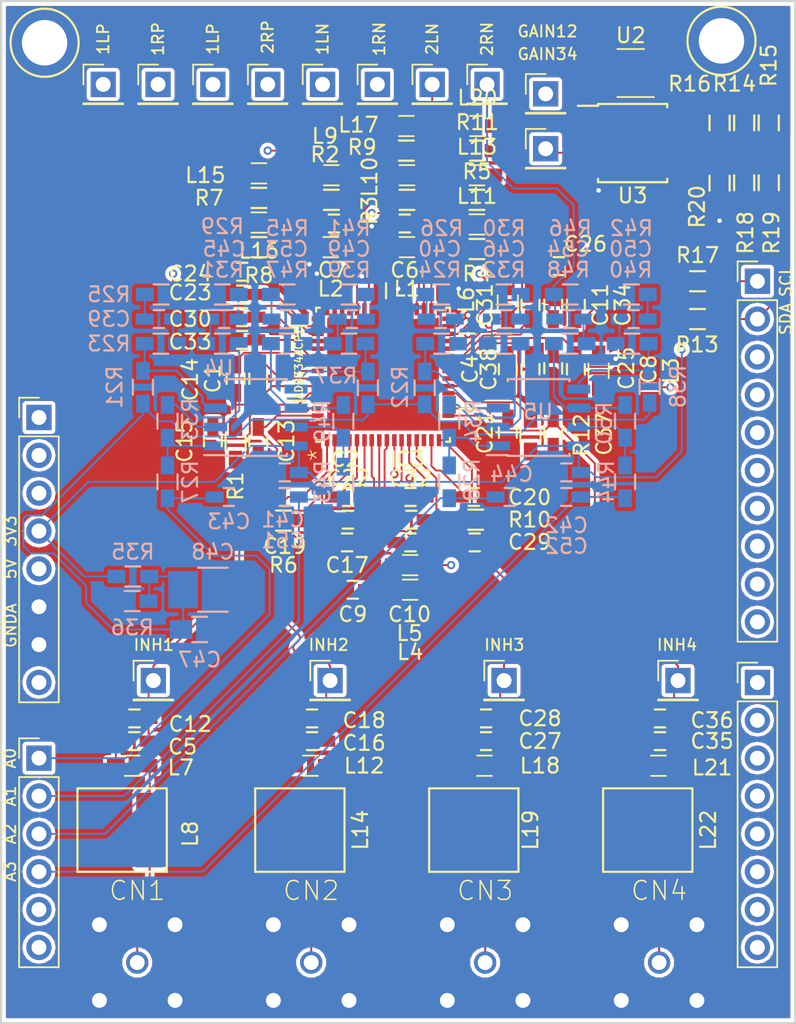
<source format=kicad_pcb>
(kicad_pcb (version 4) (host pcbnew 4.0.7)
  (layers (0 F.Cu signal hide) (1 In1.Cu signal hide) (2 In2.Cu signal hide) (31 B.Cu signal) (34 B.Paste user) (35 F.Paste user) (36 B.SilkS user) (37 F.SilkS user) (38 B.Mask user) (39 F.Mask user) (44 Edge.Cuts user))
  (net 0 "")
  (net 1 /LNA/LOP1)
  (net 2 /LNA/VIP1)
  (net 3 /LNA/LOP2)
  (net 4 /LNA/VIP2)
  (net 5 /LNA/LOP3)
  (net 6 /LNA/VIP3)
  (net 7 /LNA/LOP4)
  (net 8 /LNA/VIP4)
  (net 9 "Net-(C5-Pad1)")
  (net 10 /LNA/INH1)
  (net 11 "Net-(C6-Pad1)")
  (net 12 GNDA)
  (net 13 "Net-(C7-Pad1)")
  (net 14 "Net-(C8-Pad1)")
  (net 15 "Net-(C9-Pad1)")
  (net 16 "Net-(C10-Pad1)")
  (net 17 "Net-(C11-Pad1)")
  (net 18 "Net-(C13-Pad2)")
  (net 19 /LNA/LON1)
  (net 20 /LNA/VIN1)
  (net 21 "Net-(C15-Pad2)")
  (net 22 "Net-(C16-Pad1)")
  (net 23 /LNA/INH2)
  (net 24 "Net-(C17-Pad2)")
  (net 25 "Net-(C19-Pad2)")
  (net 26 "Net-(C20-Pad2)")
  (net 27 "Net-(C21-Pad2)")
  (net 28 /LNA/LON2)
  (net 29 /LNA/VIN2)
  (net 30 "Net-(C23-Pad2)")
  (net 31 "Net-(C24-Pad2)")
  (net 32 "Net-(C25-Pad2)")
  (net 33 "Net-(C26-Pad2)")
  (net 34 "Net-(C27-Pad1)")
  (net 35 /LNA/INH3)
  (net 36 "Net-(C29-Pad2)")
  (net 37 "Net-(C30-Pad2)")
  (net 38 "Net-(C31-Pad2)")
  (net 39 /LNA/LON3)
  (net 40 /LNA/VIN3)
  (net 41 "/LNA Gain Control/GAIN12")
  (net 42 "/LNA Gain Control/GAIN34")
  (net 43 "Net-(C35-Pad1)")
  (net 44 /LNA/INH4)
  (net 45 "Net-(C37-Pad2)")
  (net 46 /LNA/LON4)
  (net 47 /LNA/VIN4)
  (net 48 /LNA/LNA1LP)
  (net 49 "Net-(C39-Pad2)")
  (net 50 /LNA/LNA2LP)
  (net 51 "Net-(C40-Pad2)")
  (net 52 +3V3)
  (net 53 /ADC0)
  (net 54 /ADC2)
  (net 55 /LNA/LNA1LN)
  (net 56 "Net-(C45-Pad2)")
  (net 57 /LNA/LNA2LN)
  (net 58 "Net-(C46-Pad2)")
  (net 59 VA_REF)
  (net 60 /LNA/LNA1RP)
  (net 61 "Net-(C49-Pad2)")
  (net 62 /LNA/LNA2RP)
  (net 63 "Net-(C50-Pad2)")
  (net 64 /ADC1)
  (net 65 /ADC3)
  (net 66 /LNA/LNA1RN)
  (net 67 "Net-(C53-Pad2)")
  (net 68 /LNA/LNA2RN)
  (net 69 "Net-(C54-Pad2)")
  (net 70 /LNA/IN1)
  (net 71 /LNA/IN2)
  (net 72 /LNA/IN3)
  (net 73 /LNA/IN4)
  (net 74 /SCL)
  (net 75 /SDA)
  (net 76 "Net-(J1-Pad3)")
  (net 77 "Net-(J1-Pad4)")
  (net 78 "Net-(J1-Pad5)")
  (net 79 "Net-(J1-Pad6)")
  (net 80 "Net-(J1-Pad7)")
  (net 81 "Net-(J1-Pad8)")
  (net 82 "Net-(J1-Pad9)")
  (net 83 "Net-(J1-Pad10)")
  (net 84 "Net-(J2-Pad1)")
  (net 85 "Net-(J2-Pad2)")
  (net 86 "Net-(J2-Pad3)")
  (net 87 +5V)
  (net 88 "Net-(J2-Pad8)")
  (net 89 "Net-(J3-Pad1)")
  (net 90 "Net-(J3-Pad2)")
  (net 91 "Net-(J3-Pad3)")
  (net 92 "Net-(J3-Pad4)")
  (net 93 "Net-(J3-Pad5)")
  (net 94 "Net-(J3-Pad6)")
  (net 95 "Net-(J3-Pad7)")
  (net 96 "Net-(J3-Pad8)")
  (net 97 "Net-(J4-Pad5)")
  (net 98 "Net-(J4-Pad6)")
  (net 99 "Net-(L9-Pad1)")
  (net 100 "Net-(L10-Pad1)")
  (net 101 "Net-(L11-Pad1)")
  (net 102 "Net-(L13-Pad1)")
  (net 103 "Net-(L15-Pad1)")
  (net 104 "Net-(L16-Pad1)")
  (net 105 "Net-(L17-Pad1)")
  (net 106 "Net-(L20-Pad1)")
  (net 107 "Net-(R14-Pad2)")
  (net 108 "Net-(R15-Pad2)")
  (net 109 "Net-(R16-Pad2)")
  (net 110 "Net-(R21-Pad1)")
  (net 111 "Net-(R22-Pad1)")
  (net 112 "Net-(R27-Pad2)")
  (net 113 "Net-(R28-Pad2)")
  (net 114 "Net-(R31-Pad1)")
  (net 115 "Net-(R32-Pad1)")
  (net 116 "Net-(R37-Pad1)")
  (net 117 "Net-(R38-Pad1)")
  (net 118 "Net-(R43-Pad2)")
  (net 119 "Net-(R44-Pad2)")
  (net 120 "Net-(R47-Pad1)")
  (net 121 "Net-(R48-Pad1)")
  (net 122 "Net-(U1-Pad3)")
  (net 123 "Net-(U1-Pad14)")
  (net 124 "Net-(U1-Pad21)")
  (net 125 "Net-(U1-Pad32)")
  (net 126 "Net-(U1-Pad40)")
  (net 127 "Net-(U1-Pad60)")
  (net 128 "Net-(U2-Pad4)")
  (net 129 "Net-(U2-Pad5)")
  (module Zeabus:EPS-00-250 (layer F.Cu) (at 159.512 140.716 270)
    (fp_text reference CN3 (at -4.826 0 360) (layer F.SilkS) (effects (font (size 1.27 1.27) (thickness 0.1016))))
    (fp_text value EPS.00.250.NTN)
    (pad 1 thru_hole circle (at 0 0 270) (size 1.50622 1.50622) (drill 0.99822) (layers *.Cu *.Paste *.Mask) (net 72 /LNA/IN3))
    (pad 2 thru_hole circle (at -2.54 -2.54 270) (size 1.50622 1.50622) (drill 0.99822) (layers *.Cu *.Paste *.Mask) (net 12 GNDA))
    (pad 3 thru_hole circle (at 2.54 -2.54 270) (size 1.50622 1.50622) (drill 0.99822) (layers *.Cu *.Paste *.Mask) (net 12 GNDA))
    (pad 4 thru_hole circle (at -2.54 2.54 270) (size 1.50622 1.50622) (drill 0.99822) (layers *.Cu *.Paste *.Mask) (net 12 GNDA))
    (pad 5 thru_hole circle (at 2.54 2.54 270) (size 1.50622 1.50622) (drill 0.99822) (layers *.Cu *.Paste *.Mask) (net 12 GNDA))
  )
  (module Connectors:1pin (layer F.Cu) (at 175.387 78.867)
    (fp_text reference REF**)
    (fp_text value 1pin)
    (pad 1 thru_hole circle (at 0 0) (size 4.064 4.064) (drill 3.048) (layers *.Cu *.Mask) (net 12 GNDA))
  )
  (module Zeabus:EPS-00-250 (layer F.Cu) (at 136.144 140.716 270)
    (fp_text reference CN1 (at -4.826 0 360) (layer F.SilkS) (effects (font (size 1.27 1.27) (thickness 0.1016))))
    (fp_text value EPS.00.250.NTN)
    (pad 1 thru_hole circle (at 0 0 270) (size 1.50622 1.50622) (drill 0.99822) (layers *.Cu *.Paste *.Mask) (net 70 /LNA/IN1))
    (pad 2 thru_hole circle (at -2.54 -2.54 270) (size 1.50622 1.50622) (drill 0.99822) (layers *.Cu *.Paste *.Mask) (net 12 GNDA))
    (pad 3 thru_hole circle (at 2.54 -2.54 270) (size 1.50622 1.50622) (drill 0.99822) (layers *.Cu *.Paste *.Mask) (net 12 GNDA))
    (pad 4 thru_hole circle (at -2.54 2.54 270) (size 1.50622 1.50622) (drill 0.99822) (layers *.Cu *.Paste *.Mask) (net 12 GNDA))
    (pad 5 thru_hole circle (at 2.54 2.54 270) (size 1.50622 1.50622) (drill 0.99822) (layers *.Cu *.Paste *.Mask) (net 12 GNDA))
  )
  (module Zeabus:EPS-00-250 (layer F.Cu) (at 147.828 140.716 270)
    (fp_text reference CN2 (at -4.826 0 360) (layer F.SilkS) (effects (font (size 1.27 1.27) (thickness 0.1016))))
    (fp_text value EPS.00.250.NTN)
    (pad 1 thru_hole circle (at 0 0 270) (size 1.50622 1.50622) (drill 0.99822) (layers *.Cu *.Paste *.Mask) (net 71 /LNA/IN2))
    (pad 2 thru_hole circle (at -2.54 -2.54 270) (size 1.50622 1.50622) (drill 0.99822) (layers *.Cu *.Paste *.Mask) (net 12 GNDA))
    (pad 3 thru_hole circle (at 2.54 -2.54 270) (size 1.50622 1.50622) (drill 0.99822) (layers *.Cu *.Paste *.Mask) (net 12 GNDA))
    (pad 4 thru_hole circle (at -2.54 2.54 270) (size 1.50622 1.50622) (drill 0.99822) (layers *.Cu *.Paste *.Mask) (net 12 GNDA))
    (pad 5 thru_hole circle (at 2.54 2.54 270) (size 1.50622 1.50622) (drill 0.99822) (layers *.Cu *.Paste *.Mask) (net 12 GNDA))
  )
  (module Zeabus:EPS-00-250 (layer F.Cu) (at 171.196 140.716 270)
    (fp_text reference CN4 (at -4.826 0 360) (layer F.SilkS) (effects (font (size 1.27 1.27) (thickness 0.1016))))
    (fp_text value EPS.00.250.NTN)
    (pad 1 thru_hole circle (at 0 0 270) (size 1.50622 1.50622) (drill 0.99822) (layers *.Cu *.Paste *.Mask) (net 73 /LNA/IN4))
    (pad 2 thru_hole circle (at -2.54 -2.54 270) (size 1.50622 1.50622) (drill 0.99822) (layers *.Cu *.Paste *.Mask) (net 12 GNDA))
    (pad 3 thru_hole circle (at 2.54 -2.54 270) (size 1.50622 1.50622) (drill 0.99822) (layers *.Cu *.Paste *.Mask) (net 12 GNDA))
    (pad 4 thru_hole circle (at -2.54 2.54 270) (size 1.50622 1.50622) (drill 0.99822) (layers *.Cu *.Paste *.Mask) (net 12 GNDA))
    (pad 5 thru_hole circle (at 2.54 2.54 270) (size 1.50622 1.50622) (drill 0.99822) (layers *.Cu *.Paste *.Mask) (net 12 GNDA))
  )
  (module Pin_Headers:Pin_Header_Straight_1x10_Pitch2.54mm (layer F.Cu) (at 177.8 94.996)
    (fp_text reference J1)
    (fp_text value Conn_R1)
    (pad 1 thru_hole rect (at 0 0) (size 1.7 1.7) (drill 1) (layers *.Cu *.Mask) (net 74 /SCL))
    (pad 2 thru_hole oval (at 0 2.54) (size 1.7 1.7) (drill 1) (layers *.Cu *.Mask) (net 75 /SDA))
    (pad 3 thru_hole oval (at 0 5.08) (size 1.7 1.7) (drill 1) (layers *.Cu *.Mask) (net 76 "Net-(J1-Pad3)"))
    (pad 4 thru_hole oval (at 0 7.62) (size 1.7 1.7) (drill 1) (layers *.Cu *.Mask) (net 77 "Net-(J1-Pad4)"))
    (pad 5 thru_hole oval (at 0 10.16) (size 1.7 1.7) (drill 1) (layers *.Cu *.Mask) (net 78 "Net-(J1-Pad5)"))
    (pad 6 thru_hole oval (at 0 12.7) (size 1.7 1.7) (drill 1) (layers *.Cu *.Mask) (net 79 "Net-(J1-Pad6)"))
    (pad 7 thru_hole oval (at 0 15.24) (size 1.7 1.7) (drill 1) (layers *.Cu *.Mask) (net 80 "Net-(J1-Pad7)"))
    (pad 8 thru_hole oval (at 0 17.78) (size 1.7 1.7) (drill 1) (layers *.Cu *.Mask) (net 81 "Net-(J1-Pad8)"))
    (pad 9 thru_hole oval (at 0 20.32) (size 1.7 1.7) (drill 1) (layers *.Cu *.Mask) (net 82 "Net-(J1-Pad9)"))
    (pad 10 thru_hole oval (at 0 22.86) (size 1.7 1.7) (drill 1) (layers *.Cu *.Mask) (net 83 "Net-(J1-Pad10)"))
  )
  (module Pin_Headers:Pin_Header_Straight_1x08_Pitch2.54mm (layer F.Cu) (at 129.54 104.14)
    (fp_text reference J2)
    (fp_text value Conn_L1)
    (pad 1 thru_hole rect (at 0 0) (size 1.7 1.7) (drill 1) (layers *.Cu *.Mask) (net 84 "Net-(J2-Pad1)"))
    (pad 2 thru_hole oval (at 0 2.54) (size 1.7 1.7) (drill 1) (layers *.Cu *.Mask) (net 85 "Net-(J2-Pad2)"))
    (pad 3 thru_hole oval (at 0 5.08) (size 1.7 1.7) (drill 1) (layers *.Cu *.Mask) (net 86 "Net-(J2-Pad3)"))
    (pad 4 thru_hole oval (at 0 7.62) (size 1.7 1.7) (drill 1) (layers *.Cu *.Mask) (net 52 +3V3))
    (pad 5 thru_hole oval (at 0 10.16) (size 1.7 1.7) (drill 1) (layers *.Cu *.Mask) (net 87 +5V))
    (pad 6 thru_hole oval (at 0 12.7) (size 1.7 1.7) (drill 1) (layers *.Cu *.Mask) (net 12 GNDA))
    (pad 7 thru_hole oval (at 0 15.24) (size 1.7 1.7) (drill 1) (layers *.Cu *.Mask) (net 12 GNDA))
    (pad 8 thru_hole oval (at 0 17.78) (size 1.7 1.7) (drill 1) (layers *.Cu *.Mask) (net 88 "Net-(J2-Pad8)"))
  )
  (module Pin_Headers:Pin_Header_Straight_1x08_Pitch2.54mm (layer F.Cu) (at 177.8 121.92)
    (fp_text reference J3)
    (fp_text value Conn_R2)
    (pad 1 thru_hole rect (at 0 0) (size 1.7 1.7) (drill 1) (layers *.Cu *.Mask) (net 89 "Net-(J3-Pad1)"))
    (pad 2 thru_hole oval (at 0 2.54) (size 1.7 1.7) (drill 1) (layers *.Cu *.Mask) (net 90 "Net-(J3-Pad2)"))
    (pad 3 thru_hole oval (at 0 5.08) (size 1.7 1.7) (drill 1) (layers *.Cu *.Mask) (net 91 "Net-(J3-Pad3)"))
    (pad 4 thru_hole oval (at 0 7.62) (size 1.7 1.7) (drill 1) (layers *.Cu *.Mask) (net 92 "Net-(J3-Pad4)"))
    (pad 5 thru_hole oval (at 0 10.16) (size 1.7 1.7) (drill 1) (layers *.Cu *.Mask) (net 93 "Net-(J3-Pad5)"))
    (pad 6 thru_hole oval (at 0 12.7) (size 1.7 1.7) (drill 1) (layers *.Cu *.Mask) (net 94 "Net-(J3-Pad6)"))
    (pad 7 thru_hole oval (at 0 15.24) (size 1.7 1.7) (drill 1) (layers *.Cu *.Mask) (net 95 "Net-(J3-Pad7)"))
    (pad 8 thru_hole oval (at 0 17.78) (size 1.7 1.7) (drill 1) (layers *.Cu *.Mask) (net 96 "Net-(J3-Pad8)"))
  )
  (module Pin_Headers:Pin_Header_Straight_1x06_Pitch2.54mm (layer F.Cu) (at 129.54 127)
    (fp_text reference J4)
    (fp_text value Conn_L2)
    (pad 1 thru_hole rect (at 0 0) (size 1.7 1.7) (drill 1) (layers *.Cu *.Mask) (net 53 /ADC0))
    (pad 2 thru_hole oval (at 0 2.54) (size 1.7 1.7) (drill 1) (layers *.Cu *.Mask) (net 64 /ADC1))
    (pad 3 thru_hole oval (at 0 5.08) (size 1.7 1.7) (drill 1) (layers *.Cu *.Mask) (net 54 /ADC2))
    (pad 4 thru_hole oval (at 0 7.62) (size 1.7 1.7) (drill 1) (layers *.Cu *.Mask) (net 65 /ADC3))
    (pad 5 thru_hole oval (at 0 10.16) (size 1.7 1.7) (drill 1) (layers *.Cu *.Mask) (net 97 "Net-(J4-Pad5)"))
    (pad 6 thru_hole oval (at 0 12.7) (size 1.7 1.7) (drill 1) (layers *.Cu *.Mask) (net 98 "Net-(J4-Pad6)"))
  )
  (module Zeabus:L-SDR0503 (layer F.Cu) (at 135.128 131.826 90)
    (fp_text reference L8 (at -0.254 4.572 90) (layer F.SilkS))
    (fp_text value 15mH)
    (pad 2 smd rect (at 0 -1.85 90) (size 5 1.8) (layers F.Cu F.Paste F.Mask) (net 12 GNDA))
    (pad 1 smd rect (at 0 1.85 90) (size 5 1.8) (layers F.Cu F.Paste F.Mask) (net 70 /LNA/IN1))
  )
  (module Zeabus:L-SDR0503 (layer F.Cu) (at 147.066 131.826 90)
    (fp_text reference L14 (at 0 4.064 90) (layer F.SilkS))
    (fp_text value 15mH)
    (pad 2 smd rect (at 0 -1.85 90) (size 5 1.8) (layers F.Cu F.Paste F.Mask) (net 12 GNDA))
    (pad 1 smd rect (at 0 1.85 90) (size 5 1.8) (layers F.Cu F.Paste F.Mask) (net 71 /LNA/IN2))
  )
  (module Zeabus:L-SDR0503 (layer F.Cu) (at 158.75 131.826 90)
    (fp_text reference L19 (at 0 3.81 90) (layer F.SilkS))
    (fp_text value 15mH)
    (pad 2 smd rect (at 0 -1.85 90) (size 5 1.8) (layers F.Cu F.Paste F.Mask) (net 12 GNDA))
    (pad 1 smd rect (at 0 1.85 90) (size 5 1.8) (layers F.Cu F.Paste F.Mask) (net 72 /LNA/IN3))
  )
  (module Zeabus:L-SDR0503 (layer F.Cu) (at 170.434 131.826 90)
    (fp_text reference L22 (at 0 4.064 90) (layer F.SilkS))
    (fp_text value 15mH)
    (pad 2 smd rect (at 0 -1.85 90) (size 5 1.8) (layers F.Cu F.Paste F.Mask) (net 12 GNDA))
    (pad 1 smd rect (at 0 1.85 90) (size 5 1.8) (layers F.Cu F.Paste F.Mask) (net 73 /LNA/IN4))
  )
  (module Zeabus:QFN50P900X900X100-65N (layer F.Cu) (at 152.654 101.27234 90)
    (fp_text reference U1)
    (fp_text value AD8334ACPZ (at 0.77234 -5.654 90) (layer F.SilkS) (effects (font (size 0.508 0.508) (thickness 0.1016))))
    (fp_text user * (at -5.3848 -4.36626 90) (layer F.SilkS) (effects (font (size 1.27 1.27) (thickness 0.0762))))
    (pad 1 smd rect (at -4.39166 -3.7592) (size 0.3048 0.8128) (layers F.Cu F.Paste F.Mask) (net 23 /LNA/INH2))
    (pad 2 smd rect (at -4.39166 -3.2512) (size 0.3048 0.8128) (layers F.Cu F.Paste F.Mask) (net 24 "Net-(C17-Pad2)"))
    (pad 3 smd rect (at -4.39166 -2.7432) (size 0.3048 0.8128) (layers F.Cu F.Paste F.Mask) (net 122 "Net-(U1-Pad3)"))
    (pad 4 smd rect (at -4.39166 -2.2606) (size 0.3048 0.8128) (layers F.Cu F.Paste F.Mask) (net 28 /LNA/LON2))
    (pad 5 smd rect (at -4.39166 -1.7526) (size 0.3048 0.8128) (layers F.Cu F.Paste F.Mask) (net 3 /LNA/LOP2))
    (pad 6 smd rect (at -4.39166 -1.2446) (size 0.3048 0.8128) (layers F.Cu F.Paste F.Mask) (net 4 /LNA/VIP2))
    (pad 7 smd rect (at -4.39166 -0.762) (size 0.3048 0.8128) (layers F.Cu F.Paste F.Mask) (net 29 /LNA/VIN2))
    (pad 8 smd rect (at -4.39166 -0.254) (size 0.3048 0.8128) (layers F.Cu F.Paste F.Mask) (net 16 "Net-(C10-Pad1)"))
    (pad 9 smd rect (at -4.39166 0.254) (size 0.3048 0.8128) (layers F.Cu F.Paste F.Mask) (net 15 "Net-(C9-Pad1)"))
    (pad 10 smd rect (at -4.39166 0.762) (size 0.3048 0.8128) (layers F.Cu F.Paste F.Mask) (net 40 /LNA/VIN3))
    (pad 11 smd rect (at -4.39166 1.2446) (size 0.3048 0.8128) (layers F.Cu F.Paste F.Mask) (net 6 /LNA/VIP3))
    (pad 12 smd rect (at -4.39166 1.7526) (size 0.3048 0.8128) (layers F.Cu F.Paste F.Mask) (net 5 /LNA/LOP3))
    (pad 13 smd rect (at -4.39166 2.2606) (size 0.3048 0.8128) (layers F.Cu F.Paste F.Mask) (net 39 /LNA/LON3))
    (pad 14 smd rect (at -4.39166 2.7432) (size 0.3048 0.8128) (layers F.Cu F.Paste F.Mask) (net 123 "Net-(U1-Pad14)"))
    (pad 15 smd rect (at -4.39166 3.2512) (size 0.3048 0.8128) (layers F.Cu F.Paste F.Mask) (net 26 "Net-(C20-Pad2)"))
    (pad 16 smd rect (at -4.39166 3.7592) (size 0.3048 0.8128) (layers F.Cu F.Paste F.Mask) (net 35 /LNA/INH3))
    (pad 17 smd rect (at -3.7592 4.39166 270) (size 0.3048 0.8128) (layers F.Cu F.Paste F.Mask) (net 12 GNDA))
    (pad 18 smd rect (at -3.2512 4.39166 270) (size 0.3048 0.8128) (layers F.Cu F.Paste F.Mask) (net 12 GNDA))
    (pad 19 smd rect (at -2.7432 4.39166 270) (size 0.3048 0.8128) (layers F.Cu F.Paste F.Mask) (net 44 /LNA/INH4))
    (pad 20 smd rect (at -2.2606 4.39166 270) (size 0.3048 0.8128) (layers F.Cu F.Paste F.Mask) (net 27 "Net-(C21-Pad2)"))
    (pad 21 smd rect (at -1.7526 4.39166 270) (size 0.3048 0.8128) (layers F.Cu F.Paste F.Mask) (net 124 "Net-(U1-Pad21)"))
    (pad 22 smd rect (at -1.2446 4.39166 270) (size 0.3048 0.8128) (layers F.Cu F.Paste F.Mask) (net 46 /LNA/LON4))
    (pad 23 smd rect (at -0.762 4.39166 270) (size 0.3048 0.8128) (layers F.Cu F.Paste F.Mask) (net 7 /LNA/LOP4))
    (pad 24 smd rect (at -0.254 4.39166 270) (size 0.3048 0.8128) (layers F.Cu F.Paste F.Mask) (net 8 /LNA/VIP4))
    (pad 25 smd rect (at 0.254 4.39166 270) (size 0.3048 0.8128) (layers F.Cu F.Paste F.Mask) (net 47 /LNA/VIN4))
    (pad 26 smd rect (at 0.762 4.39166 270) (size 0.3048 0.8128) (layers F.Cu F.Paste F.Mask) (net 14 "Net-(C8-Pad1)"))
    (pad 27 smd rect (at 1.2446 4.39166 270) (size 0.3048 0.8128) (layers F.Cu F.Paste F.Mask) (net 42 "/LNA Gain Control/GAIN34"))
    (pad 28 smd rect (at 1.7526 4.39166 270) (size 0.3048 0.8128) (layers F.Cu F.Paste F.Mask) (net 38 "Net-(C31-Pad2)"))
    (pad 29 smd rect (at 2.2606 4.39166 270) (size 0.3048 0.8128) (layers F.Cu F.Paste F.Mask) (net 87 +5V))
    (pad 30 smd rect (at 2.7432 4.39166 270) (size 0.3048 0.8128) (layers F.Cu F.Paste F.Mask) (net 33 "Net-(C26-Pad2)"))
    (pad 31 smd rect (at 3.2512 4.39166 270) (size 0.3048 0.8128) (layers F.Cu F.Paste F.Mask) (net 32 "Net-(C25-Pad2)"))
    (pad 32 smd rect (at 3.7592 4.39166 270) (size 0.3048 0.8128) (layers F.Cu F.Paste F.Mask) (net 125 "Net-(U1-Pad32)"))
    (pad 33 smd rect (at 4.39166 3.7592) (size 0.3048 0.8128) (layers F.Cu F.Paste F.Mask) (net 12 GNDA))
    (pad 34 smd rect (at 4.39166 3.2512) (size 0.3048 0.8128) (layers F.Cu F.Paste F.Mask) (net 102 "Net-(L13-Pad1)"))
    (pad 35 smd rect (at 4.39166 2.7432) (size 0.3048 0.8128) (layers F.Cu F.Paste F.Mask) (net 106 "Net-(L20-Pad1)"))
    (pad 36 smd rect (at 4.39166 2.2606) (size 0.3048 0.8128) (layers F.Cu F.Paste F.Mask) (net 11 "Net-(C6-Pad1)"))
    (pad 37 smd rect (at 4.39166 1.7526) (size 0.3048 0.8128) (layers F.Cu F.Paste F.Mask) (net 105 "Net-(L17-Pad1)"))
    (pad 38 smd rect (at 4.39166 1.2446) (size 0.3048 0.8128) (layers F.Cu F.Paste F.Mask) (net 101 "Net-(L11-Pad1)"))
    (pad 39 smd rect (at 4.39166 0.762) (size 0.3048 0.8128) (layers F.Cu F.Paste F.Mask) (net 12 GNDA))
    (pad 40 smd rect (at 4.39166 0.254) (size 0.3048 0.8128) (layers F.Cu F.Paste F.Mask) (net 126 "Net-(U1-Pad40)"))
    (pad 41 smd rect (at 4.39166 -0.254) (size 0.3048 0.8128) (layers F.Cu F.Paste F.Mask) (net 12 GNDA))
    (pad 42 smd rect (at 4.39166 -0.762) (size 0.3048 0.8128) (layers F.Cu F.Paste F.Mask) (net 12 GNDA))
    (pad 43 smd rect (at 4.39166 -1.2446) (size 0.3048 0.8128) (layers F.Cu F.Paste F.Mask) (net 100 "Net-(L10-Pad1)"))
    (pad 44 smd rect (at 4.39166 -1.7526) (size 0.3048 0.8128) (layers F.Cu F.Paste F.Mask) (net 104 "Net-(L16-Pad1)"))
    (pad 45 smd rect (at 4.39166 -2.2606) (size 0.3048 0.8128) (layers F.Cu F.Paste F.Mask) (net 13 "Net-(C7-Pad1)"))
    (pad 46 smd rect (at 4.39166 -2.7432) (size 0.3048 0.8128) (layers F.Cu F.Paste F.Mask) (net 103 "Net-(L15-Pad1)"))
    (pad 47 smd rect (at 4.39166 -3.2512) (size 0.3048 0.8128) (layers F.Cu F.Paste F.Mask) (net 99 "Net-(L9-Pad1)"))
    (pad 48 smd rect (at 4.39166 -3.7592) (size 0.3048 0.8128) (layers F.Cu F.Paste F.Mask) (net 12 GNDA))
    (pad 49 smd rect (at 3.7592 -4.39166 270) (size 0.3048 0.8128) (layers F.Cu F.Paste F.Mask) (net 31 "Net-(C24-Pad2)"))
    (pad 50 smd rect (at 3.2512 -4.39166 270) (size 0.3048 0.8128) (layers F.Cu F.Paste F.Mask) (net 30 "Net-(C23-Pad2)"))
    (pad 51 smd rect (at 2.7432 -4.39166 270) (size 0.3048 0.8128) (layers F.Cu F.Paste F.Mask) (net 87 +5V))
    (pad 52 smd rect (at 2.2606 -4.39166 270) (size 0.3048 0.8128) (layers F.Cu F.Paste F.Mask) (net 87 +5V))
    (pad 53 smd rect (at 1.7526 -4.39166 270) (size 0.3048 0.8128) (layers F.Cu F.Paste F.Mask) (net 37 "Net-(C30-Pad2)"))
    (pad 54 smd rect (at 1.2446 -4.39166 270) (size 0.3048 0.8128) (layers F.Cu F.Paste F.Mask) (net 41 "/LNA Gain Control/GAIN12"))
    (pad 55 smd rect (at 0.762 -4.39166 270) (size 0.3048 0.8128) (layers F.Cu F.Paste F.Mask) (net 17 "Net-(C11-Pad1)"))
    (pad 56 smd rect (at 0.254 -4.39166 270) (size 0.3048 0.8128) (layers F.Cu F.Paste F.Mask) (net 20 /LNA/VIN1))
    (pad 57 smd rect (at -0.254 -4.39166 270) (size 0.3048 0.8128) (layers F.Cu F.Paste F.Mask) (net 2 /LNA/VIP1))
    (pad 58 smd rect (at -0.762 -4.39166 270) (size 0.3048 0.8128) (layers F.Cu F.Paste F.Mask) (net 1 /LNA/LOP1))
    (pad 59 smd rect (at -1.2446 -4.39166 270) (size 0.3048 0.8128) (layers F.Cu F.Paste F.Mask) (net 19 /LNA/LON1))
    (pad 60 smd rect (at -1.7526 -4.39166 270) (size 0.3048 0.8128) (layers F.Cu F.Paste F.Mask) (net 127 "Net-(U1-Pad60)"))
    (pad 61 smd rect (at -2.2606 -4.39166 270) (size 0.3048 0.8128) (layers F.Cu F.Paste F.Mask) (net 21 "Net-(C15-Pad2)"))
    (pad 62 smd rect (at -2.7432 -4.39166 270) (size 0.3048 0.8128) (layers F.Cu F.Paste F.Mask) (net 10 /LNA/INH1))
    (pad 63 smd rect (at -3.2512 -4.39166 270) (size 0.3048 0.8128) (layers F.Cu F.Paste F.Mask) (net 12 GNDA))
    (pad 64 smd rect (at -3.7592 -4.39166 270) (size 0.3048 0.8128) (layers F.Cu F.Paste F.Mask) (net 12 GNDA))
    (pad 65 smd rect (at 0 0 90) (size 7.493 7.493) (layers F.Cu F.Paste F.Mask) (net 12 GNDA))
  )
  (module TO_SOT_Packages_SMD:SOT-23-5 (layer F.Cu) (at 169.291 81.026 180)
    (fp_text reference U2 (at 0 2.526 180) (layer F.SilkS))
    (fp_text value TLV73311PDBVT)
    (pad 1 smd rect (at -1.1 -0.95 180) (size 1.06 0.65) (layers F.Cu F.Paste F.Mask) (net 52 +3V3))
    (pad 2 smd rect (at -1.1 0 180) (size 1.06 0.65) (layers F.Cu F.Paste F.Mask) (net 12 GNDA))
    (pad 3 smd rect (at -1.1 0.95 180) (size 1.06 0.65) (layers F.Cu F.Paste F.Mask) (net 52 +3V3))
    (pad 4 smd rect (at 1.1 0.95 180) (size 1.06 0.65) (layers F.Cu F.Paste F.Mask) (net 128 "Net-(U2-Pad4)"))
    (pad 5 smd rect (at 1.1 -0.95 180) (size 1.06 0.65) (layers F.Cu F.Paste F.Mask) (net 129 "Net-(U2-Pad5)"))
  )
  (module Housings_SSOP:TSSOP-14_4.4x5mm_Pitch0.65mm (layer F.Cu) (at 169.418 85.725)
    (fp_text reference U3 (at 0 3.525) (layer F.SilkS))
    (fp_text value MAX5387LAUD+T)
    (pad 1 smd rect (at -2.95 -1.95) (size 1.45 0.45) (layers F.Cu F.Paste F.Mask) (net 129 "Net-(U2-Pad5)"))
    (pad 2 smd rect (at -2.95 -1.3) (size 1.45 0.45) (layers F.Cu F.Paste F.Mask) (net 41 "/LNA Gain Control/GAIN12"))
    (pad 3 smd rect (at -2.95 -0.65) (size 1.45 0.45) (layers F.Cu F.Paste F.Mask) (net 12 GNDA))
    (pad 4 smd rect (at -2.95 0) (size 1.45 0.45) (layers F.Cu F.Paste F.Mask) (net 129 "Net-(U2-Pad5)"))
    (pad 5 smd rect (at -2.95 0.65) (size 1.45 0.45) (layers F.Cu F.Paste F.Mask) (net 42 "/LNA Gain Control/GAIN34"))
    (pad 6 smd rect (at -2.95 1.3) (size 1.45 0.45) (layers F.Cu F.Paste F.Mask) (net 12 GNDA))
    (pad 7 smd rect (at -2.95 1.95) (size 1.45 0.45) (layers F.Cu F.Paste F.Mask) (net 12 GNDA))
    (pad 8 smd rect (at 2.95 1.95) (size 1.45 0.45) (layers F.Cu F.Paste F.Mask) (net 12 GNDA))
    (pad 9 smd rect (at 2.95 1.3) (size 1.45 0.45) (layers F.Cu F.Paste F.Mask) (net 107 "Net-(R14-Pad2)"))
    (pad 10 smd rect (at 2.95 0.65) (size 1.45 0.45) (layers F.Cu F.Paste F.Mask) (net 109 "Net-(R16-Pad2)"))
    (pad 11 smd rect (at 2.95 0) (size 1.45 0.45) (layers F.Cu F.Paste F.Mask) (net 108 "Net-(R15-Pad2)"))
    (pad 12 smd rect (at 2.95 -0.65) (size 1.45 0.45) (layers F.Cu F.Paste F.Mask) (net 75 /SDA))
    (pad 13 smd rect (at 2.95 -1.3) (size 1.45 0.45) (layers F.Cu F.Paste F.Mask) (net 74 /SCL))
    (pad 14 smd rect (at 2.95 -1.95) (size 1.45 0.45) (layers F.Cu F.Paste F.Mask) (net 52 +3V3))
  )
  (module Housings_SOIC:SOIC-8_3.9x4.9mm_Pitch1.27mm (layer B.Cu) (at 144.112 104.14)
    (fp_text reference U4 (at -2.507 -3.302) (layer B.SilkS) (effects (justify mirror)))
    (fp_text value OPA2365)
    (pad 1 smd rect (at -2.7 1.905) (size 1.55 0.6) (layers B.Cu B.Paste B.Mask) (net 112 "Net-(R27-Pad2)"))
    (pad 2 smd rect (at -2.7 0.635) (size 1.55 0.6) (layers B.Cu B.Paste B.Mask) (net 114 "Net-(R31-Pad1)"))
    (pad 3 smd rect (at -2.7 -0.635) (size 1.55 0.6) (layers B.Cu B.Paste B.Mask) (net 110 "Net-(R21-Pad1)"))
    (pad 4 smd rect (at -2.7 -1.905) (size 1.55 0.6) (layers B.Cu B.Paste B.Mask) (net 12 GNDA))
    (pad 5 smd rect (at 2.7 -1.905) (size 1.55 0.6) (layers B.Cu B.Paste B.Mask) (net 116 "Net-(R37-Pad1)"))
    (pad 6 smd rect (at 2.7 -0.635) (size 1.55 0.6) (layers B.Cu B.Paste B.Mask) (net 120 "Net-(R47-Pad1)"))
    (pad 7 smd rect (at 2.7 0.635) (size 1.55 0.6) (layers B.Cu B.Paste B.Mask) (net 118 "Net-(R43-Pad2)"))
    (pad 8 smd rect (at 2.7 1.905) (size 1.55 0.6) (layers B.Cu B.Paste B.Mask) (net 52 +3V3))
  )
  (module Housings_SOIC:SOIC-8_3.9x4.9mm_Pitch1.27mm (layer B.Cu) (at 163.101 104.14)
    (fp_text reference U5 (at -0.033 -0.381) (layer B.SilkS) (effects (justify mirror)))
    (fp_text value OPA2365)
    (pad 1 smd rect (at -2.7 1.905) (size 1.55 0.6) (layers B.Cu B.Paste B.Mask) (net 113 "Net-(R28-Pad2)"))
    (pad 2 smd rect (at -2.7 0.635) (size 1.55 0.6) (layers B.Cu B.Paste B.Mask) (net 115 "Net-(R32-Pad1)"))
    (pad 3 smd rect (at -2.7 -0.635) (size 1.55 0.6) (layers B.Cu B.Paste B.Mask) (net 111 "Net-(R22-Pad1)"))
    (pad 4 smd rect (at -2.7 -1.905) (size 1.55 0.6) (layers B.Cu B.Paste B.Mask) (net 12 GNDA))
    (pad 5 smd rect (at 2.7 -1.905) (size 1.55 0.6) (layers B.Cu B.Paste B.Mask) (net 117 "Net-(R38-Pad1)"))
    (pad 6 smd rect (at 2.7 -0.635) (size 1.55 0.6) (layers B.Cu B.Paste B.Mask) (net 121 "Net-(R48-Pad1)"))
    (pad 7 smd rect (at 2.7 0.635) (size 1.55 0.6) (layers B.Cu B.Paste B.Mask) (net 119 "Net-(R44-Pad2)"))
    (pad 8 smd rect (at 2.7 1.905) (size 1.55 0.6) (layers B.Cu B.Paste B.Mask) (net 52 +3V3))
  )
  (module Pin_Headers:Pin_Header_Straight_1x01_Pitch2.54mm (layer F.Cu) (at 137.2235 121.793)
    (fp_text reference J5)
    (fp_text value TEST_1P)
    (pad 1 thru_hole rect (at 0 0) (size 1.7 1.7) (drill 1) (layers *.Cu *.Mask) (net 10 /LNA/INH1))
  )
  (module Pin_Headers:Pin_Header_Straight_1x01_Pitch2.54mm (layer F.Cu) (at 149.098 121.793)
    (fp_text reference J6)
    (fp_text value TEST_1P)
    (pad 1 thru_hole rect (at 0 0) (size 1.7 1.7) (drill 1) (layers *.Cu *.Mask) (net 23 /LNA/INH2))
  )
  (module Pin_Headers:Pin_Header_Straight_1x01_Pitch2.54mm (layer F.Cu) (at 160.782 121.793)
    (fp_text reference J7)
    (fp_text value TEST_1P)
    (pad 1 thru_hole rect (at 0 0) (size 1.7 1.7) (drill 1) (layers *.Cu *.Mask) (net 35 /LNA/INH3))
  )
  (module Pin_Headers:Pin_Header_Straight_1x01_Pitch2.54mm (layer F.Cu) (at 163.576 82.423)
    (fp_text reference J8)
    (fp_text value TEST_1P)
    (pad 1 thru_hole rect (at 0 0) (size 1.7 1.7) (drill 1) (layers *.Cu *.Mask) (net 41 "/LNA Gain Control/GAIN12"))
  )
  (module Pin_Headers:Pin_Header_Straight_1x01_Pitch2.54mm (layer F.Cu) (at 163.576 86.106)
    (fp_text reference J9)
    (fp_text value TEST_1P)
    (pad 1 thru_hole rect (at 0 0) (size 1.7 1.7) (drill 1) (layers *.Cu *.Mask) (net 42 "/LNA Gain Control/GAIN34"))
  )
  (module Pin_Headers:Pin_Header_Straight_1x01_Pitch2.54mm (layer F.Cu) (at 172.466 121.793)
    (fp_text reference J10)
    (fp_text value TEST_1P)
    (pad 1 thru_hole rect (at 0 0) (size 1.7 1.7) (drill 1) (layers *.Cu *.Mask) (net 44 /LNA/INH4))
  )
  (module Pin_Headers:Pin_Header_Straight_1x01_Pitch2.54mm (layer F.Cu) (at 133.858 81.788)
    (fp_text reference J11)
    (fp_text value TEST_1P)
    (pad 1 thru_hole rect (at 0 0) (size 1.7 1.7) (drill 1) (layers *.Cu *.Mask) (net 48 /LNA/LNA1LP))
  )
  (module Pin_Headers:Pin_Header_Straight_1x01_Pitch2.54mm (layer F.Cu) (at 141.224 81.788)
    (fp_text reference J12)
    (fp_text value TEST_1P)
    (pad 1 thru_hole rect (at 0 0) (size 1.7 1.7) (drill 1) (layers *.Cu *.Mask) (net 50 /LNA/LNA2LP))
  )
  (module Pin_Headers:Pin_Header_Straight_1x01_Pitch2.54mm (layer F.Cu) (at 148.59 81.788)
    (fp_text reference J13)
    (fp_text value TEST_1P)
    (pad 1 thru_hole rect (at 0 0) (size 1.7 1.7) (drill 1) (layers *.Cu *.Mask) (net 55 /LNA/LNA1LN))
  )
  (module Pin_Headers:Pin_Header_Straight_1x01_Pitch2.54mm (layer F.Cu) (at 155.956 81.788)
    (fp_text reference J14)
    (fp_text value TEST_1P)
    (pad 1 thru_hole rect (at 0 0) (size 1.7 1.7) (drill 1) (layers *.Cu *.Mask) (net 57 /LNA/LNA2LN))
  )
  (module Pin_Headers:Pin_Header_Straight_1x01_Pitch2.54mm (layer F.Cu) (at 137.541 81.788)
    (fp_text reference J15)
    (fp_text value TEST_1P)
    (pad 1 thru_hole rect (at 0 0) (size 1.7 1.7) (drill 1) (layers *.Cu *.Mask) (net 60 /LNA/LNA1RP))
  )
  (module Pin_Headers:Pin_Header_Straight_1x01_Pitch2.54mm (layer F.Cu) (at 144.907 81.788)
    (fp_text reference J16)
    (fp_text value TEST_1P)
    (pad 1 thru_hole rect (at 0 0) (size 1.7 1.7) (drill 1) (layers *.Cu *.Mask) (net 62 /LNA/LNA2RP))
  )
  (module Pin_Headers:Pin_Header_Straight_1x01_Pitch2.54mm (layer F.Cu) (at 152.273 81.788)
    (fp_text reference J17)
    (fp_text value TEST_1P)
    (pad 1 thru_hole rect (at 0 0) (size 1.7 1.7) (drill 1) (layers *.Cu *.Mask) (net 66 /LNA/LNA1RN))
  )
  (module Pin_Headers:Pin_Header_Straight_1x01_Pitch2.54mm (layer F.Cu) (at 159.639 81.788)
    (fp_text reference J18)
    (fp_text value TEST_1P)
    (pad 1 thru_hole rect (at 0 0) (size 1.7 1.7) (drill 1) (layers *.Cu *.Mask) (net 68 /LNA/LNA2RN))
  )
  (module Capacitors_SMD:C_0603_HandSoldering (layer F.Cu) (at 144.272 101.539 90)
    (fp_text reference C1 (at 0 -3.048 90) (layer F.SilkS))
    (fp_text value 0.1uF)
    (pad 1 smd rect (at -0.95 0 90) (size 1.2 0.75) (layers F.Cu F.Paste F.Mask) (net 1 /LNA/LOP1))
    (pad 2 smd rect (at 0.95 0 90) (size 1.2 0.75) (layers F.Cu F.Paste F.Mask) (net 2 /LNA/VIP1))
  )
  (module Capacitors_SMD:C_0603_HandSoldering (layer F.Cu) (at 150.307 109.474)
    (fp_text reference C2 (at -0.193 -2.54) (layer F.SilkS))
    (fp_text value 0.1uF)
    (pad 1 smd rect (at -0.95 0) (size 1.2 0.75) (layers F.Cu F.Paste F.Mask) (net 3 /LNA/LOP2))
    (pad 2 smd rect (at 0.95 0) (size 1.2 0.75) (layers F.Cu F.Paste F.Mask) (net 4 /LNA/VIP2))
  )
  (module Capacitors_SMD:C_0603_HandSoldering (layer F.Cu) (at 154.498 109.474 180)
    (fp_text reference C3 (at 0 2.54 180) (layer F.SilkS))
    (fp_text value 0.1uF)
    (pad 1 smd rect (at -0.95 0 180) (size 1.2 0.75) (layers F.Cu F.Paste F.Mask) (net 5 /LNA/LOP3))
    (pad 2 smd rect (at 0.95 0 180) (size 1.2 0.75) (layers F.Cu F.Paste F.Mask) (net 6 /LNA/VIP3))
  )
  (module Capacitors_SMD:C_0603_HandSoldering (layer F.Cu) (at 161.036 100.899 90)
    (fp_text reference C4 (at 0 -2.536 90) (layer F.SilkS))
    (fp_text value 0.1uF)
    (pad 1 smd rect (at -0.95 0 90) (size 1.2 0.75) (layers F.Cu F.Paste F.Mask) (net 7 /LNA/LOP4))
    (pad 2 smd rect (at 0.95 0 90) (size 1.2 0.75) (layers F.Cu F.Paste F.Mask) (net 8 /LNA/VIP4))
  )
  (module Capacitors_SMD:C_0603_HandSoldering (layer F.Cu) (at 135.951 125.857)
    (fp_text reference C5 (at 3.241 0.381) (layer F.SilkS))
    (fp_text value 0.1uF)
    (pad 1 smd rect (at -0.95 0) (size 1.2 0.75) (layers F.Cu F.Paste F.Mask) (net 9 "Net-(C5-Pad1)"))
    (pad 2 smd rect (at 0.95 0) (size 1.2 0.75) (layers F.Cu F.Paste F.Mask) (net 10 /LNA/INH1))
  )
  (module Capacitors_SMD:C_0603_HandSoldering (layer F.Cu) (at 154.112 91.1225 180)
    (fp_text reference C6 (at 0 -3.1275 180) (layer F.SilkS))
    (fp_text value 0.1uF)
    (pad 1 smd rect (at -0.95 0 180) (size 1.2 0.75) (layers F.Cu F.Paste F.Mask) (net 11 "Net-(C6-Pad1)"))
    (pad 2 smd rect (at 0.95 0 180) (size 1.2 0.75) (layers F.Cu F.Paste F.Mask) (net 12 GNDA))
  )
  (module Capacitors_SMD:C_0603_HandSoldering (layer F.Cu) (at 149.3545 91.1225 180)
    (fp_text reference C7 (at 0.1045 -3.1275 180) (layer F.SilkS))
    (fp_text value 0.1uF)
    (pad 1 smd rect (at -0.95 0 180) (size 1.2 0.75) (layers F.Cu F.Paste F.Mask) (net 13 "Net-(C7-Pad1)"))
    (pad 2 smd rect (at 0.95 0 180) (size 1.2 0.75) (layers F.Cu F.Paste F.Mask) (net 12 GNDA))
  )
  (module Capacitors_SMD:C_0603_HandSoldering (layer F.Cu) (at 165.608 100.904 270)
    (fp_text reference C8 (at 0 -4.892 270) (layer F.SilkS))
    (fp_text value 0.1uF)
    (pad 1 smd rect (at -0.95 0 270) (size 1.2 0.75) (layers F.Cu F.Paste F.Mask) (net 14 "Net-(C8-Pad1)"))
    (pad 2 smd rect (at 0.95 0 270) (size 1.2 0.75) (layers F.Cu F.Paste F.Mask) (net 12 GNDA))
  )
  (module Capacitors_SMD:C_0603_HandSoldering (layer F.Cu) (at 150.622 115.697 180)
    (fp_text reference C9 (at 0 -1.651 180) (layer F.SilkS))
    (fp_text value 0.1uF)
    (pad 1 smd rect (at -0.95 0 180) (size 1.2 0.75) (layers F.Cu F.Paste F.Mask) (net 15 "Net-(C9-Pad1)"))
    (pad 2 smd rect (at 0.95 0 180) (size 1.2 0.75) (layers F.Cu F.Paste F.Mask) (net 12 GNDA))
  )
  (module Capacitors_SMD:C_0603_HandSoldering (layer F.Cu) (at 154.498 112.522)
    (fp_text reference C10 (at -0.066 4.826) (layer F.SilkS))
    (fp_text value 0.1uF)
    (pad 1 smd rect (at -0.95 0) (size 1.2 0.75) (layers F.Cu F.Paste F.Mask) (net 16 "Net-(C10-Pad1)"))
    (pad 2 smd rect (at 0.95 0) (size 1.2 0.75) (layers F.Cu F.Paste F.Mask) (net 12 GNDA))
  )
  (module Capacitors_SMD:C_0603_HandSoldering (layer F.Cu) (at 164.084 96.586 90)
    (fp_text reference C11 (at 0 3.166 90) (layer F.SilkS))
    (fp_text value 0.1uF)
    (pad 1 smd rect (at -0.95 0 90) (size 1.2 0.75) (layers F.Cu F.Paste F.Mask) (net 17 "Net-(C11-Pad1)"))
    (pad 2 smd rect (at 0.95 0 90) (size 1.2 0.75) (layers F.Cu F.Paste F.Mask) (net 12 GNDA))
  )
  (module Capacitors_SMD:C_0603_HandSoldering (layer F.Cu) (at 135.956 124.333 180)
    (fp_text reference C12 (at -3.744 -0.381 180) (layer F.SilkS))
    (fp_text value 22pF)
    (pad 1 smd rect (at -0.95 0 180) (size 1.2 0.75) (layers F.Cu F.Paste F.Mask) (net 10 /LNA/INH1))
    (pad 2 smd rect (at 0.95 0 180) (size 1.2 0.75) (layers F.Cu F.Paste F.Mask) (net 12 GNDA))
  )
  (module Capacitors_SMD:C_0603_HandSoldering (layer F.Cu) (at 144.272 105.725 270)
    (fp_text reference C13 (at 0 -1.9 270) (layer F.SilkS))
    (fp_text value 18000pF)
    (pad 1 smd rect (at -0.95 0 270) (size 1.2 0.75) (layers F.Cu F.Paste F.Mask) (net 10 /LNA/INH1))
    (pad 2 smd rect (at 0.95 0 270) (size 1.2 0.75) (layers F.Cu F.Paste F.Mask) (net 18 "Net-(C13-Pad2)"))
  )
  (module Capacitors_SMD:C_0603_HandSoldering (layer F.Cu) (at 142.748 101.539 90)
    (fp_text reference C14 (at -0.061 -3.048 90) (layer F.SilkS))
    (fp_text value 0.1uF)
    (pad 1 smd rect (at -0.95 0 90) (size 1.2 0.75) (layers F.Cu F.Paste F.Mask) (net 19 /LNA/LON1))
    (pad 2 smd rect (at 0.95 0 90) (size 1.2 0.75) (layers F.Cu F.Paste F.Mask) (net 20 /LNA/VIN1))
  )
  (module Capacitors_SMD:C_0603_HandSoldering (layer F.Cu) (at 141.224 105.725 90)
    (fp_text reference C15 (at 0 -1.9 90) (layer F.SilkS))
    (fp_text value 0.1uF)
    (pad 1 smd rect (at -0.95 0 90) (size 1.2 0.75) (layers F.Cu F.Paste F.Mask) (net 12 GNDA))
    (pad 2 smd rect (at 0.95 0 90) (size 1.2 0.75) (layers F.Cu F.Paste F.Mask) (net 21 "Net-(C15-Pad2)"))
  )
  (module Capacitors_SMD:C_0603_HandSoldering (layer F.Cu) (at 147.889 125.857)
    (fp_text reference C16 (at 3.495 0.127) (layer F.SilkS))
    (fp_text value 0.1uF)
    (pad 1 smd rect (at -0.95 0) (size 1.2 0.75) (layers F.Cu F.Paste F.Mask) (net 22 "Net-(C16-Pad1)"))
    (pad 2 smd rect (at 0.95 0) (size 1.2 0.75) (layers F.Cu F.Paste F.Mask) (net 23 /LNA/INH2))
  )
  (module Capacitors_SMD:C_0603_HandSoldering (layer F.Cu) (at 150.241 112.522 180)
    (fp_text reference C17 (at 0 -1.524 180) (layer F.SilkS))
    (fp_text value 0.1uF)
    (pad 1 smd rect (at -0.95 0 180) (size 1.2 0.75) (layers F.Cu F.Paste F.Mask) (net 12 GNDA))
    (pad 2 smd rect (at 0.95 0 180) (size 1.2 0.75) (layers F.Cu F.Paste F.Mask) (net 24 "Net-(C17-Pad2)"))
  )
  (module Capacitors_SMD:C_0603_HandSoldering (layer F.Cu) (at 147.889 124.333 180)
    (fp_text reference C18 (at -3.495 -0.127 180) (layer F.SilkS))
    (fp_text value 22pF)
    (pad 1 smd rect (at -0.95 0 180) (size 1.2 0.75) (layers F.Cu F.Paste F.Mask) (net 23 /LNA/INH2))
    (pad 2 smd rect (at 0.95 0 180) (size 1.2 0.75) (layers F.Cu F.Paste F.Mask) (net 12 GNDA))
  )
  (module Capacitors_SMD:C_0603_HandSoldering (layer F.Cu) (at 146.05 109.474 180)
    (fp_text reference C19 (at 0 -3.302 180) (layer F.SilkS))
    (fp_text value 18000pF)
    (pad 1 smd rect (at -0.95 0 180) (size 1.2 0.75) (layers F.Cu F.Paste F.Mask) (net 23 /LNA/INH2))
    (pad 2 smd rect (at 0.95 0 180) (size 1.2 0.75) (layers F.Cu F.Paste F.Mask) (net 25 "Net-(C19-Pad2)"))
  )
  (module Capacitors_SMD:C_0603_HandSoldering (layer F.Cu) (at 158.75 109.474 180)
    (fp_text reference C20 (at -3.75 -0.026 180) (layer F.SilkS))
    (fp_text value 0.1uF)
    (pad 1 smd rect (at -0.95 0 180) (size 1.2 0.75) (layers F.Cu F.Paste F.Mask) (net 12 GNDA))
    (pad 2 smd rect (at 0.95 0 180) (size 1.2 0.75) (layers F.Cu F.Paste F.Mask) (net 26 "Net-(C20-Pad2)"))
  )
  (module Capacitors_SMD:C_0603_HandSoldering (layer F.Cu) (at 161.036 105.156 90)
    (fp_text reference C21 (at 0 -1.536 90) (layer F.SilkS))
    (fp_text value 0.1uF)
    (pad 1 smd rect (at -0.95 0 90) (size 1.2 0.75) (layers F.Cu F.Paste F.Mask) (net 12 GNDA))
    (pad 2 smd rect (at 0.95 0 90) (size 1.2 0.75) (layers F.Cu F.Paste F.Mask) (net 27 "Net-(C21-Pad2)"))
  )
  (module Capacitors_SMD:C_0603_HandSoldering (layer F.Cu) (at 150.302 110.998)
    (fp_text reference C22 (at 0 -2.794) (layer F.SilkS))
    (fp_text value 0.1uF)
    (pad 1 smd rect (at -0.95 0) (size 1.2 0.75) (layers F.Cu F.Paste F.Mask) (net 28 /LNA/LON2))
    (pad 2 smd rect (at 0.95 0) (size 1.2 0.75) (layers F.Cu F.Paste F.Mask) (net 29 /LNA/VIN2))
  )
  (module Capacitors_SMD:C_0603_HandSoldering (layer F.Cu) (at 143.195 95.885)
    (fp_text reference C23 (at -3.495 -0.127) (layer F.SilkS))
    (fp_text value 0.1uF)
    (pad 1 smd rect (at -0.95 0) (size 1.2 0.75) (layers F.Cu F.Paste F.Mask) (net 12 GNDA))
    (pad 2 smd rect (at 0.95 0) (size 1.2 0.75) (layers F.Cu F.Paste F.Mask) (net 30 "Net-(C23-Pad2)"))
  )
  (module Capacitors_SMD:C_0603_HandSoldering (layer F.Cu) (at 143.195 94.361)
    (fp_text reference C24 (at -3.495 0.127) (layer F.SilkS))
    (fp_text value 0.1uF)
    (pad 1 smd rect (at -0.95 0) (size 1.2 0.75) (layers F.Cu F.Paste F.Mask) (net 12 GNDA))
    (pad 2 smd rect (at 0.95 0) (size 1.2 0.75) (layers F.Cu F.Paste F.Mask) (net 31 "Net-(C24-Pad2)"))
  )
  (module Capacitors_SMD:C_0603_HandSoldering (layer F.Cu) (at 164.084 100.838 90)
    (fp_text reference C25 (at 0 4.916 90) (layer F.SilkS))
    (fp_text value 0.1uF)
    (pad 1 smd rect (at -0.95 0 90) (size 1.2 0.75) (layers F.Cu F.Paste F.Mask) (net 12 GNDA))
    (pad 2 smd rect (at 0.95 0 90) (size 1.2 0.75) (layers F.Cu F.Paste F.Mask) (net 32 "Net-(C25-Pad2)"))
  )
  (module Capacitors_SMD:C_0603_HandSoldering (layer F.Cu) (at 164.465 93.98 180)
    (fp_text reference C26 (at -1.785 1.48 180) (layer F.SilkS))
    (fp_text value 0.1uF)
    (pad 1 smd rect (at -0.95 0 180) (size 1.2 0.75) (layers F.Cu F.Paste F.Mask) (net 12 GNDA))
    (pad 2 smd rect (at 0.95 0 180) (size 1.2 0.75) (layers F.Cu F.Paste F.Mask) (net 33 "Net-(C26-Pad2)"))
  )
  (module Capacitors_SMD:C_0603_HandSoldering (layer F.Cu) (at 159.573 125.857)
    (fp_text reference C27 (at 3.622 0) (layer F.SilkS))
    (fp_text value 0.1uF)
    (pad 1 smd rect (at -0.95 0) (size 1.2 0.75) (layers F.Cu F.Paste F.Mask) (net 34 "Net-(C27-Pad1)"))
    (pad 2 smd rect (at 0.95 0) (size 1.2 0.75) (layers F.Cu F.Paste F.Mask) (net 35 /LNA/INH3))
  )
  (module Capacitors_SMD:C_0603_HandSoldering (layer F.Cu) (at 159.573 124.333 180)
    (fp_text reference C28 (at -3.622 0 180) (layer F.SilkS))
    (fp_text value 22pF)
    (pad 1 smd rect (at -0.95 0 180) (size 1.2 0.75) (layers F.Cu F.Paste F.Mask) (net 35 /LNA/INH3))
    (pad 2 smd rect (at 0.95 0 180) (size 1.2 0.75) (layers F.Cu F.Paste F.Mask) (net 12 GNDA))
  )
  (module Capacitors_SMD:C_0603_HandSoldering (layer F.Cu) (at 158.811 112.522)
    (fp_text reference C29 (at 3.689 -0.022) (layer F.SilkS))
    (fp_text value 18000pF)
    (pad 1 smd rect (at -0.95 0) (size 1.2 0.75) (layers F.Cu F.Paste F.Mask) (net 35 /LNA/INH3))
    (pad 2 smd rect (at 0.95 0) (size 1.2 0.75) (layers F.Cu F.Paste F.Mask) (net 36 "Net-(C29-Pad2)"))
  )
  (module Capacitors_SMD:C_0603_HandSoldering (layer F.Cu) (at 143.19 97.409)
    (fp_text reference C30 (at -3.49 0.127) (layer F.SilkS))
    (fp_text value 0.1uF)
    (pad 1 smd rect (at -0.95 0) (size 1.2 0.75) (layers F.Cu F.Paste F.Mask) (net 12 GNDA))
    (pad 2 smd rect (at 0.95 0) (size 1.2 0.75) (layers F.Cu F.Paste F.Mask) (net 37 "Net-(C30-Pad2)"))
  )
  (module Capacitors_SMD:C_0603_HandSoldering (layer F.Cu) (at 162.56 96.586 270)
    (fp_text reference C31 (at 0 3.06 270) (layer F.SilkS))
    (fp_text value 0.1uF)
    (pad 1 smd rect (at -0.95 0 270) (size 1.2 0.75) (layers F.Cu F.Paste F.Mask) (net 12 GNDA))
    (pad 2 smd rect (at 0.95 0 270) (size 1.2 0.75) (layers F.Cu F.Paste F.Mask) (net 38 "Net-(C31-Pad2)"))
  )
  (module Capacitors_SMD:C_0603_HandSoldering (layer F.Cu) (at 154.559 110.998 180)
    (fp_text reference C32 (at 0.059 2.794 180) (layer F.SilkS))
    (fp_text value 0.1uF)
    (pad 1 smd rect (at -0.95 0 180) (size 1.2 0.75) (layers F.Cu F.Paste F.Mask) (net 39 /LNA/LON3))
    (pad 2 smd rect (at 0.95 0 180) (size 1.2 0.75) (layers F.Cu F.Paste F.Mask) (net 40 /LNA/VIN3))
  )
  (module Capacitors_SMD:C_0603_HandSoldering (layer F.Cu) (at 143.19 98.933 180)
    (fp_text reference C33 (at 3.49 -0.127 180) (layer F.SilkS))
    (fp_text value 1000pF)
    (pad 1 smd rect (at -0.95 0 180) (size 1.2 0.75) (layers F.Cu F.Paste F.Mask) (net 41 "/LNA Gain Control/GAIN12"))
    (pad 2 smd rect (at 0.95 0 180) (size 1.2 0.75) (layers F.Cu F.Paste F.Mask) (net 12 GNDA))
  )
  (module Capacitors_SMD:C_0603_HandSoldering (layer F.Cu) (at 165.608 96.586 90)
    (fp_text reference C34 (at 0 3.142 90) (layer F.SilkS))
    (fp_text value 1000pF)
    (pad 1 smd rect (at -0.95 0 90) (size 1.2 0.75) (layers F.Cu F.Paste F.Mask) (net 42 "/LNA Gain Control/GAIN34"))
    (pad 2 smd rect (at 0.95 0 90) (size 1.2 0.75) (layers F.Cu F.Paste F.Mask) (net 12 GNDA))
  )
  (module Capacitors_SMD:C_0603_HandSoldering (layer F.Cu) (at 171.257 125.857)
    (fp_text reference C35 (at 3.495 0) (layer F.SilkS))
    (fp_text value 0.1uF)
    (pad 1 smd rect (at -0.95 0) (size 1.2 0.75) (layers F.Cu F.Paste F.Mask) (net 43 "Net-(C35-Pad1)"))
    (pad 2 smd rect (at 0.95 0) (size 1.2 0.75) (layers F.Cu F.Paste F.Mask) (net 44 /LNA/INH4))
  )
  (module Capacitors_SMD:C_0603_HandSoldering (layer F.Cu) (at 171.257 124.333 180)
    (fp_text reference C36 (at -3.495 -0.127 180) (layer F.SilkS))
    (fp_text value 22pF)
    (pad 1 smd rect (at -0.95 0 180) (size 1.2 0.75) (layers F.Cu F.Paste F.Mask) (net 44 /LNA/INH4))
    (pad 2 smd rect (at 0.95 0 180) (size 1.2 0.75) (layers F.Cu F.Paste F.Mask) (net 12 GNDA))
  )
  (module Capacitors_SMD:C_0603_HandSoldering (layer F.Cu) (at 164.084 105.1535 270)
    (fp_text reference C37 (at 0.0965 -3.416 270) (layer F.SilkS))
    (fp_text value 18000pF)
    (pad 1 smd rect (at -0.95 0 270) (size 1.2 0.75) (layers F.Cu F.Paste F.Mask) (net 44 /LNA/INH4))
    (pad 2 smd rect (at 0.95 0 270) (size 1.2 0.75) (layers F.Cu F.Paste F.Mask) (net 45 "Net-(C37-Pad2)"))
  )
  (module Capacitors_SMD:C_0603_HandSoldering (layer F.Cu) (at 162.56 100.899 90)
    (fp_text reference C38 (at 0 -2.81 90) (layer F.SilkS))
    (fp_text value 0.1uF)
    (pad 1 smd rect (at -0.95 0 90) (size 1.2 0.75) (layers F.Cu F.Paste F.Mask) (net 46 /LNA/LON4))
    (pad 2 smd rect (at 0.95 0 90) (size 1.2 0.75) (layers F.Cu F.Paste F.Mask) (net 47 /LNA/VIN4))
  )
  (module Capacitors_SMD:C_0603_HandSoldering (layer B.Cu) (at 137.602 97.536)
    (fp_text reference C39 (at -3.363 0) (layer B.SilkS) (effects (justify mirror)))
    (fp_text value 0.022uF)
    (pad 1 smd rect (at -0.95 0) (size 1.2 0.75) (layers B.Cu B.Paste B.Mask) (net 48 /LNA/LNA1LP))
    (pad 2 smd rect (at 0.95 0) (size 1.2 0.75) (layers B.Cu B.Paste B.Mask) (net 49 "Net-(C39-Pad2)"))
  )
  (module Capacitors_SMD:C_0603_HandSoldering (layer B.Cu) (at 156.525 97.536)
    (fp_text reference C40 (at -0.061 -4.699) (layer B.SilkS) (effects (justify mirror)))
    (fp_text value 0.022uF)
    (pad 1 smd rect (at -0.95 0) (size 1.2 0.75) (layers B.Cu B.Paste B.Mask) (net 50 /LNA/LNA2LP))
    (pad 2 smd rect (at 0.95 0) (size 1.2 0.75) (layers B.Cu B.Paste B.Mask) (net 51 "Net-(C40-Pad2)"))
  )
  (module Capacitors_SMD:C_0603_HandSoldering (layer B.Cu) (at 146.05 107.823 180)
    (fp_text reference C41 (at 0.127 -3.175 180) (layer B.SilkS) (effects (justify mirror)))
    (fp_text value 0.1uF)
    (pad 1 smd rect (at -0.95 0 180) (size 1.2 0.75) (layers B.Cu B.Paste B.Mask) (net 52 +3V3))
    (pad 2 smd rect (at 0.95 0 180) (size 1.2 0.75) (layers B.Cu B.Paste B.Mask) (net 12 GNDA))
  )
  (module Capacitors_SMD:C_0603_HandSoldering (layer B.Cu) (at 164.973 107.823 180)
    (fp_text reference C42 (at 0 -3.556 180) (layer B.SilkS) (effects (justify mirror)))
    (fp_text value 0.1uF)
    (pad 1 smd rect (at -0.95 0 180) (size 1.2 0.75) (layers B.Cu B.Paste B.Mask) (net 52 +3V3))
    (pad 2 smd rect (at 0.95 0 180) (size 1.2 0.75) (layers B.Cu B.Paste B.Mask) (net 12 GNDA))
  )
  (module Capacitors_SMD:C_0603_HandSoldering (layer B.Cu) (at 142.301 109.474)
    (fp_text reference C43 (at 0 1.651) (layer B.SilkS) (effects (justify mirror)))
    (fp_text value 300pF)
    (pad 1 smd rect (at -0.95 0) (size 1.2 0.75) (layers B.Cu B.Paste B.Mask) (net 53 /ADC0))
    (pad 2 smd rect (at 0.95 0) (size 1.2 0.75) (layers B.Cu B.Paste B.Mask) (net 12 GNDA))
  )
  (module Capacitors_SMD:C_0603_HandSoldering (layer B.Cu) (at 161.163 109.474)
    (fp_text reference C44 (at 0.127 -1.524) (layer B.SilkS) (effects (justify mirror)))
    (fp_text value 300pF)
    (pad 1 smd rect (at -0.95 0) (size 1.2 0.75) (layers B.Cu B.Paste B.Mask) (net 54 /ADC2))
    (pad 2 smd rect (at 0.95 0) (size 1.2 0.75) (layers B.Cu B.Paste B.Mask) (net 12 GNDA))
  )
  (module Capacitors_SMD:C_0603_HandSoldering (layer B.Cu) (at 141.986 97.536 180)
    (fp_text reference C45 (at 0 4.699 180) (layer B.SilkS) (effects (justify mirror)))
    (fp_text value 0.022uF)
    (pad 1 smd rect (at -0.95 0 180) (size 1.2 0.75) (layers B.Cu B.Paste B.Mask) (net 55 /LNA/LNA1LN))
    (pad 2 smd rect (at 0.95 0 180) (size 1.2 0.75) (layers B.Cu B.Paste B.Mask) (net 56 "Net-(C45-Pad2)"))
  )
  (module Capacitors_SMD:C_0603_HandSoldering (layer B.Cu) (at 160.909 97.536 180)
    (fp_text reference C46 (at 0.127 4.699 180) (layer B.SilkS) (effects (justify mirror)))
    (fp_text value 0.022uF)
    (pad 1 smd rect (at -0.95 0 180) (size 1.2 0.75) (layers B.Cu B.Paste B.Mask) (net 57 /LNA/LNA2LN))
    (pad 2 smd rect (at 0.95 0 180) (size 1.2 0.75) (layers B.Cu B.Paste B.Mask) (net 58 "Net-(C46-Pad2)"))
  )
  (module Capacitors_SMD:C_0805_HandSoldering (layer B.Cu) (at 140.335 118.364)
    (fp_text reference C47 (at 0 2.032) (layer B.SilkS) (effects (justify mirror)))
    (fp_text value 10uF)
    (pad 1 smd rect (at -1.25 0) (size 1.5 1.25) (layers B.Cu B.Paste B.Mask) (net 59 VA_REF))
    (pad 2 smd rect (at 1.25 0) (size 1.5 1.25) (layers B.Cu B.Paste B.Mask) (net 12 GNDA))
  )
  (module Capacitors_SMD:C_0603_HandSoldering (layer B.Cu) (at 150.561 97.536 180)
    (fp_text reference C49 (at 0.193 4.699 180) (layer B.SilkS) (effects (justify mirror)))
    (fp_text value 0.022uF)
    (pad 1 smd rect (at -0.95 0 180) (size 1.2 0.75) (layers B.Cu B.Paste B.Mask) (net 60 /LNA/LNA1RP))
    (pad 2 smd rect (at 0.95 0 180) (size 1.2 0.75) (layers B.Cu B.Paste B.Mask) (net 61 "Net-(C49-Pad2)"))
  )
  (module Capacitors_SMD:C_0603_HandSoldering (layer B.Cu) (at 169.479 97.536 180)
    (fp_text reference C50 (at 0.188 4.699 180) (layer B.SilkS) (effects (justify mirror)))
    (fp_text value 0.022uF)
    (pad 1 smd rect (at -0.95 0 180) (size 1.2 0.75) (layers B.Cu B.Paste B.Mask) (net 62 /LNA/LNA2RP))
    (pad 2 smd rect (at 0.95 0 180) (size 1.2 0.75) (layers B.Cu B.Paste B.Mask) (net 63 "Net-(C50-Pad2)"))
  )
  (module Capacitors_SMD:C_0603_HandSoldering (layer B.Cu) (at 146.05 109.474 180)
    (fp_text reference C51 (at 0.127 -2.921 180) (layer B.SilkS) (effects (justify mirror)))
    (fp_text value 300pF)
    (pad 1 smd rect (at -0.95 0 180) (size 1.2 0.75) (layers B.Cu B.Paste B.Mask) (net 64 /ADC1))
    (pad 2 smd rect (at 0.95 0 180) (size 1.2 0.75) (layers B.Cu B.Paste B.Mask) (net 12 GNDA))
  )
  (module Capacitors_SMD:C_0603_HandSoldering (layer B.Cu) (at 164.973 109.474 180)
    (fp_text reference C52 (at 0 -3.302 180) (layer B.SilkS) (effects (justify mirror)))
    (fp_text value 300pF)
    (pad 1 smd rect (at -0.95 0 180) (size 1.2 0.75) (layers B.Cu B.Paste B.Mask) (net 65 /ADC3))
    (pad 2 smd rect (at 0.95 0 180) (size 1.2 0.75) (layers B.Cu B.Paste B.Mask) (net 12 GNDA))
  )
  (module Capacitors_SMD:C_0603_HandSoldering (layer B.Cu) (at 146.111 97.536)
    (fp_text reference C53 (at 0.066 -4.699) (layer B.SilkS) (effects (justify mirror)))
    (fp_text value 0.022uF)
    (pad 1 smd rect (at -0.95 0) (size 1.2 0.75) (layers B.Cu B.Paste B.Mask) (net 66 /LNA/LNA1RN))
    (pad 2 smd rect (at 0.95 0) (size 1.2 0.75) (layers B.Cu B.Paste B.Mask) (net 67 "Net-(C53-Pad2)"))
  )
  (module Capacitors_SMD:C_0603_HandSoldering (layer B.Cu) (at 165.166 97.536)
    (fp_text reference C54 (at -0.066 -4.699) (layer B.SilkS) (effects (justify mirror)))
    (fp_text value 0.022uF)
    (pad 1 smd rect (at -0.95 0) (size 1.2 0.75) (layers B.Cu B.Paste B.Mask) (net 68 /LNA/LNA2RN))
    (pad 2 smd rect (at 0.95 0) (size 1.2 0.75) (layers B.Cu B.Paste B.Mask) (net 69 "Net-(C54-Pad2)"))
  )
  (module Inductors_SMD:L_0603_HandSoldering (layer F.Cu) (at 154.262 92.71)
    (fp_text reference L1 (at -0.012 2.79) (layer F.SilkS))
    (fp_text value 120nH)
    (pad 1 smd rect (at -1.1 0) (size 1.2 0.9) (layers F.Cu F.Paste F.Mask) (net 87 +5V))
    (pad 2 smd rect (at 1.1 0) (size 1.2 0.9) (layers F.Cu F.Paste F.Mask) (net 11 "Net-(C6-Pad1)"))
  )
  (module Inductors_SMD:L_0603_HandSoldering (layer F.Cu) (at 149.141 92.71)
    (fp_text reference L2 (at 0 2.79) (layer F.SilkS))
    (fp_text value 120nH)
    (pad 1 smd rect (at -1.1 0) (size 1.2 0.9) (layers F.Cu F.Paste F.Mask) (net 87 +5V))
    (pad 2 smd rect (at 1.1 0) (size 1.2 0.9) (layers F.Cu F.Paste F.Mask) (net 13 "Net-(C7-Pad1)"))
  )
  (module Inductors_SMD:L_0603_HandSoldering (layer F.Cu) (at 167.132 101.008 90)
    (fp_text reference L3 (at 0.008 4.868 90) (layer F.SilkS))
    (fp_text value 120nH)
    (pad 1 smd rect (at -1.1 0 90) (size 1.2 0.9) (layers F.Cu F.Paste F.Mask) (net 87 +5V))
    (pad 2 smd rect (at 1.1 0 90) (size 1.2 0.9) (layers F.Cu F.Paste F.Mask) (net 14 "Net-(C8-Pad1)"))
  )
  (module Inductors_SMD:L_0603_HandSoldering (layer F.Cu) (at 154.475 115.697 180)
    (fp_text reference L4 (at 0 -4.191 180) (layer F.SilkS))
    (fp_text value 120nH)
    (pad 1 smd rect (at -1.1 0 180) (size 1.2 0.9) (layers F.Cu F.Paste F.Mask) (net 87 +5V))
    (pad 2 smd rect (at 1.1 0 180) (size 1.2 0.9) (layers F.Cu F.Paste F.Mask) (net 15 "Net-(C9-Pad1)"))
  )
  (module Inductors_SMD:L_0603_HandSoldering (layer F.Cu) (at 154.475 114.046 180)
    (fp_text reference L5 (at 0.043 -4.572 180) (layer F.SilkS))
    (fp_text value 120nH)
    (pad 1 smd rect (at -1.1 0 180) (size 1.2 0.9) (layers F.Cu F.Paste F.Mask) (net 87 +5V))
    (pad 2 smd rect (at 1.1 0 180) (size 1.2 0.9) (layers F.Cu F.Paste F.Mask) (net 16 "Net-(C10-Pad1)"))
  )
  (module Inductors_SMD:L_0603_HandSoldering (layer F.Cu) (at 161.036 96.436 270)
    (fp_text reference L6 (at -0.186 2.786 270) (layer F.SilkS))
    (fp_text value 120nH)
    (pad 1 smd rect (at -1.1 0 270) (size 1.2 0.9) (layers F.Cu F.Paste F.Mask) (net 87 +5V))
    (pad 2 smd rect (at 1.1 0 270) (size 1.2 0.9) (layers F.Cu F.Paste F.Mask) (net 17 "Net-(C11-Pad1)"))
  )
  (module Inductors_SMD:L_0603_HandSoldering (layer F.Cu) (at 135.806 127.508 180)
    (fp_text reference L7 (at -3.259 -0.127 180) (layer F.SilkS))
    (fp_text value 120nH)
    (pad 1 smd rect (at -1.1 0 180) (size 1.2 0.9) (layers F.Cu F.Paste F.Mask) (net 70 /LNA/IN1))
    (pad 2 smd rect (at 1.1 0 180) (size 1.2 0.9) (layers F.Cu F.Paste F.Mask) (net 9 "Net-(C5-Pad1)"))
  )
  (module Inductors_SMD:L_0603_HandSoldering (layer F.Cu) (at 149.182 87.884)
    (fp_text reference L9 (at -0.432 -2.634) (layer F.SilkS))
    (fp_text value 120nH)
    (pad 1 smd rect (at -1.1 0) (size 1.2 0.9) (layers F.Cu F.Paste F.Mask) (net 99 "Net-(L9-Pad1)"))
    (pad 2 smd rect (at 1.1 0) (size 1.2 0.9) (layers F.Cu F.Paste F.Mask) (net 48 /LNA/LNA1LP))
  )
  (module Inductors_SMD:L_0603_HandSoldering (layer F.Cu) (at 154.262 87.884)
    (fp_text reference L10 (at -2.512 0.116 90) (layer F.SilkS))
    (fp_text value 120nH)
    (pad 1 smd rect (at -1.1 0) (size 1.2 0.9) (layers F.Cu F.Paste F.Mask) (net 100 "Net-(L10-Pad1)"))
    (pad 2 smd rect (at 1.1 0) (size 1.2 0.9) (layers F.Cu F.Paste F.Mask) (net 60 /LNA/LNA1RP))
  )
  (module Inductors_SMD:L_0603_HandSoldering (layer F.Cu) (at 158.961 91.186)
    (fp_text reference L11 (at 0 -1.9) (layer F.SilkS))
    (fp_text value 120nH)
    (pad 1 smd rect (at -1.1 0) (size 1.2 0.9) (layers F.Cu F.Paste F.Mask) (net 101 "Net-(L11-Pad1)"))
    (pad 2 smd rect (at 1.1 0) (size 1.2 0.9) (layers F.Cu F.Paste F.Mask) (net 50 /LNA/LNA2LP))
  )
  (module Inductors_SMD:L_0603_HandSoldering (layer F.Cu) (at 147.785 127.508 180)
    (fp_text reference L12 (at -3.599 0 180) (layer F.SilkS))
    (fp_text value 120nH)
    (pad 1 smd rect (at -1.1 0 180) (size 1.2 0.9) (layers F.Cu F.Paste F.Mask) (net 71 /LNA/IN2))
    (pad 2 smd rect (at 1.1 0 180) (size 1.2 0.9) (layers F.Cu F.Paste F.Mask) (net 22 "Net-(C16-Pad1)"))
  )
  (module Inductors_SMD:L_0603_HandSoldering (layer F.Cu) (at 158.961 87.884)
    (fp_text reference L13 (at 0 -1.9) (layer F.SilkS))
    (fp_text value 120nH)
    (pad 1 smd rect (at -1.1 0) (size 1.2 0.9) (layers F.Cu F.Paste F.Mask) (net 102 "Net-(L13-Pad1)"))
    (pad 2 smd rect (at 1.1 0) (size 1.2 0.9) (layers F.Cu F.Paste F.Mask) (net 62 /LNA/LNA2RP))
  )
  (module Inductors_SMD:L_0603_HandSoldering (layer F.Cu) (at 144.315 87.757 180)
    (fp_text reference L15 (at 3.599 -0.127 180) (layer F.SilkS))
    (fp_text value 120nH)
    (pad 1 smd rect (at -1.1 0 180) (size 1.2 0.9) (layers F.Cu F.Paste F.Mask) (net 103 "Net-(L15-Pad1)"))
    (pad 2 smd rect (at 1.1 0 180) (size 1.2 0.9) (layers F.Cu F.Paste F.Mask) (net 55 /LNA/LNA1LN))
  )
  (module Inductors_SMD:L_0603_HandSoldering (layer F.Cu) (at 144.315 91.059 180)
    (fp_text reference L16 (at 0 -1.9 180) (layer F.SilkS))
    (fp_text value 120nH)
    (pad 1 smd rect (at -1.1 0 180) (size 1.2 0.9) (layers F.Cu F.Paste F.Mask) (net 104 "Net-(L16-Pad1)"))
    (pad 2 smd rect (at 1.1 0 180) (size 1.2 0.9) (layers F.Cu F.Paste F.Mask) (net 66 /LNA/LNA1RN))
  )
  (module Inductors_SMD:L_0603_HandSoldering (layer F.Cu) (at 154.221 84.582)
    (fp_text reference L17 (at -3.221 -0.082) (layer F.SilkS))
    (fp_text value 120nH)
    (pad 1 smd rect (at -1.1 0) (size 1.2 0.9) (layers F.Cu F.Paste F.Mask) (net 105 "Net-(L17-Pad1)"))
    (pad 2 smd rect (at 1.1 0) (size 1.2 0.9) (layers F.Cu F.Paste F.Mask) (net 57 /LNA/LNA2LN))
  )
  (module Inductors_SMD:L_0603_HandSoldering (layer F.Cu) (at 159.469 127.508 180)
    (fp_text reference L18 (at -3.726 0 180) (layer F.SilkS))
    (fp_text value 120nH)
    (pad 1 smd rect (at -1.1 0 180) (size 1.2 0.9) (layers F.Cu F.Paste F.Mask) (net 72 /LNA/IN3))
    (pad 2 smd rect (at 1.1 0 180) (size 1.2 0.9) (layers F.Cu F.Paste F.Mask) (net 34 "Net-(C27-Pad1)"))
  )
  (module Inductors_SMD:L_0603_HandSoldering (layer F.Cu) (at 159.004 84.582)
    (fp_text reference L20 (at 0 -1.9) (layer F.SilkS))
    (fp_text value 120nH)
    (pad 1 smd rect (at -1.1 0) (size 1.2 0.9) (layers F.Cu F.Paste F.Mask) (net 106 "Net-(L20-Pad1)"))
    (pad 2 smd rect (at 1.1 0) (size 1.2 0.9) (layers F.Cu F.Paste F.Mask) (net 68 /LNA/LNA2RN))
  )
  (module Inductors_SMD:L_0603_HandSoldering (layer F.Cu) (at 171.153 127.508 180)
    (fp_text reference L21 (at -3.599 -0.127 180) (layer F.SilkS))
    (fp_text value 120nH)
    (pad 1 smd rect (at -1.1 0 180) (size 1.2 0.9) (layers F.Cu F.Paste F.Mask) (net 73 /LNA/IN4))
    (pad 2 smd rect (at 1.1 0 180) (size 1.2 0.9) (layers F.Cu F.Paste F.Mask) (net 43 "Net-(C35-Pad1)"))
  )
  (module Resistors_SMD:R_0603_HandSoldering (layer F.Cu) (at 142.748 105.875 90)
    (fp_text reference R1 (at -2.875 0.002 90) (layer F.SilkS))
    (fp_text value 274)
    (pad 1 smd rect (at -1.1 0 90) (size 1.2 0.9) (layers F.Cu F.Paste F.Mask) (net 18 "Net-(C13-Pad2)"))
    (pad 2 smd rect (at 1.1 0 90) (size 1.2 0.9) (layers F.Cu F.Paste F.Mask) (net 19 /LNA/LON1))
  )
  (module Resistors_SMD:R_0603_HandSoldering (layer F.Cu) (at 149.182 89.535)
    (fp_text reference R2 (at -0.432 -3.035) (layer F.SilkS))
    (fp_text value 100)
    (pad 1 smd rect (at -1.1 0) (size 1.2 0.9) (layers F.Cu F.Paste F.Mask) (net 99 "Net-(L9-Pad1)"))
    (pad 2 smd rect (at 1.1 0) (size 1.2 0.9) (layers F.Cu F.Paste F.Mask) (net 48 /LNA/LNA1LP))
  )
  (module Resistors_SMD:R_0603_HandSoldering (layer F.Cu) (at 154.262 89.535)
    (fp_text reference R3 (at -2.512 0.715 90) (layer F.SilkS))
    (fp_text value 100)
    (pad 1 smd rect (at -1.1 0) (size 1.2 0.9) (layers F.Cu F.Paste F.Mask) (net 100 "Net-(L10-Pad1)"))
    (pad 2 smd rect (at 1.1 0) (size 1.2 0.9) (layers F.Cu F.Paste F.Mask) (net 60 /LNA/LNA1RP))
  )
  (module Resistors_SMD:R_0603_HandSoldering (layer F.Cu) (at 158.961 92.837)
    (fp_text reference R4 (at 0 1.663) (layer F.SilkS))
    (fp_text value 100)
    (pad 1 smd rect (at -1.1 0) (size 1.2 0.9) (layers F.Cu F.Paste F.Mask) (net 101 "Net-(L11-Pad1)"))
    (pad 2 smd rect (at 1.1 0) (size 1.2 0.9) (layers F.Cu F.Paste F.Mask) (net 50 /LNA/LNA2LP))
  )
  (module Resistors_SMD:R_0603_HandSoldering (layer F.Cu) (at 158.961 89.535)
    (fp_text reference R5 (at 0 -1.9) (layer F.SilkS))
    (fp_text value 100)
    (pad 1 smd rect (at -1.1 0) (size 1.2 0.9) (layers F.Cu F.Paste F.Mask) (net 102 "Net-(L13-Pad1)"))
    (pad 2 smd rect (at 1.1 0) (size 1.2 0.9) (layers F.Cu F.Paste F.Mask) (net 62 /LNA/LNA2RP))
  )
  (module Resistors_SMD:R_0603_HandSoldering (layer F.Cu) (at 145.966 111.0615)
    (fp_text reference R6 (at 0 2.9845) (layer F.SilkS))
    (fp_text value 274)
    (pad 1 smd rect (at -1.1 0) (size 1.2 0.9) (layers F.Cu F.Paste F.Mask) (net 25 "Net-(C19-Pad2)"))
    (pad 2 smd rect (at 1.1 0) (size 1.2 0.9) (layers F.Cu F.Paste F.Mask) (net 28 /LNA/LON2))
  )
  (module Resistors_SMD:R_0603_HandSoldering (layer F.Cu) (at 144.315 89.408 180)
    (fp_text reference R7 (at 3.345 0 180) (layer F.SilkS))
    (fp_text value 100)
    (pad 1 smd rect (at -1.1 0 180) (size 1.2 0.9) (layers F.Cu F.Paste F.Mask) (net 103 "Net-(L15-Pad1)"))
    (pad 2 smd rect (at 1.1 0 180) (size 1.2 0.9) (layers F.Cu F.Paste F.Mask) (net 55 /LNA/LNA1LN))
  )
  (module Resistors_SMD:R_0603_HandSoldering (layer F.Cu) (at 144.315 92.71 180)
    (fp_text reference R8 (at 0 -1.9 180) (layer F.SilkS))
    (fp_text value 100)
    (pad 1 smd rect (at -1.1 0 180) (size 1.2 0.9) (layers F.Cu F.Paste F.Mask) (net 104 "Net-(L16-Pad1)"))
    (pad 2 smd rect (at 1.1 0 180) (size 1.2 0.9) (layers F.Cu F.Paste F.Mask) (net 66 /LNA/LNA1RN))
  )
  (module Resistors_SMD:R_0603_HandSoldering (layer F.Cu) (at 154.221 86.233)
    (fp_text reference R9 (at -2.971 -0.233) (layer F.SilkS))
    (fp_text value 100)
    (pad 1 smd rect (at -1.1 0) (size 1.2 0.9) (layers F.Cu F.Paste F.Mask) (net 105 "Net-(L17-Pad1)"))
    (pad 2 smd rect (at 1.1 0) (size 1.2 0.9) (layers F.Cu F.Paste F.Mask) (net 57 /LNA/LNA2LN))
  )
  (module Resistors_SMD:R_0603_HandSoldering (layer F.Cu) (at 158.877 110.998 180)
    (fp_text reference R10 (at -3.623 -0.002 180) (layer F.SilkS))
    (fp_text value 274)
    (pad 1 smd rect (at -1.1 0 180) (size 1.2 0.9) (layers F.Cu F.Paste F.Mask) (net 36 "Net-(C29-Pad2)"))
    (pad 2 smd rect (at 1.1 0 180) (size 1.2 0.9) (layers F.Cu F.Paste F.Mask) (net 39 /LNA/LON3))
  )
  (module Resistors_SMD:R_0603_HandSoldering (layer F.Cu) (at 158.9835 86.233)
    (fp_text reference R11 (at 0 -1.9) (layer F.SilkS))
    (fp_text value 100)
    (pad 1 smd rect (at -1.1 0) (size 1.2 0.9) (layers F.Cu F.Paste F.Mask) (net 106 "Net-(L20-Pad1)"))
    (pad 2 smd rect (at 1.1 0) (size 1.2 0.9) (layers F.Cu F.Paste F.Mask) (net 68 /LNA/LNA2RN))
  )
  (module Resistors_SMD:R_0603_HandSoldering (layer F.Cu) (at 162.56 105.326 90)
    (fp_text reference R12 (at 0 3.44 90) (layer F.SilkS))
    (fp_text value 274)
    (pad 1 smd rect (at -1.1 0 90) (size 1.2 0.9) (layers F.Cu F.Paste F.Mask) (net 45 "Net-(C37-Pad2)"))
    (pad 2 smd rect (at 1.1 0 90) (size 1.2 0.9) (layers F.Cu F.Paste F.Mask) (net 46 /LNA/LON4))
  )
  (module Resistors_SMD:R_0603_HandSoldering (layer F.Cu) (at 173.779 97.536)
    (fp_text reference R13 (at -0.029 1.714) (layer F.SilkS))
    (fp_text value 10k)
    (pad 1 smd rect (at -1.1 0) (size 1.2 0.9) (layers F.Cu F.Paste F.Mask) (net 52 +3V3))
    (pad 2 smd rect (at 1.1 0) (size 1.2 0.9) (layers F.Cu F.Paste F.Mask) (net 75 /SDA))
  )
  (module Resistors_SMD:R_0603_HandSoldering (layer F.Cu) (at 176.911 84.371 270)
    (fp_text reference R14 (at -2.621 0.661 360) (layer F.SilkS))
    (fp_text value 0)
    (pad 1 smd rect (at -1.1 0 270) (size 1.2 0.9) (layers F.Cu F.Paste F.Mask) (net 52 +3V3))
    (pad 2 smd rect (at 1.1 0 270) (size 1.2 0.9) (layers F.Cu F.Paste F.Mask) (net 107 "Net-(R14-Pad2)"))
  )
  (module Resistors_SMD:R_0603_HandSoldering (layer F.Cu) (at 178.562 84.371 270)
    (fp_text reference R15 (at -3.853 0 270) (layer F.SilkS))
    (fp_text value 0)
    (pad 1 smd rect (at -1.1 0 270) (size 1.2 0.9) (layers F.Cu F.Paste F.Mask) (net 52 +3V3))
    (pad 2 smd rect (at 1.1 0 270) (size 1.2 0.9) (layers F.Cu F.Paste F.Mask) (net 108 "Net-(R15-Pad2)"))
  )
  (module Resistors_SMD:R_0603_HandSoldering (layer F.Cu) (at 175.26 84.371 270)
    (fp_text reference R16 (at -2.621 2.01 360) (layer F.SilkS))
    (fp_text value 0)
    (pad 1 smd rect (at -1.1 0 270) (size 1.2 0.9) (layers F.Cu F.Paste F.Mask) (net 52 +3V3))
    (pad 2 smd rect (at 1.1 0 270) (size 1.2 0.9) (layers F.Cu F.Paste F.Mask) (net 109 "Net-(R16-Pad2)"))
  )
  (module Resistors_SMD:R_0603_HandSoldering (layer F.Cu) (at 173.779 94.996)
    (fp_text reference R17 (at 0 -1.746) (layer F.SilkS))
    (fp_text value 10k)
    (pad 1 smd rect (at -1.1 0) (size 1.2 0.9) (layers F.Cu F.Paste F.Mask) (net 52 +3V3))
    (pad 2 smd rect (at 1.1 0) (size 1.2 0.9) (layers F.Cu F.Paste F.Mask) (net 74 /SCL))
  )
  (module Resistors_SMD:R_0603_HandSoldering (layer F.Cu) (at 176.911 88.392 270)
    (fp_text reference R18 (at 3.358 -0.089 270) (layer F.SilkS))
    (fp_text value 10k)
    (pad 1 smd rect (at -1.1 0 270) (size 1.2 0.9) (layers F.Cu F.Paste F.Mask) (net 107 "Net-(R14-Pad2)"))
    (pad 2 smd rect (at 1.1 0 270) (size 1.2 0.9) (layers F.Cu F.Paste F.Mask) (net 12 GNDA))
  )
  (module Resistors_SMD:R_0603_HandSoldering (layer F.Cu) (at 178.562 88.392 270)
    (fp_text reference R19 (at 3.358 -0.188 270) (layer F.SilkS))
    (fp_text value 10k)
    (pad 1 smd rect (at -1.1 0 270) (size 1.2 0.9) (layers F.Cu F.Paste F.Mask) (net 108 "Net-(R15-Pad2)"))
    (pad 2 smd rect (at 1.1 0 270) (size 1.2 0.9) (layers F.Cu F.Paste F.Mask) (net 12 GNDA))
  )
  (module Resistors_SMD:R_0603_HandSoldering (layer F.Cu) (at 175.26 88.4125 270)
    (fp_text reference R20 (at 1.5875 1.51 270) (layer F.SilkS))
    (fp_text value 10k)
    (pad 1 smd rect (at -1.1 0 270) (size 1.2 0.9) (layers F.Cu F.Paste F.Mask) (net 109 "Net-(R16-Pad2)"))
    (pad 2 smd rect (at 1.1 0 270) (size 1.2 0.9) (layers F.Cu F.Paste F.Mask) (net 12 GNDA))
  )
  (module Resistors_SMD:R_0603_HandSoldering (layer B.Cu) (at 136.525 102.108 270)
    (fp_text reference R21 (at 0 1.9 270) (layer B.SilkS) (effects (justify mirror)))
    (fp_text value 1k)
    (pad 1 smd rect (at -1.1 0 270) (size 1.2 0.9) (layers B.Cu B.Paste B.Mask) (net 110 "Net-(R21-Pad1)"))
    (pad 2 smd rect (at 1.1 0 270) (size 1.2 0.9) (layers B.Cu B.Paste B.Mask) (net 59 VA_REF))
  )
  (module Resistors_SMD:R_0603_HandSoldering (layer B.Cu) (at 155.448 102.151 270)
    (fp_text reference R22 (at -0.043 1.651 270) (layer B.SilkS) (effects (justify mirror)))
    (fp_text value 1k)
    (pad 1 smd rect (at -1.1 0 270) (size 1.2 0.9) (layers B.Cu B.Paste B.Mask) (net 111 "Net-(R22-Pad1)"))
    (pad 2 smd rect (at 1.1 0 270) (size 1.2 0.9) (layers B.Cu B.Paste B.Mask) (net 59 VA_REF))
  )
  (module Resistors_SMD:R_0603_HandSoldering (layer B.Cu) (at 137.7315 99.187)
    (fp_text reference R23 (at -3.4925 0) (layer B.SilkS) (effects (justify mirror)))
    (fp_text value 1k)
    (pad 1 smd rect (at -1.1 0) (size 1.2 0.9) (layers B.Cu B.Paste B.Mask) (net 110 "Net-(R21-Pad1)"))
    (pad 2 smd rect (at 1.1 0) (size 1.2 0.9) (layers B.Cu B.Paste B.Mask) (net 49 "Net-(C39-Pad2)"))
  )
  (module Resistors_SMD:R_0603_HandSoldering (layer B.Cu) (at 156.591 99.187)
    (fp_text reference R24 (at -0.127 -4.953) (layer B.SilkS) (effects (justify mirror)))
    (fp_text value 1k)
    (pad 1 smd rect (at -1.1 0) (size 1.2 0.9) (layers B.Cu B.Paste B.Mask) (net 111 "Net-(R22-Pad1)"))
    (pad 2 smd rect (at 1.1 0) (size 1.2 0.9) (layers B.Cu B.Paste B.Mask) (net 51 "Net-(C40-Pad2)"))
  )
  (module Resistors_SMD:R_0603_HandSoldering (layer B.Cu) (at 137.752 95.885)
    (fp_text reference R25 (at -3.513 0) (layer B.SilkS) (effects (justify mirror)))
    (fp_text value 1k)
    (pad 1 smd rect (at -1.1 0) (size 1.2 0.9) (layers B.Cu B.Paste B.Mask) (net 48 /LNA/LNA1LP))
    (pad 2 smd rect (at 1.1 0) (size 1.2 0.9) (layers B.Cu B.Paste B.Mask) (net 12 GNDA))
  )
  (module Resistors_SMD:R_0603_HandSoldering (layer B.Cu) (at 156.591 95.885)
    (fp_text reference R26 (at 0 -4.445) (layer B.SilkS) (effects (justify mirror)))
    (fp_text value 1k)
    (pad 1 smd rect (at -1.1 0) (size 1.2 0.9) (layers B.Cu B.Paste B.Mask) (net 50 /LNA/LNA2LP))
    (pad 2 smd rect (at 1.1 0) (size 1.2 0.9) (layers B.Cu B.Paste B.Mask) (net 12 GNDA))
  )
  (module Resistors_SMD:R_0603_HandSoldering (layer B.Cu) (at 138.176 108.458 90)
    (fp_text reference R27 (at 0 1.524 90) (layer B.SilkS) (effects (justify mirror)))
    (fp_text value 10k)
    (pad 1 smd rect (at -1.1 0 90) (size 1.2 0.9) (layers B.Cu B.Paste B.Mask) (net 53 /ADC0))
    (pad 2 smd rect (at 1.1 0 90) (size 1.2 0.9) (layers B.Cu B.Paste B.Mask) (net 112 "Net-(R27-Pad2)"))
  )
  (module Resistors_SMD:R_0603_HandSoldering (layer B.Cu) (at 157.099 108.458 90)
    (fp_text reference R28 (at 0.127 1.524 90) (layer B.SilkS) (effects (justify mirror)))
    (fp_text value 10k)
    (pad 1 smd rect (at -1.1 0 90) (size 1.2 0.9) (layers B.Cu B.Paste B.Mask) (net 54 /ADC2))
    (pad 2 smd rect (at 1.1 0 90) (size 1.2 0.9) (layers B.Cu B.Paste B.Mask) (net 113 "Net-(R28-Pad2)"))
  )
  (module Resistors_SMD:R_0603_HandSoldering (layer B.Cu) (at 141.859 95.885)
    (fp_text reference R29 (at 0 -4.572) (layer B.SilkS) (effects (justify mirror)))
    (fp_text value 1k)
    (pad 1 smd rect (at -1.1 0) (size 1.2 0.9) (layers B.Cu B.Paste B.Mask) (net 12 GNDA))
    (pad 2 smd rect (at 1.1 0) (size 1.2 0.9) (layers B.Cu B.Paste B.Mask) (net 55 /LNA/LNA1LN))
  )
  (module Resistors_SMD:R_0603_HandSoldering (layer B.Cu) (at 160.782 95.885)
    (fp_text reference R30 (at 0 -4.445) (layer B.SilkS) (effects (justify mirror)))
    (fp_text value 1k)
    (pad 1 smd rect (at -1.1 0) (size 1.2 0.9) (layers B.Cu B.Paste B.Mask) (net 12 GNDA))
    (pad 2 smd rect (at 1.1 0) (size 1.2 0.9) (layers B.Cu B.Paste B.Mask) (net 57 /LNA/LNA2LN))
  )
  (module Resistors_SMD:R_0603_HandSoldering (layer B.Cu) (at 141.859 99.187 180)
    (fp_text reference R31 (at 0 4.953 180) (layer B.SilkS) (effects (justify mirror)))
    (fp_text value 1k)
    (pad 1 smd rect (at -1.1 0 180) (size 1.2 0.9) (layers B.Cu B.Paste B.Mask) (net 114 "Net-(R31-Pad1)"))
    (pad 2 smd rect (at 1.1 0 180) (size 1.2 0.9) (layers B.Cu B.Paste B.Mask) (net 56 "Net-(C45-Pad2)"))
  )
  (module Resistors_SMD:R_0603_HandSoldering (layer B.Cu) (at 160.782 99.187 180)
    (fp_text reference R32 (at 0 4.953 180) (layer B.SilkS) (effects (justify mirror)))
    (fp_text value 1k)
    (pad 1 smd rect (at -1.1 0 180) (size 1.2 0.9) (layers B.Cu B.Paste B.Mask) (net 115 "Net-(R32-Pad1)"))
    (pad 2 smd rect (at 1.1 0 180) (size 1.2 0.9) (layers B.Cu B.Paste B.Mask) (net 58 "Net-(C46-Pad2)"))
  )
  (module Resistors_SMD:R_0603_HandSoldering (layer B.Cu) (at 138.176 104.394 90)
    (fp_text reference R33 (at 0.127 1.524 90) (layer B.SilkS) (effects (justify mirror)))
    (fp_text value 1k)
    (pad 1 smd rect (at -1.1 0 90) (size 1.2 0.9) (layers B.Cu B.Paste B.Mask) (net 112 "Net-(R27-Pad2)"))
    (pad 2 smd rect (at 1.1 0 90) (size 1.2 0.9) (layers B.Cu B.Paste B.Mask) (net 114 "Net-(R31-Pad1)"))
  )
  (module Resistors_SMD:R_0603_HandSoldering (layer B.Cu) (at 157.099 104.394 90)
    (fp_text reference R34 (at 0 1.651 90) (layer B.SilkS) (effects (justify mirror)))
    (fp_text value 1k)
    (pad 1 smd rect (at -1.1 0 90) (size 1.2 0.9) (layers B.Cu B.Paste B.Mask) (net 113 "Net-(R28-Pad2)"))
    (pad 2 smd rect (at 1.1 0 90) (size 1.2 0.9) (layers B.Cu B.Paste B.Mask) (net 115 "Net-(R32-Pad1)"))
  )
  (module Resistors_SMD:R_0603_HandSoldering (layer B.Cu) (at 135.847 114.808 180)
    (fp_text reference R35 (at 0 1.651 180) (layer B.SilkS) (effects (justify mirror)))
    (fp_text value 10k)
    (pad 1 smd rect (at -1.1 0 180) (size 1.2 0.9) (layers B.Cu B.Paste B.Mask) (net 59 VA_REF))
    (pad 2 smd rect (at 1.1 0 180) (size 1.2 0.9) (layers B.Cu B.Paste B.Mask) (net 52 +3V3))
  )
  (module Resistors_SMD:R_0603_HandSoldering (layer B.Cu) (at 135.806 116.459)
    (fp_text reference R36 (at 0 1.778) (layer B.SilkS) (effects (justify mirror)))
    (fp_text value 10k)
    (pad 1 smd rect (at -1.1 0) (size 1.2 0.9) (layers B.Cu B.Paste B.Mask) (net 12 GNDA))
    (pad 2 smd rect (at 1.1 0) (size 1.2 0.9) (layers B.Cu B.Paste B.Mask) (net 59 VA_REF))
  )
  (module Resistors_SMD:R_0603_HandSoldering (layer B.Cu) (at 151.638 102.151 270)
    (fp_text reference R37 (at -0.805 2.159 540) (layer B.SilkS) (effects (justify mirror)))
    (fp_text value 1k)
    (pad 1 smd rect (at -1.1 0 270) (size 1.2 0.9) (layers B.Cu B.Paste B.Mask) (net 116 "Net-(R37-Pad1)"))
    (pad 2 smd rect (at 1.1 0 270) (size 1.2 0.9) (layers B.Cu B.Paste B.Mask) (net 59 VA_REF))
  )
  (module Resistors_SMD:R_0603_HandSoldering (layer B.Cu) (at 170.561 102.065 270)
    (fp_text reference R38 (at 0 -1.905 270) (layer B.SilkS) (effects (justify mirror)))
    (fp_text value 1k)
    (pad 1 smd rect (at -1.1 0 270) (size 1.2 0.9) (layers B.Cu B.Paste B.Mask) (net 117 "Net-(R38-Pad1)"))
    (pad 2 smd rect (at 1.1 0 270) (size 1.2 0.9) (layers B.Cu B.Paste B.Mask) (net 59 VA_REF))
  )
  (module Resistors_SMD:R_0603_HandSoldering (layer B.Cu) (at 150.368 99.187 180)
    (fp_text reference R39 (at 0 4.953 180) (layer B.SilkS) (effects (justify mirror)))
    (fp_text value 1k)
    (pad 1 smd rect (at -1.1 0 180) (size 1.2 0.9) (layers B.Cu B.Paste B.Mask) (net 116 "Net-(R37-Pad1)"))
    (pad 2 smd rect (at 1.1 0 180) (size 1.2 0.9) (layers B.Cu B.Paste B.Mask) (net 61 "Net-(C49-Pad2)"))
  )
  (module Resistors_SMD:R_0603_HandSoldering (layer B.Cu) (at 169.375 99.187 180)
    (fp_text reference R40 (at 0.084 4.953 180) (layer B.SilkS) (effects (justify mirror)))
    (fp_text value 1k)
    (pad 1 smd rect (at -1.1 0 180) (size 1.2 0.9) (layers B.Cu B.Paste B.Mask) (net 117 "Net-(R38-Pad1)"))
    (pad 2 smd rect (at 1.1 0 180) (size 1.2 0.9) (layers B.Cu B.Paste B.Mask) (net 63 "Net-(C50-Pad2)"))
  )
  (module Resistors_SMD:R_0603_HandSoldering (layer B.Cu) (at 150.368 95.885 180)
    (fp_text reference R41 (at 0 4.445 180) (layer B.SilkS) (effects (justify mirror)))
    (fp_text value 1k)
    (pad 1 smd rect (at -1.1 0 180) (size 1.2 0.9) (layers B.Cu B.Paste B.Mask) (net 60 /LNA/LNA1RP))
    (pad 2 smd rect (at 1.1 0 180) (size 1.2 0.9) (layers B.Cu B.Paste B.Mask) (net 12 GNDA))
  )
  (module Resistors_SMD:R_0603_HandSoldering (layer B.Cu) (at 169.334 95.885 180)
    (fp_text reference R42 (at 0 4.445 180) (layer B.SilkS) (effects (justify mirror)))
    (fp_text value 1k)
    (pad 1 smd rect (at -1.1 0 180) (size 1.2 0.9) (layers B.Cu B.Paste B.Mask) (net 62 /LNA/LNA2RP))
    (pad 2 smd rect (at 1.1 0 180) (size 1.2 0.9) (layers B.Cu B.Paste B.Mask) (net 12 GNDA))
  )
  (module Resistors_SMD:R_0603_HandSoldering (layer B.Cu) (at 149.987 108.542 90)
    (fp_text reference R43 (at 0.084 -1.397 90) (layer B.SilkS) (effects (justify mirror)))
    (fp_text value 10k)
    (pad 1 smd rect (at -1.1 0 90) (size 1.2 0.9) (layers B.Cu B.Paste B.Mask) (net 64 /ADC1))
    (pad 2 smd rect (at 1.1 0 90) (size 1.2 0.9) (layers B.Cu B.Paste B.Mask) (net 118 "Net-(R43-Pad2)"))
  )
  (module Resistors_SMD:R_0603_HandSoldering (layer B.Cu) (at 168.91 108.458 90)
    (fp_text reference R44 (at 0 -1.27 90) (layer B.SilkS) (effects (justify mirror)))
    (fp_text value 10k)
    (pad 1 smd rect (at -1.1 0 90) (size 1.2 0.9) (layers B.Cu B.Paste B.Mask) (net 65 /ADC3))
    (pad 2 smd rect (at 1.1 0 90) (size 1.2 0.9) (layers B.Cu B.Paste B.Mask) (net 119 "Net-(R44-Pad2)"))
  )
  (module Resistors_SMD:R_0603_HandSoldering (layer B.Cu) (at 146.22 95.885 180)
    (fp_text reference R45 (at 0 4.445 180) (layer B.SilkS) (effects (justify mirror)))
    (fp_text value 1k)
    (pad 1 smd rect (at -1.1 0 180) (size 1.2 0.9) (layers B.Cu B.Paste B.Mask) (net 12 GNDA))
    (pad 2 smd rect (at 1.1 0 180) (size 1.2 0.9) (layers B.Cu B.Paste B.Mask) (net 66 /LNA/LNA1RN))
  )
  (module Resistors_SMD:R_0603_HandSoldering (layer B.Cu) (at 165.227 95.885 180)
    (fp_text reference R46 (at 0 4.445 180) (layer B.SilkS) (effects (justify mirror)))
    (fp_text value 1k)
    (pad 1 smd rect (at -1.1 0 180) (size 1.2 0.9) (layers B.Cu B.Paste B.Mask) (net 12 GNDA))
    (pad 2 smd rect (at 1.1 0 180) (size 1.2 0.9) (layers B.Cu B.Paste B.Mask) (net 68 /LNA/LNA2RN))
  )
  (module Resistors_SMD:R_0603_HandSoldering (layer B.Cu) (at 146.22 99.187)
    (fp_text reference R47 (at 0 -4.953) (layer B.SilkS) (effects (justify mirror)))
    (fp_text value 1k)
    (pad 1 smd rect (at -1.1 0) (size 1.2 0.9) (layers B.Cu B.Paste B.Mask) (net 120 "Net-(R47-Pad1)"))
    (pad 2 smd rect (at 1.1 0) (size 1.2 0.9) (layers B.Cu B.Paste B.Mask) (net 67 "Net-(C53-Pad2)"))
  )
  (module Resistors_SMD:R_0603_HandSoldering (layer B.Cu) (at 165.227 99.187)
    (fp_text reference R48 (at -0.127 -4.953) (layer B.SilkS) (effects (justify mirror)))
    (fp_text value 1k)
    (pad 1 smd rect (at -1.1 0) (size 1.2 0.9) (layers B.Cu B.Paste B.Mask) (net 121 "Net-(R48-Pad1)"))
    (pad 2 smd rect (at 1.1 0) (size 1.2 0.9) (layers B.Cu B.Paste B.Mask) (net 69 "Net-(C54-Pad2)"))
  )
  (module Resistors_SMD:R_0603_HandSoldering (layer B.Cu) (at 149.987 104.394 90)
    (fp_text reference R49 (at 0 -1.397 90) (layer B.SilkS) (effects (justify mirror)))
    (fp_text value 1k)
    (pad 1 smd rect (at -1.1 0 90) (size 1.2 0.9) (layers B.Cu B.Paste B.Mask) (net 118 "Net-(R43-Pad2)"))
    (pad 2 smd rect (at 1.1 0 90) (size 1.2 0.9) (layers B.Cu B.Paste B.Mask) (net 120 "Net-(R47-Pad1)"))
  )
  (module Resistors_SMD:R_0603_HandSoldering (layer B.Cu) (at 168.91 104.394 90)
    (fp_text reference R50 (at -0.127 -1.397 90) (layer B.SilkS) (effects (justify mirror)))
    (fp_text value 1k)
    (pad 1 smd rect (at -1.1 0 90) (size 1.2 0.9) (layers B.Cu B.Paste B.Mask) (net 119 "Net-(R44-Pad2)"))
    (pad 2 smd rect (at 1.1 0 90) (size 1.2 0.9) (layers B.Cu B.Paste B.Mask) (net 121 "Net-(R48-Pad1)"))
  )
  (module Capacitors_SMD:C_1210_HandSoldering (layer B.Cu) (at 141.224 115.697)
    (fp_text reference C48 (at 0 -2.54) (layer B.SilkS) (effects (justify mirror)))
    (fp_text value 100uF)
    (pad 1 smd rect (at -2 0) (size 2 2.5) (layers B.Cu B.Paste B.Mask) (net 59 VA_REF))
    (pad 2 smd rect (at 2 0) (size 2 2.5) (layers B.Cu B.Paste B.Mask) (net 12 GNDA))
  )
  (module Connectors:1pin (layer F.Cu) (at 129.921 78.994)
    (fp_text reference REF**)
    (fp_text value 1pin)
    (pad 1 thru_hole circle (at 0 0) (size 4.064 4.064) (drill 3.048) (layers *.Cu *.Mask) (net 12 GNDA))
  )
  (gr_text 1LP (at 141.224 78.74 90) (layer F.SilkS) (effects (font (size 0.762 0.762) (thickness 0.127))))
  (gr_text GAIN34 (at 163.703 79.756) (layer F.SilkS) (effects (font (size 0.762 0.762) (thickness 0.127))))
  (gr_text GAIN12 (at 163.703 78.232) (layer F.SilkS) (effects (font (size 0.762 0.762) (thickness 0.127))))
  (gr_text 2RN (at 159.639 78.74 90) (layer F.SilkS) (effects (font (size 0.762 0.762) (thickness 0.127))))
  (gr_text 2RP (at 144.907 78.613 90) (layer F.SilkS) (effects (font (size 0.762 0.762) (thickness 0.127))))
  (gr_text 2LN (at 155.956 78.74 90) (layer F.SilkS) (effects (font (size 0.762 0.762) (thickness 0.127))))
  (gr_text 1RP (at 137.541 78.74 90) (layer F.SilkS) (effects (font (size 0.762 0.762) (thickness 0.127))))
  (gr_text 1LP (at 133.858 78.74 90) (layer F.SilkS) (effects (font (size 0.762 0.762) (thickness 0.127))))
  (gr_text 1LN (at 148.59 78.74 90) (layer F.SilkS) (effects (font (size 0.762 0.762) (thickness 0.127))))
  (gr_text 1RN (at 152.4 78.74 90) (layer F.SilkS) (effects (font (size 0.762 0.762) (thickness 0.127))))
  (gr_text SDA (at 179.705 97.536 90) (layer F.SilkS) (effects (font (size 0.762 0.762) (thickness 0.127))))
  (gr_text SCL (at 179.705 94.996 90) (layer F.SilkS) (effects (font (size 0.762 0.762) (thickness 0.127))))
  (gr_text A3 (at 127.6 134.6 90) (layer F.SilkS) (effects (font (size 0.762 0.762) (thickness 0.127))))
  (gr_text A2 (at 127.6 132.08 90) (layer F.SilkS) (effects (font (size 0.762 0.762) (thickness 0.127))))
  (gr_text A1 (at 127.6 129.54 90) (layer F.SilkS) (effects (font (size 0.762 0.762) (thickness 0.127))))
  (gr_text A0 (at 127.6 127 90) (layer F.SilkS) (effects (font (size 0.762 0.762) (thickness 0.127))))
  (gr_text GNDA (at 127.635 118.11 90) (layer F.SilkS) (effects (font (size 0.762 0.762) (thickness 0.127))))
  (gr_text 5V (at 127.635 114.3 90) (layer F.SilkS) (effects (font (size 0.762 0.762) (thickness 0.127))))
  (gr_text 3V3 (at 127.635 111.76 90) (layer F.SilkS) (effects (font (size 0.762 0.762) (thickness 0.127))))
  (gr_text INH4 (at 172.4 119.4) (layer F.SilkS) (effects (font (size 0.762 0.762) (thickness 0.127))))
  (gr_text INH3 (at 160.8 119.4) (layer F.SilkS) (effects (font (size 0.762 0.762) (thickness 0.127))))
  (gr_text INH2 (at 149 119.4) (layer F.SilkS) (effects (font (size 0.762 0.762) (thickness 0.127))))
  (gr_text INH1 (at 137.25 119.4) (layer F.SilkS) (effects (font (size 0.762 0.762) (thickness 0.127))))
  (gr_line (start 127 144.78) (end 127 76.2) (layer Edge.Cuts) (width 0.15))
  (gr_line (start 180.34 144.78) (end 127 144.78) (layer Edge.Cuts) (width 0.15))
  (gr_line (start 180.34 76.2) (end 180.34 144.78) (layer Edge.Cuts) (width 0.15))
  (gr_line (start 127 76.2) (end 180.34 76.2) (layer Edge.Cuts) (width 0.15))
  (segment (start 144.272 102.489) (end 144.774 102.489) (width 0.127) (layer F.Cu) (net 1))
  (segment (start 144.774 102.489) (end 145.22866 102.03434) (width 0.127) (layer F.Cu) (net 1))
  (segment (start 145.22866 102.03434) (end 147.72894 102.03434) (width 0.127) (layer F.Cu) (net 1))
  (segment (start 147.72894 102.03434) (end 148.26234 102.03434) (width 0.127) (layer F.Cu) (net 1))
  (segment (start 144.272 100.589) (end 144.774 100.589) (width 0.127) (layer F.Cu) (net 2))
  (segment (start 144.774 100.589) (end 145.71134 101.52634) (width 0.127) (layer F.Cu) (net 2))
  (segment (start 145.71134 101.52634) (end 147.72894 101.52634) (width 0.127) (layer F.Cu) (net 2))
  (segment (start 147.72894 101.52634) (end 148.26234 101.52634) (width 0.127) (layer F.Cu) (net 2))
  (segment (start 149.357 109.474) (end 149.582 109.474) (width 0.127) (layer F.Cu) (net 3))
  (segment (start 149.582 109.474) (end 150.9014 108.1546) (width 0.127) (layer F.Cu) (net 3))
  (segment (start 150.9014 108.1546) (end 150.9014 106.1974) (width 0.127) (layer F.Cu) (net 3))
  (segment (start 150.9014 106.1974) (end 150.9014 105.664) (width 0.127) (layer F.Cu) (net 3))
  (segment (start 151.257 108.585) (end 151.4094 108.4326) (width 0.127) (layer F.Cu) (net 4))
  (segment (start 151.4094 108.4326) (end 151.4094 105.664) (width 0.127) (layer F.Cu) (net 4))
  (segment (start 151.257 109.474) (end 151.257 108.585) (width 0.127) (layer F.Cu) (net 4))
  (segment (start 155.448 108.204) (end 154.4066 107.1626) (width 0.127) (layer F.Cu) (net 5))
  (segment (start 154.4066 107.1626) (end 154.4066 105.664) (width 0.127) (layer F.Cu) (net 5))
  (segment (start 155.448 109.474) (end 155.448 108.204) (width 0.127) (layer F.Cu) (net 5))
  (segment (start 153.8986 105.9434) (end 153.8986 105.664) (width 0.127) (layer F.Cu) (net 6))
  (segment (start 153.548 108.707) (end 153.8986 108.3564) (width 0.127) (layer F.Cu) (net 6))
  (segment (start 153.8986 108.3564) (end 153.8986 105.9434) (width 0.127) (layer F.Cu) (net 6))
  (segment (start 153.548 109.474) (end 153.548 108.707) (width 0.127) (layer F.Cu) (net 6))
  (segment (start 157.04566 102.03434) (end 160.85066 102.03434) (width 0.127) (layer F.Cu) (net 7))
  (segment (start 160.85066 102.03434) (end 161.036 101.849) (width 0.127) (layer F.Cu) (net 7))
  (segment (start 157.04566 101.52634) (end 159.68366 101.52634) (width 0.127) (layer F.Cu) (net 8))
  (segment (start 159.68366 101.52634) (end 161.036 100.174) (width 0.127) (layer F.Cu) (net 8))
  (segment (start 161.036 100.174) (end 161.036 99.949) (width 0.127) (layer F.Cu) (net 8))
  (segment (start 134.706 127.508) (end 134.706 126.152) (width 0.127) (layer F.Cu) (net 9))
  (segment (start 134.706 126.152) (end 135.001 125.857) (width 0.127) (layer F.Cu) (net 9))
  (segment (start 137.2235 121.793) (end 137.2235 120.816) (width 0.127) (layer F.Cu) (net 10))
  (segment (start 143.002 115.0375) (end 143.002 110.254098) (width 0.127) (layer F.Cu) (net 10))
  (segment (start 137.2235 120.816) (end 143.002 115.0375) (width 0.127) (layer F.Cu) (net 10))
  (segment (start 145.542 107.714098) (end 145.542 106.27) (width 0.127) (layer F.Cu) (net 10))
  (segment (start 144.272 105) (end 144.272 104.775) (width 0.127) (layer F.Cu) (net 10))
  (segment (start 143.002 110.254098) (end 145.542 107.714098) (width 0.127) (layer F.Cu) (net 10))
  (segment (start 145.542 106.27) (end 144.272 105) (width 0.127) (layer F.Cu) (net 10))
  (segment (start 136.906 124.333) (end 136.906 122.1105) (width 0.127) (layer F.Cu) (net 10))
  (segment (start 136.906 122.1105) (end 137.2235 121.793) (width 0.127) (layer F.Cu) (net 10))
  (segment (start 136.901 125.857) (end 136.901 124.338) (width 0.127) (layer F.Cu) (net 10))
  (segment (start 136.901 124.338) (end 136.906 124.333) (width 0.127) (layer F.Cu) (net 10))
  (segment (start 144.272 104.775) (end 144.774 104.775) (width 0.127) (layer F.Cu) (net 10))
  (segment (start 144.774 104.775) (end 145.53346 104.01554) (width 0.127) (layer F.Cu) (net 10))
  (segment (start 145.53346 104.01554) (end 147.72894 104.01554) (width 0.127) (layer F.Cu) (net 10))
  (segment (start 147.72894 104.01554) (end 148.26234 104.01554) (width 0.127) (layer F.Cu) (net 10))
  (segment (start 155.362 92.71) (end 155.362 91.4225) (width 0.127) (layer F.Cu) (net 11))
  (segment (start 155.362 91.4225) (end 155.062 91.1225) (width 0.127) (layer F.Cu) (net 11))
  (segment (start 155.067 96.19488) (end 155.067 93.582) (width 0.127) (layer F.Cu) (net 11))
  (segment (start 155.067 93.582) (end 155.362 93.287) (width 0.127) (layer F.Cu) (net 11))
  (segment (start 155.362 93.287) (end 155.362 92.71) (width 0.127) (layer F.Cu) (net 11))
  (segment (start 154.9146 96.88068) (end 154.9146 96.34728) (width 0.127) (layer F.Cu) (net 11))
  (segment (start 154.9146 96.34728) (end 155.067 96.19488) (width 0.127) (layer F.Cu) (net 11))
  (segment (start 152.937 91.1225) (end 152.7465 91.313) (width 0.127) (layer F.Cu) (net 12))
  (segment (start 152.7465 91.313) (end 151.892 91.313) (width 0.127) (layer F.Cu) (net 12))
  (via blind (at 151.892 91.313) (size 0.5588) (drill 0.3048) (layers F.Cu In1.Cu) (net 12))
  (segment (start 153.162 91.1225) (end 152.937 91.1225) (width 0.127) (layer F.Cu) (net 12))
  (segment (start 166.468 87.675) (end 166.468 88.236) (width 0.127) (layer F.Cu) (net 12))
  (segment (start 166.468 88.236) (end 167.132 88.9) (width 0.127) (layer F.Cu) (net 12))
  (via (at 167.132 88.9) (size 0.5588) (drill 0.3048) (layers F.Cu B.Cu) (net 12))
  (segment (start 175.26 89.5125) (end 175.26 90.932) (width 0.127) (layer F.Cu) (net 12))
  (via (at 175.26 90.932) (size 0.5588) (drill 0.3048) (layers F.Cu B.Cu) (net 12))
  (segment (start 165.415 93.98) (end 165.415 93.478) (width 0.127) (layer F.Cu) (net 12))
  (segment (start 165.415 93.478) (end 166.31 92.583) (width 0.127) (layer F.Cu) (net 12))
  (segment (start 166.31 92.583) (end 166.37 92.583) (width 0.127) (layer F.Cu) (net 12))
  (via (at 166.37 92.583) (size 0.5588) (drill 0.3048) (layers F.Cu B.Cu) (net 12))
  (segment (start 150.241 93.287) (end 150.241 92.71) (width 0.127) (layer F.Cu) (net 13))
  (segment (start 150.3934 96.88068) (end 150.3934 96.34728) (width 0.127) (layer F.Cu) (net 13))
  (segment (start 150.3934 96.34728) (end 150.456901 96.283779) (width 0.127) (layer F.Cu) (net 13))
  (segment (start 150.456901 96.283779) (end 150.456901 93.502901) (width 0.127) (layer F.Cu) (net 13))
  (segment (start 150.456901 93.502901) (end 150.241 93.287) (width 0.127) (layer F.Cu) (net 13))
  (segment (start 150.241 92.71) (end 150.241 91.186) (width 0.127) (layer F.Cu) (net 13))
  (segment (start 150.241 91.186) (end 150.3045 91.1225) (width 0.127) (layer F.Cu) (net 13))
  (segment (start 165.608 99.729) (end 165.608 99.954) (width 0.127) (layer F.Cu) (net 14))
  (segment (start 164.685 98.806) (end 165.608 99.729) (width 0.127) (layer F.Cu) (net 14))
  (segment (start 162.00845 98.806) (end 164.685 98.806) (width 0.127) (layer F.Cu) (net 14))
  (segment (start 161.979927 98.834523) (end 162.00845 98.806) (width 0.127) (layer F.Cu) (net 14))
  (segment (start 160.262383 98.834523) (end 161.979927 98.834523) (width 0.127) (layer F.Cu) (net 14))
  (segment (start 159.61053 98.894924) (end 160.201982 98.894924) (width 0.127) (layer F.Cu) (net 14))
  (segment (start 157.995114 100.51034) (end 159.61053 98.894924) (width 0.127) (layer F.Cu) (net 14))
  (segment (start 160.201982 98.894924) (end 160.262383 98.834523) (width 0.127) (layer F.Cu) (net 14))
  (segment (start 157.04566 100.51034) (end 157.995114 100.51034) (width 0.127) (layer F.Cu) (net 14))
  (segment (start 165.608 99.954) (end 167.086 99.954) (width 0.127) (layer F.Cu) (net 14))
  (segment (start 167.086 99.954) (end 167.132 99.908) (width 0.127) (layer F.Cu) (net 14))
  (segment (start 154.432 112.088098) (end 154.432 114.79) (width 0.127) (layer F.Cu) (net 15))
  (segment (start 154.432 114.79) (end 153.525 115.697) (width 0.127) (layer F.Cu) (net 15))
  (segment (start 153.525 115.697) (end 153.375 115.697) (width 0.127) (layer F.Cu) (net 15))
  (segment (start 153.035 111.76) (end 154.103902 111.76) (width 0.127) (layer F.Cu) (net 15))
  (segment (start 154.103902 111.76) (end 154.432 112.088098) (width 0.127) (layer F.Cu) (net 15))
  (segment (start 152.757499 111.482499) (end 153.035 111.76) (width 0.127) (layer F.Cu) (net 15))
  (segment (start 152.908 105.664) (end 152.908 106.1974) (width 0.127) (layer F.Cu) (net 15))
  (segment (start 152.908 106.1974) (end 152.757499 106.347901) (width 0.127) (layer F.Cu) (net 15))
  (segment (start 152.757499 106.347901) (end 152.757499 111.482499) (width 0.127) (layer F.Cu) (net 15))
  (segment (start 151.572 115.697) (end 153.375 115.697) (width 0.127) (layer F.Cu) (net 15))
  (segment (start 153.548 112.522) (end 153.548 113.873) (width 0.127) (layer F.Cu) (net 16))
  (segment (start 153.548 113.873) (end 153.375 114.046) (width 0.127) (layer F.Cu) (net 16))
  (segment (start 152.4 105.664) (end 152.4 112.141) (width 0.127) (layer F.Cu) (net 16))
  (segment (start 152.4 112.141) (end 152.781 112.522) (width 0.127) (layer F.Cu) (net 16))
  (segment (start 152.781 112.522) (end 153.548 112.522) (width 0.127) (layer F.Cu) (net 16))
  (segment (start 146.558 99.949) (end 147.11934 100.51034) (width 0.127) (layer F.Cu) (net 17))
  (segment (start 147.11934 100.51034) (end 148.26234 100.51034) (width 0.127) (layer F.Cu) (net 17))
  (via blind (at 146.558 99.949) (size 0.5588) (drill 0.3048) (layers F.Cu In1.Cu) (net 17))
  (segment (start 161.036 97.536) (end 160.147 97.536) (width 0.127) (layer F.Cu) (net 17))
  (segment (start 160.147 97.536) (end 159.766 97.917) (width 0.127) (layer F.Cu) (net 17))
  (via blind (at 159.766 97.917) (size 0.5588) (drill 0.3048) (layers F.Cu In1.Cu) (net 17))
  (segment (start 161.648 96.774) (end 162.004098 96.774) (width 0.127) (layer F.Cu) (net 17))
  (segment (start 162.004098 96.774) (end 162.032599 96.745499) (width 0.127) (layer F.Cu) (net 17))
  (segment (start 162.032599 96.745499) (end 163.293499 96.745499) (width 0.127) (layer F.Cu) (net 17))
  (segment (start 163.293499 96.745499) (end 163.357 96.809) (width 0.127) (layer F.Cu) (net 17))
  (segment (start 163.357 96.809) (end 163.582 96.809) (width 0.127) (layer F.Cu) (net 17))
  (segment (start 163.582 96.809) (end 164.084 97.311) (width 0.127) (layer F.Cu) (net 17))
  (segment (start 164.084 97.311) (end 164.084 97.536) (width 0.127) (layer F.Cu) (net 17))
  (segment (start 161.036 97.536) (end 161.036 97.386) (width 0.127) (layer F.Cu) (net 17))
  (segment (start 161.036 97.386) (end 161.648 96.774) (width 0.127) (layer F.Cu) (net 17))
  (segment (start 142.748 106.975) (end 143.972 106.975) (width 0.127) (layer F.Cu) (net 18))
  (segment (start 143.972 106.975) (end 144.272 106.675) (width 0.127) (layer F.Cu) (net 18))
  (segment (start 142.748 102.489) (end 142.748 103.216) (width 0.127) (layer F.Cu) (net 19))
  (segment (start 142.748 103.216) (end 142.811501 103.279501) (width 0.127) (layer F.Cu) (net 19))
  (segment (start 142.811501 103.279501) (end 146.966379 103.279501) (width 0.127) (layer F.Cu) (net 19))
  (segment (start 146.966379 103.279501) (end 147.72894 102.51694) (width 0.127) (layer F.Cu) (net 19))
  (segment (start 147.72894 102.51694) (end 148.26234 102.51694) (width 0.127) (layer F.Cu) (net 19))
  (segment (start 142.748 102.489) (end 142.748 104.775) (width 0.127) (layer F.Cu) (net 19))
  (segment (start 142.748 100.364) (end 142.748 100.589) (width 0.127) (layer F.Cu) (net 20))
  (segment (start 143.313501 99.798499) (end 142.748 100.364) (width 0.127) (layer F.Cu) (net 20))
  (segment (start 145.712045 99.798499) (end 143.313501 99.798499) (width 0.127) (layer F.Cu) (net 20))
  (segment (start 146.931886 101.01834) (end 145.712045 99.798499) (width 0.127) (layer F.Cu) (net 20))
  (segment (start 148.26234 101.01834) (end 146.931886 101.01834) (width 0.127) (layer F.Cu) (net 20))
  (segment (start 143.970098 103.759) (end 147.50288 103.759) (width 0.127) (layer F.Cu) (net 21))
  (segment (start 147.50288 103.759) (end 147.72894 103.53294) (width 0.127) (layer F.Cu) (net 21))
  (segment (start 147.72894 103.53294) (end 148.26234 103.53294) (width 0.127) (layer F.Cu) (net 21))
  (segment (start 141.224 104.775) (end 141.224 105) (width 0.127) (layer F.Cu) (net 21))
  (segment (start 143.350401 105.565501) (end 143.706499 105.209403) (width 0.127) (layer F.Cu) (net 21))
  (segment (start 141.224 105) (end 141.789501 105.565501) (width 0.127) (layer F.Cu) (net 21))
  (segment (start 141.789501 105.565501) (end 143.350401 105.565501) (width 0.127) (layer F.Cu) (net 21))
  (segment (start 143.706499 105.209403) (end 143.706499 104.022599) (width 0.127) (layer F.Cu) (net 21))
  (segment (start 143.706499 104.022599) (end 143.970098 103.759) (width 0.127) (layer F.Cu) (net 21))
  (segment (start 146.685 127.508) (end 146.685 126.111) (width 0.127) (layer F.Cu) (net 22))
  (segment (start 146.685 126.111) (end 146.939 125.857) (width 0.127) (layer F.Cu) (net 22))
  (segment (start 149.012018 120.570278) (end 149.026967 120.504784) (width 0.127) (layer F.Cu) (net 23))
  (segment (start 147.561633 120.655308) (end 147.519746 120.602784) (width 0.127) (layer F.Cu) (net 23))
  (segment (start 149.098 121.793) (end 149.098 120.816) (width 0.127) (layer F.Cu) (net 23))
  (segment (start 149.361573 119.703897) (end 149.30905 119.662011) (width 0.127) (layer F.Cu) (net 23))
  (segment (start 149.026967 120.702951) (end 149.012018 120.637457) (width 0.127) (layer F.Cu) (net 23))
  (segment (start 149.026967 120.504784) (end 149.056114 120.444258) (width 0.127) (layer F.Cu) (net 23))
  (segment (start 148.513043 119.279632) (end 148.554928 119.22711) (width 0.127) (layer F.Cu) (net 23))
  (segment (start 149.098 120.816) (end 149.056114 120.763477) (width 0.127) (layer F.Cu) (net 23))
  (segment (start 149.056114 120.763477) (end 149.026967 120.702951) (width 0.127) (layer F.Cu) (net 23))
  (segment (start 146.891646 119.89276) (end 146.826151 119.877811) (width 0.127) (layer F.Cu) (net 23))
  (segment (start 148.461602 120.179602) (end 147.985897 120.655308) (width 0.127) (layer F.Cu) (net 23))
  (segment (start 147.807353 120.741289) (end 147.740175 120.741289) (width 0.127) (layer F.Cu) (net 23))
  (segment (start 149.012018 120.637457) (end 149.012018 120.570278) (width 0.127) (layer F.Cu) (net 23))
  (segment (start 147.561632 120.231042) (end 148.513043 119.279632) (width 0.127) (layer F.Cu) (net 23))
  (segment (start 148.554928 118.90789) (end 148.513043 118.855368) (width 0.127) (layer F.Cu) (net 23))
  (segment (start 149.432606 119.816945) (end 149.403458 119.756419) (width 0.127) (layer F.Cu) (net 23))
  (segment (start 149.056114 120.444258) (end 149.098 120.391735) (width 0.127) (layer F.Cu) (net 23))
  (segment (start 149.098 120.391735) (end 149.361573 120.128161) (width 0.127) (layer F.Cu) (net 23))
  (segment (start 149.248524 119.632864) (end 149.18303 119.617915) (width 0.127) (layer F.Cu) (net 23))
  (segment (start 147.018561 118.747197) (end 146.976677 118.694676) (width 0.127) (layer F.Cu) (net 23))
  (segment (start 146.713104 119.806779) (end 146.671217 119.754255) (width 0.127) (layer F.Cu) (net 23))
  (segment (start 149.403458 120.075639) (end 149.432606 120.015113) (width 0.127) (layer F.Cu) (net 23))
  (segment (start 149.361573 120.128161) (end 149.403458 120.075639) (width 0.127) (layer F.Cu) (net 23))
  (segment (start 148.989831 119.662011) (end 148.937308 119.703897) (width 0.127) (layer F.Cu) (net 23))
  (segment (start 147.740175 120.741289) (end 147.67468 120.72634) (width 0.127) (layer F.Cu) (net 23))
  (segment (start 147.67468 120.72634) (end 147.614154 120.697192) (width 0.127) (layer F.Cu) (net 23))
  (segment (start 149.403458 119.756419) (end 149.361573 119.703897) (width 0.127) (layer F.Cu) (net 23))
  (segment (start 147.018561 119.066417) (end 147.047709 119.005891) (width 0.127) (layer F.Cu) (net 23))
  (segment (start 149.432606 120.015113) (end 149.447554 119.949618) (width 0.127) (layer F.Cu) (net 23))
  (segment (start 149.115851 119.617915) (end 149.050357 119.632864) (width 0.127) (layer F.Cu) (net 23))
  (segment (start 149.447554 119.88244) (end 149.432606 119.816945) (width 0.127) (layer F.Cu) (net 23))
  (segment (start 148.554928 119.22711) (end 148.584076 119.166584) (width 0.127) (layer F.Cu) (net 23))
  (segment (start 146.627121 119.628235) (end 146.627122 119.561057) (width 0.127) (layer F.Cu) (net 23))
  (segment (start 146.627122 119.561057) (end 146.64207 119.495562) (width 0.127) (layer F.Cu) (net 23))
  (segment (start 146.671218 119.435037) (end 146.713103 119.382513) (width 0.127) (layer F.Cu) (net 23))
  (segment (start 149.447554 119.949618) (end 149.447554 119.88244) (width 0.127) (layer F.Cu) (net 23))
  (segment (start 147.062658 118.940397) (end 147.062658 118.873219) (width 0.127) (layer F.Cu) (net 23))
  (segment (start 149.30905 119.662011) (end 149.248524 119.632864) (width 0.127) (layer F.Cu) (net 23))
  (segment (start 149.18303 119.617915) (end 149.115851 119.617915) (width 0.127) (layer F.Cu) (net 23))
  (segment (start 147.985897 120.655308) (end 147.933374 120.697192) (width 0.127) (layer F.Cu) (net 23))
  (segment (start 146.976677 118.694676) (end 145.923 117.641) (width 0.127) (layer F.Cu) (net 23))
  (segment (start 145.923 117.641) (end 145.923 109.824) (width 0.127) (layer F.Cu) (net 23))
  (segment (start 149.050357 119.632864) (end 148.989831 119.662011) (width 0.127) (layer F.Cu) (net 23))
  (segment (start 147.4906 120.542259) (end 147.47565 120.476764) (width 0.127) (layer F.Cu) (net 23))
  (segment (start 148.937308 119.703897) (end 148.461602 120.179602) (width 0.127) (layer F.Cu) (net 23))
  (segment (start 147.519747 120.283566) (end 147.561632 120.231042) (width 0.127) (layer F.Cu) (net 23))
  (segment (start 147.933374 120.697192) (end 147.872848 120.72634) (width 0.127) (layer F.Cu) (net 23))
  (segment (start 147.872848 120.72634) (end 147.807353 120.741289) (width 0.127) (layer F.Cu) (net 23))
  (segment (start 147.614154 120.697192) (end 147.561633 120.655308) (width 0.127) (layer F.Cu) (net 23))
  (segment (start 148.599025 119.033911) (end 148.584076 118.968416) (width 0.127) (layer F.Cu) (net 23))
  (segment (start 147.519746 120.602784) (end 147.4906 120.542259) (width 0.127) (layer F.Cu) (net 23))
  (segment (start 148.3345 118.769386) (end 148.267321 118.769386) (width 0.127) (layer F.Cu) (net 23))
  (segment (start 147.47565 120.476764) (end 147.475651 120.409586) (width 0.127) (layer F.Cu) (net 23))
  (segment (start 147.047709 119.005891) (end 147.062658 118.940397) (width 0.127) (layer F.Cu) (net 23))
  (segment (start 147.490599 120.344091) (end 147.519747 120.283566) (width 0.127) (layer F.Cu) (net 23))
  (segment (start 147.475651 120.409586) (end 147.490599 120.344091) (width 0.127) (layer F.Cu) (net 23))
  (segment (start 148.584076 119.166584) (end 148.599025 119.101089) (width 0.127) (layer F.Cu) (net 23))
  (segment (start 148.599025 119.101089) (end 148.599025 119.033911) (width 0.127) (layer F.Cu) (net 23))
  (segment (start 148.141301 118.813482) (end 148.088778 118.855368) (width 0.127) (layer F.Cu) (net 23))
  (segment (start 148.201827 118.784335) (end 148.141301 118.813482) (width 0.127) (layer F.Cu) (net 23))
  (segment (start 148.267321 118.769386) (end 148.201827 118.784335) (width 0.127) (layer F.Cu) (net 23))
  (segment (start 148.584076 118.968416) (end 148.554928 118.90789) (width 0.127) (layer F.Cu) (net 23))
  (segment (start 148.513043 118.855368) (end 148.46052 118.813482) (width 0.127) (layer F.Cu) (net 23))
  (segment (start 147.400941 119.543206) (end 147.137368 119.806779) (width 0.127) (layer F.Cu) (net 23))
  (segment (start 148.46052 118.813482) (end 148.399994 118.784335) (width 0.127) (layer F.Cu) (net 23))
  (segment (start 147.084845 119.848663) (end 147.024319 119.877811) (width 0.127) (layer F.Cu) (net 23))
  (segment (start 147.137368 119.806779) (end 147.084845 119.848663) (width 0.127) (layer F.Cu) (net 23))
  (segment (start 148.399994 118.784335) (end 148.3345 118.769386) (width 0.127) (layer F.Cu) (net 23))
  (segment (start 148.088778 118.855368) (end 147.400941 119.543206) (width 0.127) (layer F.Cu) (net 23))
  (segment (start 146.958824 119.89276) (end 146.891646 119.89276) (width 0.127) (layer F.Cu) (net 23))
  (segment (start 147.024319 119.877811) (end 146.958824 119.89276) (width 0.127) (layer F.Cu) (net 23))
  (segment (start 146.765625 119.848663) (end 146.713104 119.806779) (width 0.127) (layer F.Cu) (net 23))
  (segment (start 146.826151 119.877811) (end 146.765625 119.848663) (width 0.127) (layer F.Cu) (net 23))
  (segment (start 146.671217 119.754255) (end 146.642071 119.69373) (width 0.127) (layer F.Cu) (net 23))
  (segment (start 146.642071 119.69373) (end 146.627121 119.628235) (width 0.127) (layer F.Cu) (net 23))
  (segment (start 146.64207 119.495562) (end 146.671218 119.435037) (width 0.127) (layer F.Cu) (net 23))
  (segment (start 146.713103 119.382513) (end 146.976677 119.11894) (width 0.127) (layer F.Cu) (net 23))
  (segment (start 146.976677 119.11894) (end 147.018561 119.066417) (width 0.127) (layer F.Cu) (net 23))
  (segment (start 147.062658 118.873219) (end 147.047709 118.807723) (width 0.127) (layer F.Cu) (net 23))
  (segment (start 147.047709 118.807723) (end 147.018561 118.747197) (width 0.127) (layer F.Cu) (net 23))
  (segment (start 145.923 109.824) (end 146.273 109.474) (width 0.127) (layer F.Cu) (net 23))
  (segment (start 146.273 109.474) (end 147 109.474) (width 0.127) (layer F.Cu) (net 23))
  (segment (start 148.839 124.333) (end 148.839 122.052) (width 0.127) (layer F.Cu) (net 23))
  (segment (start 148.839 122.052) (end 149.098 121.793) (width 0.127) (layer F.Cu) (net 23))
  (segment (start 148.839 125.857) (end 148.839 125.355) (width 0.127) (layer F.Cu) (net 23))
  (segment (start 148.839 125.355) (end 148.839 124.333) (width 0.127) (layer F.Cu) (net 23))
  (segment (start 147 109.474) (end 147.225 109.474) (width 0.127) (layer F.Cu) (net 23))
  (segment (start 147.225 109.474) (end 148.8948 107.8042) (width 0.127) (layer F.Cu) (net 23))
  (segment (start 148.8948 107.8042) (end 148.8948 105.664) (width 0.127) (layer F.Cu) (net 23))
  (segment (start 146.275499 110.391501) (end 147.400401 110.391501) (width 0.127) (layer F.Cu) (net 24))
  (segment (start 147.400401 110.391501) (end 148.312488 109.479414) (width 0.127) (layer F.Cu) (net 24))
  (segment (start 148.312488 108.841385) (end 149.4028 107.751073) (width 0.127) (layer F.Cu) (net 24))
  (segment (start 148.312488 109.479414) (end 148.312488 108.841385) (width 0.127) (layer F.Cu) (net 24))
  (segment (start 149.4028 107.751073) (end 149.4028 106.1974) (width 0.127) (layer F.Cu) (net 24))
  (segment (start 149.4028 106.1974) (end 149.4028 105.664) (width 0.127) (layer F.Cu) (net 24))
  (segment (start 148.31 112.268) (end 146.879598 112.268) (width 0.127) (layer F.Cu) (net 24))
  (segment (start 146.879598 112.268) (end 146.275499 111.663901) (width 0.127) (layer F.Cu) (net 24))
  (segment (start 146.275499 111.663901) (end 146.275499 110.391501) (width 0.127) (layer F.Cu) (net 24))
  (segment (start 149.291 112.522) (end 148.564 112.522) (width 0.127) (layer F.Cu) (net 24))
  (segment (start 148.564 112.522) (end 148.31 112.268) (width 0.127) (layer F.Cu) (net 24))
  (segment (start 145.1 109.474) (end 145.1 110.8275) (width 0.127) (layer F.Cu) (net 25))
  (segment (start 145.1 110.8275) (end 144.866 111.0615) (width 0.127) (layer F.Cu) (net 25))
  (segment (start 156.21 107.696) (end 156.524 107.696) (width 0.127) (layer F.Cu) (net 26))
  (segment (start 156.524 107.696) (end 157.8 108.972) (width 0.127) (layer F.Cu) (net 26))
  (segment (start 157.8 108.972) (end 157.8 109.474) (width 0.127) (layer F.Cu) (net 26))
  (segment (start 155.9052 107.3912) (end 156.21 107.696) (width 0.127) (layer F.Cu) (net 26))
  (segment (start 155.9052 105.664) (end 155.9052 107.3912) (width 0.127) (layer F.Cu) (net 26))
  (segment (start 159.53994 103.53294) (end 160.213 104.206) (width 0.127) (layer F.Cu) (net 27))
  (segment (start 160.213 104.206) (end 161.036 104.206) (width 0.127) (layer F.Cu) (net 27))
  (segment (start 157.04566 103.53294) (end 159.53994 103.53294) (width 0.127) (layer F.Cu) (net 27))
  (segment (start 149.242628 108.908499) (end 150.3934 107.757727) (width 0.127) (layer F.Cu) (net 28))
  (segment (start 148.566499 108.946599) (end 148.604599 108.908499) (width 0.127) (layer F.Cu) (net 28))
  (segment (start 148.604599 108.908499) (end 149.242628 108.908499) (width 0.127) (layer F.Cu) (net 28))
  (segment (start 148.566499 110.437499) (end 148.566499 108.946599) (width 0.127) (layer F.Cu) (net 28))
  (segment (start 149.127 110.998) (end 148.566499 110.437499) (width 0.127) (layer F.Cu) (net 28))
  (segment (start 150.3934 107.757727) (end 150.3934 106.1974) (width 0.127) (layer F.Cu) (net 28))
  (segment (start 149.352 110.998) (end 149.127 110.998) (width 0.127) (layer F.Cu) (net 28))
  (segment (start 150.3934 106.1974) (end 150.3934 105.664) (width 0.127) (layer F.Cu) (net 28))
  (segment (start 147.066 111.0615) (end 149.2885 111.0615) (width 0.127) (layer F.Cu) (net 28))
  (segment (start 149.2885 111.0615) (end 149.352 110.998) (width 0.127) (layer F.Cu) (net 28))
  (segment (start 152.047501 108.232501) (end 151.892 108.077) (width 0.127) (layer F.Cu) (net 29))
  (segment (start 151.892 108.077) (end 151.892 105.664) (width 0.127) (layer F.Cu) (net 29))
  (segment (start 151.252 110.998) (end 151.477 110.998) (width 0.127) (layer F.Cu) (net 29))
  (segment (start 151.477 110.998) (end 152.047501 110.427499) (width 0.127) (layer F.Cu) (net 29))
  (segment (start 152.047501 110.427499) (end 152.047501 108.232501) (width 0.127) (layer F.Cu) (net 29))
  (segment (start 144.872 95.885) (end 144.145 95.885) (width 0.127) (layer F.Cu) (net 30))
  (segment (start 145.444024 95.885) (end 144.872 95.885) (width 0.127) (layer F.Cu) (net 30))
  (segment (start 147.580164 98.02114) (end 145.444024 95.885) (width 0.127) (layer F.Cu) (net 30))
  (segment (start 148.26234 98.02114) (end 147.580164 98.02114) (width 0.127) (layer F.Cu) (net 30))
  (segment (start 144.145 94.361) (end 145.3896 94.361) (width 0.127) (layer F.Cu) (net 31))
  (segment (start 145.3896 94.361) (end 148.26234 97.23374) (width 0.127) (layer F.Cu) (net 31))
  (segment (start 148.26234 97.23374) (end 148.26234 97.51314) (width 0.127) (layer F.Cu) (net 31))
  (segment (start 158.369 97.282) (end 157.62986 98.02114) (width 0.127) (layer F.Cu) (net 32))
  (segment (start 157.62986 98.02114) (end 157.04566 98.02114) (width 0.127) (layer F.Cu) (net 32))
  (via blind (at 158.369 97.282) (size 0.5588) (drill 0.3048) (layers F.Cu In1.Cu) (net 32))
  (segment (start 164.084 99.888) (end 164.084 100.113) (width 0.127) (layer F.Cu) (net 32))
  (segment (start 164.715501 100.744501) (end 167.733499 100.744501) (width 0.127) (layer F.Cu) (net 32))
  (segment (start 167.733499 100.744501) (end 168.275 100.203) (width 0.127) (layer F.Cu) (net 32))
  (segment (start 164.084 100.113) (end 164.715501 100.744501) (width 0.127) (layer F.Cu) (net 32))
  (via blind (at 168.275 100.203) (size 0.5588) (drill 0.3048) (layers F.Cu In1.Cu) (net 32))
  (segment (start 162.788 93.98) (end 163.515 93.98) (width 0.127) (layer F.Cu) (net 33))
  (segment (start 161.994499 94.773501) (end 162.788 93.98) (width 0.127) (layer F.Cu) (net 33))
  (segment (start 161.994499 95.770403) (end 161.994499 94.773501) (width 0.127) (layer F.Cu) (net 33))
  (segment (start 161.498913 96.265989) (end 161.994499 95.770403) (width 0.127) (layer F.Cu) (net 33))
  (segment (start 160.080465 96.265989) (end 161.498913 96.265989) (width 0.127) (layer F.Cu) (net 33))
  (segment (start 158.556465 97.789989) (end 160.080465 96.265989) (width 0.127) (layer F.Cu) (net 33))
  (segment (start 158.441586 97.789989) (end 158.556465 97.789989) (width 0.127) (layer F.Cu) (net 33))
  (segment (start 157.702435 98.52914) (end 158.441586 97.789989) (width 0.127) (layer F.Cu) (net 33))
  (segment (start 157.04566 98.52914) (end 157.702435 98.52914) (width 0.127) (layer F.Cu) (net 33))
  (segment (start 158.369 127.508) (end 158.369 126.111) (width 0.127) (layer F.Cu) (net 34))
  (segment (start 158.369 126.111) (end 158.623 125.857) (width 0.127) (layer F.Cu) (net 34))
  (segment (start 160.782 121.793) (end 160.782 120.777) (width 0.127) (layer F.Cu) (net 35))
  (segment (start 161.646086 120.046834) (end 161.610345 119.989953) (width 0.127) (layer F.Cu) (net 35))
  (segment (start 159.953655 119.764046) (end 159.917914 119.707165) (width 0.127) (layer F.Cu) (net 35))
  (segment (start 161.646086 119.107165) (end 161.668274 119.043756) (width 0.127) (layer F.Cu) (net 35))
  (segment (start 161.562842 120.411549) (end 161.610345 120.364046) (width 0.127) (layer F.Cu) (net 35))
  (segment (start 161.082 120.477) (end 161.375796 120.477) (width 0.127) (layer F.Cu) (net 35))
  (segment (start 160.782 120.777) (end 160.789521 120.710243) (width 0.127) (layer F.Cu) (net 35))
  (segment (start 160.188204 117.477) (end 160.121448 117.469478) (width 0.127) (layer F.Cu) (net 35))
  (segment (start 160.789521 120.710243) (end 160.811709 120.646834) (width 0.127) (layer F.Cu) (net 35))
  (segment (start 159.917914 118.507165) (end 159.895726 118.443756) (width 0.127) (layer F.Cu) (net 35))
  (segment (start 161.375796 120.477) (end 161.442552 120.469478) (width 0.127) (layer F.Cu) (net 35))
  (segment (start 160.811709 120.646834) (end 160.84745 120.589953) (width 0.127) (layer F.Cu) (net 35))
  (segment (start 160.188204 119.877) (end 160.121448 119.869478) (width 0.127) (layer F.Cu) (net 35))
  (segment (start 160.001158 117.411549) (end 159.953655 117.364046) (width 0.127) (layer F.Cu) (net 35))
  (segment (start 160.121448 116.884521) (end 160.188204 116.877) (width 0.127) (layer F.Cu) (net 35))
  (segment (start 161.442552 120.469478) (end 161.505961 120.44729) (width 0.127) (layer F.Cu) (net 35))
  (segment (start 161.562842 118.74245) (end 161.505961 118.706709) (width 0.127) (layer F.Cu) (net 35))
  (segment (start 161.375796 119.877) (end 160.188204 119.877) (width 0.127) (layer F.Cu) (net 35))
  (segment (start 161.646086 120.307165) (end 161.668274 120.243756) (width 0.127) (layer F.Cu) (net 35))
  (segment (start 161.610345 119.164046) (end 161.646086 119.107165) (width 0.127) (layer F.Cu) (net 35))
  (segment (start 161.562842 119.211549) (end 161.610345 119.164046) (width 0.127) (layer F.Cu) (net 35))
  (segment (start 160.188204 119.277) (end 161.375796 119.277) (width 0.127) (layer F.Cu) (net 35))
  (segment (start 160.84745 120.589953) (end 160.894953 120.54245) (width 0.127) (layer F.Cu) (net 35))
  (segment (start 161.610345 119.989953) (end 161.562842 119.94245) (width 0.127) (layer F.Cu) (net 35))
  (segment (start 160.001158 119.811549) (end 159.953655 119.764046) (width 0.127) (layer F.Cu) (net 35))
  (segment (start 159.917914 117.307165) (end 159.895726 117.243756) (width 0.127) (layer F.Cu) (net 35))
  (segment (start 160.894953 120.54245) (end 160.951834 120.506709) (width 0.127) (layer F.Cu) (net 35))
  (segment (start 161.442552 119.884521) (end 161.375796 119.877) (width 0.127) (layer F.Cu) (net 35))
  (segment (start 161.442552 118.684521) (end 161.375796 118.677) (width 0.127) (layer F.Cu) (net 35))
  (segment (start 161.668274 119.043756) (end 161.675796 118.977) (width 0.127) (layer F.Cu) (net 35))
  (segment (start 160.121448 119.284521) (end 160.188204 119.277) (width 0.127) (layer F.Cu) (net 35))
  (segment (start 160.951834 120.506709) (end 161.015243 120.484521) (width 0.127) (layer F.Cu) (net 35))
  (segment (start 161.668274 120.110243) (end 161.646086 120.046834) (width 0.127) (layer F.Cu) (net 35))
  (segment (start 159.888204 119.577) (end 159.895726 119.510243) (width 0.127) (layer F.Cu) (net 35))
  (segment (start 161.442552 118.069478) (end 161.505961 118.04729) (width 0.127) (layer F.Cu) (net 35))
  (segment (start 161.505961 118.04729) (end 161.562842 118.011549) (width 0.127) (layer F.Cu) (net 35))
  (segment (start 161.442552 117.484521) (end 161.375796 117.477) (width 0.127) (layer F.Cu) (net 35))
  (segment (start 159.895726 117.243756) (end 159.888204 117.177) (width 0.127) (layer F.Cu) (net 35))
  (segment (start 161.015243 120.484521) (end 161.082 120.477) (width 0.127) (layer F.Cu) (net 35))
  (segment (start 161.505961 120.44729) (end 161.562842 120.411549) (width 0.127) (layer F.Cu) (net 35))
  (segment (start 160.001158 119.34245) (end 160.058039 119.306709) (width 0.127) (layer F.Cu) (net 35))
  (segment (start 161.610345 120.364046) (end 161.646086 120.307165) (width 0.127) (layer F.Cu) (net 35))
  (segment (start 161.562842 119.94245) (end 161.505961 119.906709) (width 0.127) (layer F.Cu) (net 35))
  (segment (start 161.668274 120.243756) (end 161.675796 120.177) (width 0.127) (layer F.Cu) (net 35))
  (segment (start 159.917914 118.246834) (end 159.953655 118.189953) (width 0.127) (layer F.Cu) (net 35))
  (segment (start 160.001158 116.94245) (end 160.058039 116.906709) (width 0.127) (layer F.Cu) (net 35))
  (segment (start 161.675796 120.177) (end 161.668274 120.110243) (width 0.127) (layer F.Cu) (net 35))
  (segment (start 159.917914 119.707165) (end 159.895726 119.643756) (width 0.127) (layer F.Cu) (net 35))
  (segment (start 161.505961 119.906709) (end 161.442552 119.884521) (width 0.127) (layer F.Cu) (net 35))
  (segment (start 160.121448 119.869478) (end 160.058039 119.84729) (width 0.127) (layer F.Cu) (net 35))
  (segment (start 160.058039 119.84729) (end 160.001158 119.811549) (width 0.127) (layer F.Cu) (net 35))
  (segment (start 160.058039 118.106709) (end 160.121448 118.084521) (width 0.127) (layer F.Cu) (net 35))
  (segment (start 160.188204 118.077) (end 161.375796 118.077) (width 0.127) (layer F.Cu) (net 35))
  (segment (start 159.895726 119.643756) (end 159.888204 119.577) (width 0.127) (layer F.Cu) (net 35))
  (segment (start 159.895726 119.510243) (end 159.917914 119.446834) (width 0.127) (layer F.Cu) (net 35))
  (segment (start 159.953655 119.389953) (end 160.001158 119.34245) (width 0.127) (layer F.Cu) (net 35))
  (segment (start 159.917914 119.446834) (end 159.953655 119.389953) (width 0.127) (layer F.Cu) (net 35))
  (segment (start 160.001158 118.14245) (end 160.058039 118.106709) (width 0.127) (layer F.Cu) (net 35))
  (segment (start 160.058039 118.64729) (end 160.001158 118.611549) (width 0.127) (layer F.Cu) (net 35))
  (segment (start 160.058039 119.306709) (end 160.121448 119.284521) (width 0.127) (layer F.Cu) (net 35))
  (segment (start 160.84745 116.164046) (end 160.811709 116.107165) (width 0.127) (layer F.Cu) (net 35))
  (segment (start 161.375796 119.277) (end 161.442552 119.269478) (width 0.127) (layer F.Cu) (net 35))
  (segment (start 159.953655 118.189953) (end 160.001158 118.14245) (width 0.127) (layer F.Cu) (net 35))
  (segment (start 161.610345 117.589953) (end 161.562842 117.54245) (width 0.127) (layer F.Cu) (net 35))
  (segment (start 160.789521 116.043756) (end 160.782 115.977) (width 0.127) (layer F.Cu) (net 35))
  (segment (start 160.782 115.977) (end 160.782 114.935) (width 0.127) (layer F.Cu) (net 35))
  (segment (start 160.782 114.935) (end 159.7 113.853) (width 0.127) (layer F.Cu) (net 35))
  (segment (start 161.505961 119.24729) (end 161.562842 119.211549) (width 0.127) (layer F.Cu) (net 35))
  (segment (start 161.442552 119.269478) (end 161.505961 119.24729) (width 0.127) (layer F.Cu) (net 35))
  (segment (start 160.121448 117.469478) (end 160.058039 117.44729) (width 0.127) (layer F.Cu) (net 35))
  (segment (start 159.888204 118.377) (end 159.895726 118.310243) (width 0.127) (layer F.Cu) (net 35))
  (segment (start 161.675796 118.977) (end 161.668274 118.910243) (width 0.127) (layer F.Cu) (net 35))
  (segment (start 161.375796 116.877) (end 161.442552 116.869478) (width 0.127) (layer F.Cu) (net 35))
  (segment (start 159.953655 118.564046) (end 159.917914 118.507165) (width 0.127) (layer F.Cu) (net 35))
  (segment (start 161.668274 118.910243) (end 161.646086 118.846834) (width 0.127) (layer F.Cu) (net 35))
  (segment (start 161.646086 118.846834) (end 161.610345 118.789953) (width 0.127) (layer F.Cu) (net 35))
  (segment (start 161.610345 118.789953) (end 161.562842 118.74245) (width 0.127) (layer F.Cu) (net 35))
  (segment (start 161.505961 118.706709) (end 161.442552 118.684521) (width 0.127) (layer F.Cu) (net 35))
  (segment (start 161.375796 118.677) (end 160.188204 118.677) (width 0.127) (layer F.Cu) (net 35))
  (segment (start 160.058039 117.44729) (end 160.001158 117.411549) (width 0.127) (layer F.Cu) (net 35))
  (segment (start 159.917914 117.046834) (end 159.953655 116.989953) (width 0.127) (layer F.Cu) (net 35))
  (segment (start 160.188204 118.677) (end 160.121448 118.669478) (width 0.127) (layer F.Cu) (net 35))
  (segment (start 161.675796 117.777) (end 161.668274 117.710243) (width 0.127) (layer F.Cu) (net 35))
  (segment (start 160.121448 118.669478) (end 160.058039 118.64729) (width 0.127) (layer F.Cu) (net 35))
  (segment (start 160.001158 118.611549) (end 159.953655 118.564046) (width 0.127) (layer F.Cu) (net 35))
  (segment (start 159.895726 118.443756) (end 159.888204 118.377) (width 0.127) (layer F.Cu) (net 35))
  (segment (start 159.953655 116.989953) (end 160.001158 116.94245) (width 0.127) (layer F.Cu) (net 35))
  (segment (start 159.895726 118.310243) (end 159.917914 118.246834) (width 0.127) (layer F.Cu) (net 35))
  (segment (start 160.121448 118.084521) (end 160.188204 118.077) (width 0.127) (layer F.Cu) (net 35))
  (segment (start 161.375796 118.077) (end 161.442552 118.069478) (width 0.127) (layer F.Cu) (net 35))
  (segment (start 161.562842 118.011549) (end 161.610345 117.964046) (width 0.127) (layer F.Cu) (net 35))
  (segment (start 161.610345 117.964046) (end 161.646086 117.907165) (width 0.127) (layer F.Cu) (net 35))
  (segment (start 161.375796 117.477) (end 160.188204 117.477) (width 0.127) (layer F.Cu) (net 35))
  (segment (start 161.646086 117.907165) (end 161.668274 117.843756) (width 0.127) (layer F.Cu) (net 35))
  (segment (start 159.888204 117.177) (end 159.895726 117.110243) (width 0.127) (layer F.Cu) (net 35))
  (segment (start 161.505961 116.84729) (end 161.562842 116.811549) (width 0.127) (layer F.Cu) (net 35))
  (segment (start 161.442552 116.284521) (end 161.375796 116.277) (width 0.127) (layer F.Cu) (net 35))
  (segment (start 161.668274 117.843756) (end 161.675796 117.777) (width 0.127) (layer F.Cu) (net 35))
  (segment (start 161.375796 116.277) (end 161.082 116.277) (width 0.127) (layer F.Cu) (net 35))
  (segment (start 161.668274 117.710243) (end 161.646086 117.646834) (width 0.127) (layer F.Cu) (net 35))
  (segment (start 160.188204 116.877) (end 161.375796 116.877) (width 0.127) (layer F.Cu) (net 35))
  (segment (start 161.562842 116.811549) (end 161.610345 116.764046) (width 0.127) (layer F.Cu) (net 35))
  (segment (start 161.082 116.277) (end 161.015243 116.269478) (width 0.127) (layer F.Cu) (net 35))
  (segment (start 161.015243 116.269478) (end 160.951834 116.24729) (width 0.127) (layer F.Cu) (net 35))
  (segment (start 160.951834 116.24729) (end 160.894953 116.211549) (width 0.127) (layer F.Cu) (net 35))
  (segment (start 160.894953 116.211549) (end 160.84745 116.164046) (width 0.127) (layer F.Cu) (net 35))
  (segment (start 161.646086 117.646834) (end 161.610345 117.589953) (width 0.127) (layer F.Cu) (net 35))
  (segment (start 161.562842 117.54245) (end 161.505961 117.506709) (width 0.127) (layer F.Cu) (net 35))
  (segment (start 161.505961 117.506709) (end 161.442552 117.484521) (width 0.127) (layer F.Cu) (net 35))
  (segment (start 161.562842 116.34245) (end 161.505961 116.306709) (width 0.127) (layer F.Cu) (net 35))
  (segment (start 159.953655 117.364046) (end 159.917914 117.307165) (width 0.127) (layer F.Cu) (net 35))
  (segment (start 159.895726 117.110243) (end 159.917914 117.046834) (width 0.127) (layer F.Cu) (net 35))
  (segment (start 161.668274 116.510243) (end 161.646086 116.446834) (width 0.127) (layer F.Cu) (net 35))
  (segment (start 159.417 113.853) (end 158.086 112.522) (width 0.127) (layer F.Cu) (net 35))
  (segment (start 160.058039 116.906709) (end 160.121448 116.884521) (width 0.127) (layer F.Cu) (net 35))
  (segment (start 161.442552 116.869478) (end 161.505961 116.84729) (width 0.127) (layer F.Cu) (net 35))
  (segment (start 161.610345 116.764046) (end 161.646086 116.707165) (width 0.127) (layer F.Cu) (net 35))
  (segment (start 161.646086 116.707165) (end 161.668274 116.643756) (width 0.127) (layer F.Cu) (net 35))
  (segment (start 160.811709 116.107165) (end 160.789521 116.043756) (width 0.127) (layer F.Cu) (net 35))
  (segment (start 161.668274 116.643756) (end 161.675796 116.577) (width 0.127) (layer F.Cu) (net 35))
  (segment (start 161.675796 116.577) (end 161.668274 116.510243) (width 0.127) (layer F.Cu) (net 35))
  (segment (start 161.646086 116.446834) (end 161.610345 116.389953) (width 0.127) (layer F.Cu) (net 35))
  (segment (start 161.610345 116.389953) (end 161.562842 116.34245) (width 0.127) (layer F.Cu) (net 35))
  (segment (start 161.505961 116.306709) (end 161.442552 116.284521) (width 0.127) (layer F.Cu) (net 35))
  (segment (start 159.7 113.853) (end 159.417 113.853) (width 0.127) (layer F.Cu) (net 35))
  (segment (start 157.861 112.522) (end 158.086 112.522) (width 0.127) (layer F.Cu) (net 35))
  (segment (start 158.086 112.522) (end 158.623 111.985) (width 0.127) (layer F.Cu) (net 35))
  (segment (start 158.623 111.985) (end 158.623 107.5944) (width 0.127) (layer F.Cu) (net 35))
  (segment (start 158.623 107.5944) (end 156.6926 105.664) (width 0.127) (layer F.Cu) (net 35))
  (segment (start 156.6926 105.664) (end 156.4132 105.664) (width 0.127) (layer F.Cu) (net 35))
  (segment (start 160.523 124.333) (end 160.523 122.052) (width 0.127) (layer F.Cu) (net 35))
  (segment (start 160.523 122.052) (end 160.782 121.793) (width 0.127) (layer F.Cu) (net 35))
  (segment (start 160.523 125.857) (end 160.523 125.355) (width 0.127) (layer F.Cu) (net 35))
  (segment (start 160.523 125.355) (end 160.523 124.333) (width 0.127) (layer F.Cu) (net 35))
  (segment (start 159.977 110.998) (end 159.977 112.306) (width 0.127) (layer F.Cu) (net 36))
  (segment (start 159.977 112.306) (end 159.761 112.522) (width 0.127) (layer F.Cu) (net 36))
  (segment (start 160.127 110.998) (end 159.977 110.998) (width 0.127) (layer F.Cu) (net 36))
  (segment (start 147.72894 99.51974) (end 148.26234 99.51974) (width 0.127) (layer F.Cu) (net 37))
  (segment (start 145.6182 97.409) (end 147.72894 99.51974) (width 0.127) (layer F.Cu) (net 37))
  (segment (start 144.14 97.409) (end 145.6182 97.409) (width 0.127) (layer F.Cu) (net 37))
  (segment (start 161.769499 98.326501) (end 162.56 97.536) (width 0.127) (layer F.Cu) (net 38))
  (segment (start 160.051955 98.326501) (end 161.769499 98.326501) (width 0.127) (layer F.Cu) (net 38))
  (segment (start 159.991554 98.386902) (end 160.051955 98.326501) (width 0.127) (layer F.Cu) (net 38))
  (segment (start 159.229554 98.386902) (end 159.991554 98.386902) (width 0.127) (layer F.Cu) (net 38))
  (segment (start 158.096716 99.51974) (end 159.229554 98.386902) (width 0.127) (layer F.Cu) (net 38))
  (segment (start 157.04566 99.51974) (end 158.096716 99.51974) (width 0.127) (layer F.Cu) (net 38))
  (segment (start 156.236 110.998) (end 156.238501 110.995499) (width 0.127) (layer F.Cu) (net 39))
  (segment (start 156.238501 110.995499) (end 156.238501 108.232501) (width 0.127) (layer F.Cu) (net 39))
  (segment (start 156.238501 108.232501) (end 154.9146 106.9086) (width 0.127) (layer F.Cu) (net 39))
  (segment (start 154.9146 106.9086) (end 154.9146 105.664) (width 0.127) (layer F.Cu) (net 39))
  (segment (start 155.509 110.998) (end 156.236 110.998) (width 0.127) (layer F.Cu) (net 39))
  (segment (start 156.236 110.998) (end 157.777 110.998) (width 0.127) (layer F.Cu) (net 39))
  (segment (start 154.432 108.204) (end 154.432 110.4) (width 0.127) (layer F.Cu) (net 40))
  (segment (start 154.432 110.4) (end 153.834 110.998) (width 0.127) (layer F.Cu) (net 40))
  (segment (start 153.834 110.998) (end 153.609 110.998) (width 0.127) (layer F.Cu) (net 40))
  (via blind (at 154.432 108.204) (size 0.5588) (drill 0.3048) (layers F.Cu In1.Cu) (net 40))
  (segment (start 153.416 105.664) (end 153.416 107.95) (width 0.127) (layer F.Cu) (net 40))
  (via blind (at 153.416 107.95) (size 0.5588) (drill 0.3048) (layers F.Cu In1.Cu) (net 40))
  (segment (start 145.669 98.933) (end 146.6342 98.933) (width 0.127) (layer F.Cu) (net 41))
  (segment (start 144.14 98.933) (end 145.669 98.933) (width 0.127) (layer F.Cu) (net 41))
  (segment (start 147.72894 100.02774) (end 148.26234 100.02774) (width 0.127) (layer F.Cu) (net 41))
  (segment (start 146.6342 98.933) (end 147.72894 100.02774) (width 0.127) (layer F.Cu) (net 41))
  (segment (start 165.042499 98.326501) (end 165.608 97.761) (width 0.127) (layer F.Cu) (net 42))
  (segment (start 162.128723 98.326501) (end 165.042499 98.326501) (width 0.127) (layer F.Cu) (net 42))
  (segment (start 161.874713 98.580512) (end 162.128723 98.326501) (width 0.127) (layer F.Cu) (net 42))
  (segment (start 160.096768 98.640913) (end 160.157169 98.580512) (width 0.127) (layer F.Cu) (net 42))
  (segment (start 160.157169 98.580512) (end 161.874713 98.580512) (width 0.127) (layer F.Cu) (net 42))
  (segment (start 157.04566 100.02774) (end 158.004963 100.02774) (width 0.127) (layer F.Cu) (net 42))
  (segment (start 158.004963 100.02774) (end 159.39179 98.640913) (width 0.127) (layer F.Cu) (net 42))
  (segment (start 159.39179 98.640913) (end 160.096768 98.640913) (width 0.127) (layer F.Cu) (net 42))
  (segment (start 165.608 97.761) (end 165.608 97.536) (width 0.127) (layer F.Cu) (net 42))
  (segment (start 167.32 86.375) (end 166.468 86.375) (width 0.127) (layer F.Cu) (net 42))
  (segment (start 167.767 86.822) (end 167.32 86.375) (width 0.127) (layer F.Cu) (net 42))
  (segment (start 167.767 95.879) (end 167.767 86.822) (width 0.127) (layer F.Cu) (net 42))
  (segment (start 166.11 97.536) (end 167.767 95.879) (width 0.127) (layer F.Cu) (net 42))
  (segment (start 165.608 97.536) (end 166.11 97.536) (width 0.127) (layer F.Cu) (net 42))
  (segment (start 166.468 86.375) (end 163.845 86.375) (width 0.127) (layer F.Cu) (net 42))
  (segment (start 163.845 86.375) (end 163.576 86.106) (width 0.127) (layer F.Cu) (net 42))
  (segment (start 170.053 127.508) (end 170.053 126.111) (width 0.127) (layer F.Cu) (net 43))
  (segment (start 170.053 126.111) (end 170.307 125.857) (width 0.127) (layer F.Cu) (net 43))
  (segment (start 168.470967 116.92373) (end 168.489824 116.914649) (width 0.127) (layer F.Cu) (net 44))
  (segment (start 168.58678 116.936779) (end 168.63421 116.98421) (width 0.127) (layer F.Cu) (net 44))
  (segment (start 164.084 104.4285) (end 166.878 107.2225) (width 0.127) (layer F.Cu) (net 44))
  (segment (start 166.878 107.2225) (end 166.878 115.228) (width 0.127) (layer F.Cu) (net 44))
  (segment (start 168.248213 116.833727) (end 168.25287 116.854131) (width 0.127) (layer F.Cu) (net 44))
  (segment (start 166.878 115.228) (end 168.275 116.625) (width 0.127) (layer F.Cu) (net 44))
  (segment (start 168.261951 116.872987) (end 168.275 116.88935) (width 0.127) (layer F.Cu) (net 44))
  (segment (start 168.275 116.625) (end 168.288048 116.641362) (width 0.127) (layer F.Cu) (net 44))
  (segment (start 168.297129 116.721956) (end 168.288048 116.740812) (width 0.127) (layer F.Cu) (net 44))
  (segment (start 168.322429 116.936779) (end 168.338792 116.949828) (width 0.127) (layer F.Cu) (net 44))
  (segment (start 168.288048 116.641362) (end 168.297129 116.660219) (width 0.127) (layer F.Cu) (net 44))
  (segment (start 168.419386 116.958909) (end 168.438242 116.949828) (width 0.127) (layer F.Cu) (net 44))
  (segment (start 168.301786 116.680623) (end 168.301786 116.701552) (width 0.127) (layer F.Cu) (net 44))
  (segment (start 168.297129 116.660219) (end 168.301786 116.680623) (width 0.127) (layer F.Cu) (net 44))
  (segment (start 168.301786 116.701552) (end 168.297129 116.721956) (width 0.127) (layer F.Cu) (net 44))
  (segment (start 168.25287 116.854131) (end 168.261951 116.872987) (width 0.127) (layer F.Cu) (net 44))
  (segment (start 168.288048 116.740812) (end 168.261951 116.773537) (width 0.127) (layer F.Cu) (net 44))
  (segment (start 168.261951 116.773537) (end 168.25287 116.792394) (width 0.127) (layer F.Cu) (net 44))
  (segment (start 168.25287 116.792394) (end 168.248213 116.812798) (width 0.127) (layer F.Cu) (net 44))
  (segment (start 168.378053 116.963566) (end 168.398981 116.963566) (width 0.127) (layer F.Cu) (net 44))
  (segment (start 168.531157 116.909992) (end 168.551561 116.914649) (width 0.127) (layer F.Cu) (net 44))
  (segment (start 168.510228 116.909992) (end 168.531157 116.909992) (width 0.127) (layer F.Cu) (net 44))
  (segment (start 168.248213 116.812798) (end 168.248213 116.833727) (width 0.127) (layer F.Cu) (net 44))
  (segment (start 168.275 116.88935) (end 168.322429 116.936779) (width 0.127) (layer F.Cu) (net 44))
  (segment (start 168.63421 116.98421) (end 172.466 120.816) (width 0.127) (layer F.Cu) (net 44))
  (segment (start 168.338792 116.949828) (end 168.357648 116.958909) (width 0.127) (layer F.Cu) (net 44))
  (segment (start 168.357648 116.958909) (end 168.378053 116.963566) (width 0.127) (layer F.Cu) (net 44))
  (segment (start 168.398981 116.963566) (end 168.419386 116.958909) (width 0.127) (layer F.Cu) (net 44))
  (segment (start 168.438242 116.949828) (end 168.470967 116.92373) (width 0.127) (layer F.Cu) (net 44))
  (segment (start 168.489824 116.914649) (end 168.510228 116.909992) (width 0.127) (layer F.Cu) (net 44))
  (segment (start 168.551561 116.914649) (end 168.570417 116.92373) (width 0.127) (layer F.Cu) (net 44))
  (segment (start 168.570417 116.92373) (end 168.58678 116.936779) (width 0.127) (layer F.Cu) (net 44))
  (segment (start 172.466 120.816) (end 172.466 121.793) (width 0.127) (layer F.Cu) (net 44))
  (segment (start 164.084 104.4285) (end 164.084 104.2035) (width 0.127) (layer F.Cu) (net 44))
  (segment (start 172.207 124.333) (end 172.207 122.052) (width 0.127) (layer F.Cu) (net 44))
  (segment (start 172.207 122.052) (end 172.466 121.793) (width 0.127) (layer F.Cu) (net 44))
  (segment (start 172.207 125.857) (end 172.207 125.355) (width 0.127) (layer F.Cu) (net 44))
  (segment (start 172.207 125.355) (end 172.207 124.333) (width 0.127) (layer F.Cu) (net 44))
  (segment (start 157.04566 104.01554) (end 159.527638 104.01554) (width 0.127) (layer F.Cu) (net 44))
  (segment (start 159.527638 104.01554) (end 160.528599 105.016501) (width 0.127) (layer F.Cu) (net 44))
  (segment (start 160.528599 105.016501) (end 163.495999 105.016501) (width 0.127) (layer F.Cu) (net 44))
  (segment (start 163.495999 105.016501) (end 164.084 104.4285) (width 0.127) (layer F.Cu) (net 44))
  (segment (start 162.56 106.426) (end 163.7615 106.426) (width 0.127) (layer F.Cu) (net 45))
  (segment (start 163.7615 106.426) (end 164.084 106.1035) (width 0.127) (layer F.Cu) (net 45))
  (segment (start 162.56 101.849) (end 162.56 102.576) (width 0.127) (layer F.Cu) (net 46))
  (segment (start 162.56 102.576) (end 162.56 104.226) (width 0.127) (layer F.Cu) (net 46))
  (segment (start 158.18612 103.124) (end 161.608 103.124) (width 0.127) (layer F.Cu) (net 46))
  (segment (start 162.56 104.076) (end 162.56 104.226) (width 0.127) (layer F.Cu) (net 46))
  (segment (start 161.608 103.124) (end 162.56 104.076) (width 0.127) (layer F.Cu) (net 46))
  (segment (start 157.04566 102.51694) (end 157.57906 102.51694) (width 0.127) (layer F.Cu) (net 46))
  (segment (start 157.57906 102.51694) (end 158.18612 103.124) (width 0.127) (layer F.Cu) (net 46))
  (segment (start 162.56 99.724) (end 162.56 99.949) (width 0.127) (layer F.Cu) (net 47))
  (segment (start 158.122114 101.01834) (end 159.981955 99.158499) (width 0.127) (layer F.Cu) (net 47))
  (segment (start 157.04566 101.01834) (end 158.122114 101.01834) (width 0.127) (layer F.Cu) (net 47))
  (segment (start 159.981955 99.158499) (end 161.994499 99.158499) (width 0.127) (layer F.Cu) (net 47))
  (segment (start 161.994499 99.158499) (end 162.56 99.724) (width 0.127) (layer F.Cu) (net 47))
  (segment (start 136.652 95.885) (end 136.652 96.462) (width 0.127) (layer B.Cu) (net 48))
  (segment (start 136.652 96.462) (end 136.652 97.536) (width 0.127) (layer B.Cu) (net 48))
  (segment (start 150.282 87.884) (end 150.282 88.461) (width 0.127) (layer F.Cu) (net 48))
  (segment (start 150.282 88.461) (end 150.282 89.535) (width 0.127) (layer F.Cu) (net 48))
  (segment (start 138.552 97.536) (end 138.552 98.9075) (width 0.127) (layer B.Cu) (net 49))
  (segment (start 138.552 98.9075) (end 138.8315 99.187) (width 0.127) (layer B.Cu) (net 49))
  (segment (start 155.575 97.536) (end 155.575 95.969) (width 0.127) (layer B.Cu) (net 50))
  (segment (start 155.575 95.969) (end 155.491 95.885) (width 0.127) (layer B.Cu) (net 50))
  (segment (start 160.061 91.186) (end 160.061 91.763) (width 0.127) (layer F.Cu) (net 50))
  (segment (start 160.061 91.763) (end 160.061 92.837) (width 0.127) (layer F.Cu) (net 50))
  (segment (start 157.475 97.536) (end 157.475 98.971) (width 0.127) (layer B.Cu) (net 51))
  (segment (start 157.475 98.971) (end 157.691 99.187) (width 0.127) (layer B.Cu) (net 51))
  (segment (start 170.561 84.73) (end 170.561 92.301) (width 0.127) (layer F.Cu) (net 52))
  (segment (start 170.561 92.301) (end 172.679 94.419) (width 0.127) (layer F.Cu) (net 52))
  (segment (start 172.679 94.419) (end 172.679 94.996) (width 0.127) (layer F.Cu) (net 52))
  (segment (start 172.368 83.775) (end 171.516 83.775) (width 0.127) (layer F.Cu) (net 52))
  (segment (start 171.516 83.775) (end 170.561 84.73) (width 0.127) (layer F.Cu) (net 52))
  (segment (start 172.72 99.568) (end 172.72 97.577) (width 0.127) (layer F.Cu) (net 52))
  (segment (start 172.72 97.577) (end 172.679 97.536) (width 0.127) (layer F.Cu) (net 52))
  (segment (start 172.72 106.426) (end 172.72 99.568) (width 0.127) (layer B.Cu) (net 52))
  (via (at 172.72 99.568) (size 0.5588) (drill 0.3048) (layers F.Cu B.Cu) (net 52))
  (segment (start 129.54 111.76) (end 132.588 114.808) (width 0.127) (layer B.Cu) (net 52))
  (segment (start 132.588 114.808) (end 134.747 114.808) (width 0.127) (layer B.Cu) (net 52))
  (segment (start 141.351 108.458) (end 132.842 108.458) (width 0.127) (layer B.Cu) (net 52))
  (segment (start 132.842 108.458) (end 129.54 111.76) (width 0.127) (layer B.Cu) (net 52))
  (segment (start 143.764 106.045) (end 141.351 108.458) (width 0.127) (layer B.Cu) (net 52))
  (segment (start 146.812 106.045) (end 143.764 106.045) (width 0.127) (layer B.Cu) (net 52))
  (segment (start 147 107.823) (end 147 106.233) (width 0.127) (layer B.Cu) (net 52))
  (segment (start 147 106.233) (end 146.812 106.045) (width 0.127) (layer B.Cu) (net 52))
  (segment (start 160.655 108.458) (end 148.362 108.458) (width 0.127) (layer B.Cu) (net 52))
  (segment (start 148.362 108.458) (end 147.727 107.823) (width 0.127) (layer B.Cu) (net 52))
  (segment (start 147.727 107.823) (end 147 107.823) (width 0.127) (layer B.Cu) (net 52))
  (segment (start 163.068 106.045) (end 160.655 108.458) (width 0.127) (layer B.Cu) (net 52))
  (segment (start 165.801 106.045) (end 163.068 106.045) (width 0.127) (layer B.Cu) (net 52))
  (segment (start 170.997499 108.148501) (end 172.72 106.426) (width 0.127) (layer B.Cu) (net 52))
  (segment (start 165.923 107.823) (end 166.65 107.823) (width 0.127) (layer B.Cu) (net 52))
  (segment (start 166.65 107.823) (end 166.975501 108.148501) (width 0.127) (layer B.Cu) (net 52))
  (segment (start 166.975501 108.148501) (end 170.997499 108.148501) (width 0.127) (layer B.Cu) (net 52))
  (segment (start 165.801 106.045) (end 165.801 107.701) (width 0.127) (layer B.Cu) (net 52))
  (segment (start 165.801 107.701) (end 165.923 107.823) (width 0.127) (layer B.Cu) (net 52))
  (segment (start 170.391 81.976) (end 170.921 81.976) (width 0.127) (layer F.Cu) (net 52))
  (segment (start 170.921 81.976) (end 172.368 83.423) (width 0.127) (layer F.Cu) (net 52))
  (segment (start 172.368 83.423) (end 172.368 83.775) (width 0.127) (layer F.Cu) (net 52))
  (segment (start 169.418 81.208) (end 169.418 80.844) (width 0.127) (layer F.Cu) (net 52))
  (segment (start 169.418 80.844) (end 170.186 80.076) (width 0.127) (layer F.Cu) (net 52))
  (segment (start 170.186 80.076) (end 170.391 80.076) (width 0.127) (layer F.Cu) (net 52))
  (segment (start 170.391 81.976) (end 170.186 81.976) (width 0.127) (layer F.Cu) (net 52))
  (segment (start 170.186 81.976) (end 169.418 81.208) (width 0.127) (layer F.Cu) (net 52))
  (segment (start 174.158 83.271) (end 173.654 83.775) (width 0.127) (layer F.Cu) (net 52))
  (segment (start 173.654 83.775) (end 172.368 83.775) (width 0.127) (layer F.Cu) (net 52))
  (segment (start 175.26 83.271) (end 174.158 83.271) (width 0.127) (layer F.Cu) (net 52))
  (segment (start 176.911 83.271) (end 177.488 83.271) (width 0.127) (layer F.Cu) (net 52))
  (segment (start 177.488 83.271) (end 178.562 83.271) (width 0.127) (layer F.Cu) (net 52))
  (segment (start 175.26 83.271) (end 175.837 83.271) (width 0.127) (layer F.Cu) (net 52))
  (segment (start 175.837 83.271) (end 176.911 83.271) (width 0.127) (layer F.Cu) (net 52))
  (segment (start 172.679 94.996) (end 172.679 97.536) (width 0.127) (layer F.Cu) (net 52))
  (segment (start 138.176 109.558) (end 138.176 110.285) (width 0.127) (layer B.Cu) (net 53))
  (segment (start 145.034 114.3) (end 145.034 117.348) (width 0.127) (layer B.Cu) (net 53))
  (segment (start 135.382 127) (end 129.54 127) (width 0.127) (layer B.Cu) (net 53))
  (segment (start 138.176 110.285) (end 141.302 113.411) (width 0.127) (layer B.Cu) (net 53))
  (segment (start 141.302 113.411) (end 144.145 113.411) (width 0.127) (layer B.Cu) (net 53))
  (segment (start 144.145 113.411) (end 145.034 114.3) (width 0.127) (layer B.Cu) (net 53))
  (segment (start 145.034 117.348) (end 135.382 127) (width 0.127) (layer B.Cu) (net 53))
  (segment (start 138.176 109.558) (end 141.267 109.558) (width 0.127) (layer B.Cu) (net 53))
  (segment (start 141.267 109.558) (end 141.351 109.474) (width 0.127) (layer B.Cu) (net 53))
  (segment (start 157.099 109.558) (end 160.129 109.558) (width 0.127) (layer B.Cu) (net 54))
  (segment (start 160.129 109.558) (end 160.213 109.474) (width 0.127) (layer B.Cu) (net 54))
  (segment (start 129.54 132.08) (end 133.985 132.08) (width 0.127) (layer B.Cu) (net 54))
  (segment (start 156.507 109.558) (end 157.099 109.558) (width 0.127) (layer B.Cu) (net 54))
  (segment (start 133.985 132.08) (end 156.507 109.558) (width 0.127) (layer B.Cu) (net 54))
  (segment (start 142.936 97.536) (end 142.936 95.908) (width 0.127) (layer B.Cu) (net 55))
  (segment (start 142.936 95.908) (end 142.959 95.885) (width 0.127) (layer B.Cu) (net 55))
  (segment (start 143.215 87.757) (end 143.215 88.334) (width 0.127) (layer F.Cu) (net 55))
  (segment (start 143.215 88.334) (end 143.215 89.408) (width 0.127) (layer F.Cu) (net 55))
  (segment (start 141.036 97.536) (end 141.036 98.91) (width 0.127) (layer B.Cu) (net 56))
  (segment (start 141.036 98.91) (end 140.759 99.187) (width 0.127) (layer B.Cu) (net 56))
  (segment (start 155.956 81.788) (end 155.956 83.947) (width 0.127) (layer F.Cu) (net 57))
  (segment (start 155.956 83.947) (end 155.321 84.582) (width 0.127) (layer F.Cu) (net 57))
  (segment (start 161.859 97.536) (end 161.859 95.908) (width 0.127) (layer B.Cu) (net 57))
  (segment (start 161.859 95.908) (end 161.882 95.885) (width 0.127) (layer B.Cu) (net 57))
  (segment (start 155.321 86.233) (end 155.321 84.582) (width 0.127) (layer F.Cu) (net 57))
  (segment (start 159.959 97.536) (end 159.959 98.91) (width 0.127) (layer B.Cu) (net 58))
  (segment (start 159.959 98.91) (end 159.682 99.187) (width 0.127) (layer B.Cu) (net 58))
  (segment (start 136.525 103.208) (end 136.525 103.935) (width 0.127) (layer B.Cu) (net 59))
  (segment (start 128.675501 110.719499) (end 128.499499 110.895501) (width 0.127) (layer B.Cu) (net 59))
  (segment (start 136.525 103.935) (end 129.740501 110.719499) (width 0.127) (layer B.Cu) (net 59))
  (segment (start 129.740501 110.719499) (end 128.675501 110.719499) (width 0.127) (layer B.Cu) (net 59))
  (segment (start 128.499499 110.895501) (end 128.499499 112.751499) (width 0.127) (layer B.Cu) (net 59))
  (segment (start 128.499499 112.751499) (end 129.007499 113.259499) (width 0.127) (layer B.Cu) (net 59))
  (segment (start 129.007499 113.259499) (end 130.531499 113.259499) (width 0.127) (layer B.Cu) (net 59))
  (segment (start 132.715 115.443) (end 132.715 116.586) (width 0.127) (layer B.Cu) (net 59))
  (segment (start 130.531499 113.259499) (end 132.715 115.443) (width 0.127) (layer B.Cu) (net 59))
  (segment (start 132.715 116.586) (end 134.493 118.364) (width 0.127) (layer B.Cu) (net 59))
  (segment (start 134.493 118.364) (end 139.085 118.364) (width 0.127) (layer B.Cu) (net 59))
  (segment (start 138.468902 104.394) (end 137.561 104.394) (width 0.127) (layer B.Cu) (net 59))
  (segment (start 137.561 104.394) (end 136.525 103.358) (width 0.127) (layer B.Cu) (net 59))
  (segment (start 136.525 103.358) (end 136.525 103.208) (width 0.127) (layer B.Cu) (net 59))
  (segment (start 142.748 105.41) (end 139.484902 105.41) (width 0.127) (layer B.Cu) (net 59))
  (segment (start 139.484902 105.41) (end 138.468902 104.394) (width 0.127) (layer B.Cu) (net 59))
  (segment (start 143.873501 104.284499) (end 142.748 105.41) (width 0.127) (layer B.Cu) (net 59))
  (segment (start 151.222 104.394) (end 151.112499 104.284499) (width 0.127) (layer B.Cu) (net 59))
  (segment (start 151.112499 104.284499) (end 143.873501 104.284499) (width 0.127) (layer B.Cu) (net 59))
  (segment (start 151.638 103.251) (end 151.638 103.978) (width 0.127) (layer B.Cu) (net 59))
  (segment (start 151.638 103.978) (end 151.222 104.394) (width 0.127) (layer B.Cu) (net 59))
  (segment (start 155.448 103.251) (end 151.638 103.251) (width 0.127) (layer B.Cu) (net 59))
  (segment (start 157.861 104.394) (end 156.441 104.394) (width 0.127) (layer B.Cu) (net 59))
  (segment (start 156.441 104.394) (end 155.448 103.401) (width 0.127) (layer B.Cu) (net 59))
  (segment (start 155.448 103.401) (end 155.448 103.251) (width 0.127) (layer B.Cu) (net 59))
  (segment (start 158.732501 105.265501) (end 157.861 104.394) (width 0.127) (layer B.Cu) (net 59))
  (segment (start 162.796501 104.284499) (end 161.815499 105.265501) (width 0.127) (layer B.Cu) (net 59))
  (segment (start 161.815499 105.265501) (end 158.732501 105.265501) (width 0.127) (layer B.Cu) (net 59))
  (segment (start 170.561 103.165) (end 170.561 103.892) (width 0.127) (layer B.Cu) (net 59))
  (segment (start 170.561 103.892) (end 170.168501 104.284499) (width 0.127) (layer B.Cu) (net 59))
  (segment (start 170.168501 104.284499) (end 162.796501 104.284499) (width 0.127) (layer B.Cu) (net 59))
  (segment (start 139.224 115.697) (end 139.224 118.225) (width 0.127) (layer B.Cu) (net 59))
  (segment (start 139.224 118.225) (end 139.085 118.364) (width 0.127) (layer B.Cu) (net 59))
  (segment (start 136.947 114.808) (end 138.335 114.808) (width 0.127) (layer B.Cu) (net 59))
  (segment (start 138.335 114.808) (end 139.224 115.697) (width 0.127) (layer B.Cu) (net 59))
  (segment (start 136.947 114.808) (end 136.947 116.418) (width 0.127) (layer B.Cu) (net 59))
  (segment (start 136.947 116.418) (end 136.906 116.459) (width 0.127) (layer B.Cu) (net 59))
  (segment (start 151.468 95.885) (end 151.468 97.493) (width 0.127) (layer B.Cu) (net 60))
  (segment (start 151.468 97.493) (end 151.511 97.536) (width 0.127) (layer B.Cu) (net 60))
  (segment (start 155.362 87.884) (end 155.212 87.884) (width 0.127) (layer F.Cu) (net 60))
  (segment (start 155.362 89.535) (end 155.362 87.884) (width 0.127) (layer F.Cu) (net 60))
  (segment (start 149.611 97.536) (end 149.611 98.844) (width 0.127) (layer B.Cu) (net 61))
  (segment (start 149.611 98.844) (end 149.268 99.187) (width 0.127) (layer B.Cu) (net 61))
  (segment (start 170.429 97.536) (end 170.429 95.89) (width 0.127) (layer B.Cu) (net 62))
  (segment (start 170.429 95.89) (end 170.434 95.885) (width 0.127) (layer B.Cu) (net 62))
  (segment (start 160.061 89.535) (end 160.061 88.958) (width 0.127) (layer F.Cu) (net 62))
  (segment (start 160.061 88.958) (end 160.061 87.884) (width 0.127) (layer F.Cu) (net 62))
  (segment (start 168.529 97.536) (end 168.529 98.933) (width 0.127) (layer B.Cu) (net 63))
  (segment (start 168.529 98.933) (end 168.275 99.187) (width 0.127) (layer B.Cu) (net 63))
  (segment (start 129.54 129.54) (end 135.255 129.54) (width 0.127) (layer B.Cu) (net 64))
  (segment (start 135.255 129.54) (end 147 117.795) (width 0.127) (layer B.Cu) (net 64))
  (segment (start 147 117.795) (end 147 116.017) (width 0.127) (layer B.Cu) (net 64))
  (segment (start 147 116.017) (end 147 109.474) (width 0.127) (layer B.Cu) (net 64))
  (segment (start 149.987 109.642) (end 147.168 109.642) (width 0.127) (layer B.Cu) (net 64))
  (segment (start 147.168 109.642) (end 147 109.474) (width 0.127) (layer B.Cu) (net 64))
  (segment (start 165.923 109.474) (end 165.698 109.474) (width 0.127) (layer B.Cu) (net 65))
  (segment (start 165.698 109.474) (end 140.552 134.62) (width 0.127) (layer B.Cu) (net 65))
  (segment (start 140.552 134.62) (end 129.54 134.62) (width 0.127) (layer B.Cu) (net 65))
  (segment (start 165.923 109.474) (end 168.826 109.474) (width 0.127) (layer B.Cu) (net 65))
  (segment (start 168.826 109.474) (end 168.91 109.558) (width 0.127) (layer B.Cu) (net 65))
  (segment (start 145.161 97.536) (end 145.161 95.926) (width 0.127) (layer B.Cu) (net 66))
  (segment (start 145.161 95.926) (end 145.12 95.885) (width 0.127) (layer B.Cu) (net 66))
  (segment (start 143.215 91.059) (end 143.065 91.059) (width 0.127) (layer F.Cu) (net 66))
  (segment (start 143.215 91.059) (end 143.215 91.636) (width 0.127) (layer F.Cu) (net 66))
  (segment (start 143.215 91.636) (end 143.215 92.71) (width 0.127) (layer F.Cu) (net 66))
  (segment (start 147.061 97.536) (end 147.061 98.928) (width 0.127) (layer B.Cu) (net 67))
  (segment (start 147.061 98.928) (end 147.32 99.187) (width 0.127) (layer B.Cu) (net 67))
  (segment (start 159.639 81.788) (end 159.639 84.117) (width 0.127) (layer F.Cu) (net 68))
  (segment (start 159.639 84.117) (end 160.104 84.582) (width 0.127) (layer F.Cu) (net 68))
  (segment (start 161.417 88.773) (end 159.639 86.995) (width 0.127) (layer B.Cu) (net 68))
  (segment (start 159.639 86.995) (end 159.639 81.788) (width 0.127) (layer B.Cu) (net 68))
  (segment (start 164.338 88.773) (end 161.417 88.773) (width 0.127) (layer B.Cu) (net 68))
  (segment (start 165.455 89.89) (end 164.338 88.773) (width 0.127) (layer B.Cu) (net 68))
  (segment (start 165.455 93.98) (end 165.455 89.89) (width 0.127) (layer B.Cu) (net 68))
  (segment (start 164.127 95.885) (end 164.127 95.308) (width 0.127) (layer B.Cu) (net 68))
  (segment (start 164.127 95.308) (end 165.455 93.98) (width 0.127) (layer B.Cu) (net 68))
  (segment (start 164.216 97.536) (end 164.216 95.974) (width 0.127) (layer B.Cu) (net 68))
  (segment (start 164.216 95.974) (end 164.127 95.885) (width 0.127) (layer B.Cu) (net 68))
  (segment (start 160.104 82.253) (end 159.639 81.788) (width 0.127) (layer F.Cu) (net 68))
  (segment (start 160.0835 86.233) (end 160.0835 84.6025) (width 0.127) (layer F.Cu) (net 68))
  (segment (start 160.0835 84.6025) (end 160.104 84.582) (width 0.127) (layer F.Cu) (net 68))
  (segment (start 166.116 97.536) (end 166.116 98.976) (width 0.127) (layer B.Cu) (net 69))
  (segment (start 166.116 98.976) (end 166.327 99.187) (width 0.127) (layer B.Cu) (net 69))
  (segment (start 136.978 131.826) (end 136.978 127.58) (width 0.127) (layer F.Cu) (net 70))
  (segment (start 136.978 127.58) (end 136.906 127.508) (width 0.127) (layer F.Cu) (net 70))
  (segment (start 136.144 140.716) (end 136.144 137.541) (width 0.127) (layer F.Cu) (net 70))
  (segment (start 136.978 136.707) (end 136.978 131.826) (width 0.127) (layer F.Cu) (net 70))
  (segment (start 136.144 137.541) (end 136.978 136.707) (width 0.127) (layer F.Cu) (net 70))
  (segment (start 148.916 131.826) (end 148.916 127.539) (width 0.127) (layer F.Cu) (net 71))
  (segment (start 148.916 127.539) (end 148.885 127.508) (width 0.127) (layer F.Cu) (net 71))
  (segment (start 147.828 140.716) (end 147.828 137.668) (width 0.127) (layer F.Cu) (net 71))
  (segment (start 147.828 137.668) (end 148.916 136.58) (width 0.127) (layer F.Cu) (net 71))
  (segment (start 148.916 136.58) (end 148.916 131.826) (width 0.127) (layer F.Cu) (net 71))
  (segment (start 160.6 131.826) (end 160.6 127.539) (width 0.127) (layer F.Cu) (net 72))
  (segment (start 160.6 127.539) (end 160.569 127.508) (width 0.127) (layer F.Cu) (net 72))
  (segment (start 159.512 140.716) (end 159.512 137.541) (width 0.127) (layer F.Cu) (net 72))
  (segment (start 159.512 137.541) (end 160.6 136.453) (width 0.127) (layer F.Cu) (net 72))
  (segment (start 160.6 136.453) (end 160.6 131.826) (width 0.127) (layer F.Cu) (net 72))
  (segment (start 172.284 131.826) (end 172.284 127.539) (width 0.127) (layer F.Cu) (net 73))
  (segment (start 172.284 127.539) (end 172.253 127.508) (width 0.127) (layer F.Cu) (net 73))
  (segment (start 171.196 137.668) (end 172.284 136.58) (width 0.127) (layer F.Cu) (net 73))
  (segment (start 172.284 136.58) (end 172.284 131.826) (width 0.127) (layer F.Cu) (net 73))
  (segment (start 171.196 140.716) (end 171.196 137.668) (width 0.127) (layer F.Cu) (net 73))
  (segment (start 171.323 90.863) (end 171.323 84.618) (width 0.127) (layer F.Cu) (net 74))
  (segment (start 171.323 84.618) (end 171.516 84.425) (width 0.127) (layer F.Cu) (net 74))
  (segment (start 171.516 84.425) (end 172.368 84.425) (width 0.127) (layer F.Cu) (net 74))
  (segment (start 174.879 94.996) (end 174.879 94.419) (width 0.127) (layer F.Cu) (net 74))
  (segment (start 174.879 94.419) (end 171.323 90.863) (width 0.127) (layer F.Cu) (net 74))
  (segment (start 174.879 94.996) (end 177.8 94.996) (width 0.127) (layer F.Cu) (net 74))
  (segment (start 178.811902 84.328) (end 173.967 84.328) (width 0.127) (layer F.Cu) (net 75))
  (segment (start 173.22 85.075) (end 172.368 85.075) (width 0.127) (layer F.Cu) (net 75))
  (segment (start 173.967 84.328) (end 173.22 85.075) (width 0.127) (layer F.Cu) (net 75))
  (segment (start 179.578 95.758) (end 179.578 85.094098) (width 0.127) (layer F.Cu) (net 75))
  (segment (start 179.578 85.094098) (end 178.811902 84.328) (width 0.127) (layer F.Cu) (net 75))
  (segment (start 177.8 97.536) (end 179.578 95.758) (width 0.127) (layer F.Cu) (net 75))
  (segment (start 177.8 97.536) (end 174.879 97.536) (width 0.127) (layer F.Cu) (net 75))
  (segment (start 158.03626 99.01174) (end 158.369 98.679) (width 0.127) (layer F.Cu) (net 87))
  (segment (start 158.369 98.679) (end 158.369 98.552) (width 0.127) (layer F.Cu) (net 87))
  (via blind (at 158.369 98.552) (size 0.5588) (drill 0.3048) (layers F.Cu In1.Cu) (net 87))
  (segment (start 157.975804 99.01174) (end 158.03626 99.01174) (width 0.127) (layer F.Cu) (net 87))
  (segment (start 144.907 86.233) (end 145.796 86.233) (width 0.127) (layer F.Cu) (net 87))
  (segment (start 145.796 86.233) (end 146.685 87.122) (width 0.127) (layer F.Cu) (net 87))
  (segment (start 147.066 92.71) (end 148.041 92.71) (width 0.127) (layer F.Cu) (net 87))
  (segment (start 146.685 87.122) (end 146.685 92.329) (width 0.127) (layer F.Cu) (net 87))
  (segment (start 146.685 92.329) (end 147.066 92.71) (width 0.127) (layer F.Cu) (net 87))
  (via (at 144.907 86.233) (size 0.5588) (drill 0.3048) (layers F.Cu B.Cu) (net 87))
  (segment (start 140.081 96.647) (end 138.557 95.123) (width 0.127) (layer F.Cu) (net 87))
  (via (at 138.557 94.488) (size 0.5588) (drill 0.3048) (layers F.Cu B.Cu) (net 87))
  (segment (start 138.557 95.123) (end 138.557 94.488) (width 0.127) (layer F.Cu) (net 87))
  (segment (start 145.8468 96.647) (end 140.081 96.647) (width 0.127) (layer F.Cu) (net 87))
  (segment (start 148.26234 98.52914) (end 147.72894 98.52914) (width 0.127) (layer F.Cu) (net 87))
  (segment (start 147.72894 98.52914) (end 145.8468 96.647) (width 0.127) (layer F.Cu) (net 87))
  (segment (start 148.26234 98.52914) (end 148.26234 99.01174) (width 0.127) (layer F.Cu) (net 87))
  (via (at 151.892 90.424) (size 0.5588) (drill 0.3048) (layers F.Cu B.Cu) (net 87))
  (segment (start 153.797 90.424) (end 151.892 90.424) (width 0.127) (layer F.Cu) (net 87))
  (segment (start 154.017489 90.644489) (end 153.797 90.424) (width 0.127) (layer F.Cu) (net 87))
  (segment (start 154.017489 91.914476) (end 154.017489 90.644489) (width 0.127) (layer F.Cu) (net 87))
  (segment (start 154.051 92.548) (end 154.051 91.947987) (width 0.127) (layer F.Cu) (net 87))
  (segment (start 154.051 91.947987) (end 154.017489 91.914476) (width 0.127) (layer F.Cu) (net 87))
  (segment (start 153.162 92.71) (end 153.889 92.71) (width 0.127) (layer F.Cu) (net 87))
  (segment (start 153.889 92.71) (end 154.051 92.548) (width 0.127) (layer F.Cu) (net 87))
  (segment (start 155.575 114.046) (end 157.226 114.046) (width 0.127) (layer F.Cu) (net 87))
  (via (at 157.226 114.046) (size 0.5588) (drill 0.3048) (layers F.Cu B.Cu) (net 87))
  (segment (start 157.04566 99.01174) (end 157.975804 99.01174) (width 0.127) (layer F.Cu) (net 87))
  (segment (start 167.132 102.108) (end 171.958 102.108) (width 0.127) (layer F.Cu) (net 87))
  (via (at 171.958 102.108) (size 0.5588) (drill 0.3048) (layers F.Cu B.Cu) (net 87))
  (segment (start 161.036 95.336) (end 159.979 95.336) (width 0.127) (layer F.Cu) (net 87))
  (segment (start 159.979 95.336) (end 159.131 94.488) (width 0.127) (layer F.Cu) (net 87))
  (via (at 159.131 94.488) (size 0.5588) (drill 0.3048) (layers F.Cu B.Cu) (net 87))
  (segment (start 155.575 115.697) (end 155.575 115.12) (width 0.127) (layer F.Cu) (net 87))
  (segment (start 155.575 115.12) (end 155.575 114.046) (width 0.127) (layer F.Cu) (net 87))
  (segment (start 149.4028 96.88068) (end 149.4028 94.704479) (width 0.127) (layer F.Cu) (net 99))
  (segment (start 149.4028 94.704479) (end 149.136088 94.437767) (width 0.127) (layer F.Cu) (net 99))
  (segment (start 148.232 89.535) (end 148.082 89.535) (width 0.127) (layer F.Cu) (net 99))
  (segment (start 149.4028 90.7058) (end 148.232 89.535) (width 0.127) (layer F.Cu) (net 99))
  (segment (start 149.4028 93.382521) (end 149.4028 90.7058) (width 0.127) (layer F.Cu) (net 99))
  (segment (start 149.136088 93.649233) (end 149.4028 93.382521) (width 0.127) (layer F.Cu) (net 99))
  (segment (start 149.136088 94.437767) (end 149.136088 93.649233) (width 0.127) (layer F.Cu) (net 99))
  (segment (start 148.082 89.535) (end 148.082 88.958) (width 0.127) (layer F.Cu) (net 99))
  (segment (start 148.082 88.958) (end 148.082 87.884) (width 0.127) (layer F.Cu) (net 99))
  (segment (start 151.705311 96.051369) (end 151.4094 96.34728) (width 0.127) (layer F.Cu) (net 100))
  (segment (start 151.705311 94.44215) (end 151.705311 96.051369) (width 0.127) (layer F.Cu) (net 100))
  (segment (start 151.4094 94.146239) (end 151.705311 94.44215) (width 0.127) (layer F.Cu) (net 100))
  (segment (start 151.4094 90.211146) (end 151.4094 94.146239) (width 0.127) (layer F.Cu) (net 100))
  (segment (start 152.085546 89.535) (end 151.4094 90.211146) (width 0.127) (layer F.Cu) (net 100))
  (segment (start 153.162 89.535) (end 152.085546 89.535) (width 0.127) (layer F.Cu) (net 100))
  (segment (start 151.4094 96.34728) (end 151.4094 96.88068) (width 0.127) (layer F.Cu) (net 100))
  (segment (start 153.162 89.535) (end 153.162 88.958) (width 0.127) (layer F.Cu) (net 100))
  (segment (start 153.162 88.958) (end 153.162 87.884) (width 0.127) (layer F.Cu) (net 100))
  (segment (start 157.734 95.504) (end 157.734 92.964) (width 0.127) (layer F.Cu) (net 101))
  (segment (start 157.734 92.964) (end 157.861 92.837) (width 0.127) (layer F.Cu) (net 101))
  (via blind (at 157.734 95.504) (size 0.5588) (drill 0.3048) (layers F.Cu In1.Cu) (net 101))
  (segment (start 153.8986 96.88068) (end 153.8986 95.7326) (width 0.127) (layer F.Cu) (net 101))
  (segment (start 153.8986 95.7326) (end 153.67 95.504) (width 0.127) (layer F.Cu) (net 101))
  (via blind (at 153.67 95.504) (size 0.5588) (drill 0.3048) (layers F.Cu In1.Cu) (net 101))
  (segment (start 157.861 91.186) (end 157.861 92.837) (width 0.127) (layer F.Cu) (net 101))
  (segment (start 157.711 89.535) (end 157.861 89.535) (width 0.127) (layer F.Cu) (net 102))
  (segment (start 157.070499 90.175501) (end 157.711 89.535) (width 0.127) (layer F.Cu) (net 102))
  (segment (start 155.9052 94.898024) (end 157.070499 93.732725) (width 0.127) (layer F.Cu) (net 102))
  (segment (start 157.070499 93.732725) (end 157.070499 90.175501) (width 0.127) (layer F.Cu) (net 102))
  (segment (start 155.9052 96.88068) (end 155.9052 94.898024) (width 0.127) (layer F.Cu) (net 102))
  (segment (start 157.861 89.535) (end 157.861 87.884) (width 0.127) (layer F.Cu) (net 102))
  (segment (start 145.415 89.408) (end 146.142 89.408) (width 0.127) (layer F.Cu) (net 103))
  (segment (start 146.304 92.365902) (end 147.701 93.762902) (width 0.127) (layer F.Cu) (net 103))
  (segment (start 146.142 89.408) (end 146.304 89.57) (width 0.127) (layer F.Cu) (net 103))
  (segment (start 146.304 89.57) (end 146.304 92.365902) (width 0.127) (layer F.Cu) (net 103))
  (segment (start 147.701 93.762902) (end 147.701 93.853) (width 0.127) (layer F.Cu) (net 103))
  (segment (start 149.987 93.853) (end 149.987 96.80448) (width 0.127) (layer F.Cu) (net 103))
  (segment (start 149.987 96.80448) (end 149.9108 96.88068) (width 0.127) (layer F.Cu) (net 103))
  (via blind (at 149.987 93.853) (size 0.5588) (drill 0.3048) (layers F.Cu In1.Cu) (net 103))
  (via blind (at 147.701 93.853) (size 0.5588) (drill 0.3048) (layers F.Cu In1.Cu) (net 103))
  (segment (start 145.415 87.757) (end 145.415 88.334) (width 0.127) (layer F.Cu) (net 103))
  (segment (start 145.415 88.334) (end 145.415 89.408) (width 0.127) (layer F.Cu) (net 103))
  (via blind (at 151.235409 94.667704) (size 0.5588) (drill 0.3048) (layers F.Cu In1.Cu) (net 104))
  (segment (start 150.9014 96.88068) (end 150.9014 95.001713) (width 0.127) (layer F.Cu) (net 104))
  (segment (start 150.9014 95.001713) (end 150.95601 94.947103) (width 0.127) (layer F.Cu) (net 104))
  (segment (start 150.95601 94.947103) (end 151.235409 94.667704) (width 0.127) (layer F.Cu) (net 104))
  (segment (start 145.415 91.059) (end 145.415 91.636) (width 0.127) (layer F.Cu) (net 104))
  (segment (start 145.415 91.636) (end 145.415 92.71) (width 0.127) (layer F.Cu) (net 104))
  (segment (start 145.415 92.71) (end 145.565 92.71) (width 0.127) (layer F.Cu) (net 104))
  (segment (start 145.565 92.71) (end 147.343 94.488) (width 0.127) (layer F.Cu) (net 104))
  (via blind (at 148.209 94.488) (size 0.5588) (drill 0.3048) (layers F.Cu In1.Cu) (net 104))
  (segment (start 147.343 94.488) (end 148.209 94.488) (width 0.127) (layer F.Cu) (net 104))
  (segment (start 154.4066 96.34728) (end 154.4066 96.88068) (width 0.127) (layer F.Cu) (net 105))
  (segment (start 154.271499 96.212179) (end 154.4066 96.34728) (width 0.127) (layer F.Cu) (net 105))
  (segment (start 154.271499 92.686726) (end 154.271499 96.212179) (width 0.127) (layer F.Cu) (net 105))
  (segment (start 154.305011 92.653214) (end 154.271499 92.686726) (width 0.127) (layer F.Cu) (net 105))
  (segment (start 154.305011 91.842774) (end 154.305011 92.653214) (width 0.127) (layer F.Cu) (net 105))
  (segment (start 154.271499 91.809262) (end 154.305011 91.842774) (width 0.127) (layer F.Cu) (net 105))
  (segment (start 154.271499 87.383499) (end 154.271499 91.809262) (width 0.127) (layer F.Cu) (net 105))
  (segment (start 153.121 86.233) (end 154.271499 87.383499) (width 0.127) (layer F.Cu) (net 105))
  (segment (start 153.121 84.582) (end 153.121 86.233) (width 0.127) (layer F.Cu) (net 105))
  (segment (start 156.718 93.726) (end 155.3972 95.0468) (width 0.127) (layer F.Cu) (net 106))
  (segment (start 155.3972 95.0468) (end 155.3972 96.88068) (width 0.127) (layer F.Cu) (net 106))
  (segment (start 156.718 86.6715) (end 156.718 93.726) (width 0.127) (layer F.Cu) (net 106))
  (segment (start 157.8835 86.233) (end 157.1565 86.233) (width 0.127) (layer F.Cu) (net 106))
  (segment (start 157.1565 86.233) (end 156.718 86.6715) (width 0.127) (layer F.Cu) (net 106))
  (segment (start 157.904 84.582) (end 157.904 86.2125) (width 0.127) (layer F.Cu) (net 106))
  (segment (start 157.904 86.2125) (end 157.8835 86.233) (width 0.127) (layer F.Cu) (net 106))
  (segment (start 176.911 87.292) (end 176.911 88.019) (width 0.127) (layer F.Cu) (net 107))
  (segment (start 176.911 88.019) (end 176.826999 88.103001) (width 0.127) (layer F.Cu) (net 107))
  (segment (start 176.826999 88.103001) (end 174.298001 88.103001) (width 0.127) (layer F.Cu) (net 107))
  (segment (start 173.22 87.025) (end 172.368 87.025) (width 0.127) (layer F.Cu) (net 107))
  (segment (start 174.298001 88.103001) (end 173.22 87.025) (width 0.127) (layer F.Cu) (net 107))
  (segment (start 176.911 85.471) (end 176.911 87.292) (width 0.127) (layer F.Cu) (net 107))
  (segment (start 172.368 85.725) (end 173.22 85.725) (width 0.127) (layer F.Cu) (net 108))
  (segment (start 173.22 85.725) (end 174.264501 84.680499) (width 0.127) (layer F.Cu) (net 108))
  (segment (start 174.264501 84.680499) (end 177.921499 84.680499) (width 0.127) (layer F.Cu) (net 108))
  (segment (start 177.921499 84.680499) (end 178.562 85.321) (width 0.127) (layer F.Cu) (net 108))
  (segment (start 178.562 85.321) (end 178.562 85.471) (width 0.127) (layer F.Cu) (net 108))
  (segment (start 178.562 85.471) (end 178.562 86.198) (width 0.127) (layer F.Cu) (net 108))
  (segment (start 178.562 86.198) (end 178.562 87.292) (width 0.127) (layer F.Cu) (net 108))
  (segment (start 175.26 85.471) (end 174.683 85.471) (width 0.127) (layer F.Cu) (net 109))
  (segment (start 174.683 85.471) (end 173.779 86.375) (width 0.127) (layer F.Cu) (net 109))
  (segment (start 173.779 86.375) (end 173.22 86.375) (width 0.127) (layer F.Cu) (net 109))
  (segment (start 173.22 86.375) (end 172.368 86.375) (width 0.127) (layer F.Cu) (net 109))
  (segment (start 175.26 85.471) (end 175.26 87.3125) (width 0.127) (layer F.Cu) (net 109))
  (segment (start 136.525 101.008) (end 138.767098 101.008) (width 0.127) (layer B.Cu) (net 110))
  (segment (start 140.51 102.750902) (end 140.51 103.078) (width 0.127) (layer B.Cu) (net 110))
  (segment (start 140.937 103.505) (end 141.412 103.505) (width 0.127) (layer B.Cu) (net 110))
  (segment (start 138.767098 101.008) (end 140.51 102.750902) (width 0.127) (layer B.Cu) (net 110))
  (segment (start 140.51 103.078) (end 140.937 103.505) (width 0.127) (layer B.Cu) (net 110))
  (segment (start 136.6315 99.187) (end 136.6315 100.9015) (width 0.127) (layer B.Cu) (net 110))
  (segment (start 136.6315 100.9015) (end 136.525 101.008) (width 0.127) (layer B.Cu) (net 110))
  (segment (start 155.448 101.051) (end 156.248902 101.051) (width 0.127) (layer B.Cu) (net 111))
  (segment (start 156.248902 101.051) (end 158.702902 103.505) (width 0.127) (layer B.Cu) (net 111))
  (segment (start 158.702902 103.505) (end 159.499 103.505) (width 0.127) (layer B.Cu) (net 111))
  (segment (start 159.499 103.505) (end 160.401 103.505) (width 0.127) (layer B.Cu) (net 111))
  (segment (start 155.491 99.187) (end 155.491 101.008) (width 0.127) (layer B.Cu) (net 111))
  (segment (start 155.491 101.008) (end 155.448 101.051) (width 0.127) (layer B.Cu) (net 111))
  (segment (start 138.176 105.494) (end 138.176 106.221) (width 0.127) (layer B.Cu) (net 112))
  (segment (start 138.176 106.221) (end 138.176 107.358) (width 0.127) (layer B.Cu) (net 112))
  (segment (start 141.412 106.045) (end 138.727 106.045) (width 0.127) (layer B.Cu) (net 112))
  (segment (start 138.727 106.045) (end 138.176 105.494) (width 0.127) (layer B.Cu) (net 112))
  (segment (start 157.099 105.494) (end 157.099 107.358) (width 0.127) (layer B.Cu) (net 113))
  (segment (start 158.326 105.494) (end 158.877 106.045) (width 0.127) (layer B.Cu) (net 113))
  (segment (start 158.877 106.045) (end 160.401 106.045) (width 0.127) (layer B.Cu) (net 113))
  (segment (start 157.099 105.494) (end 158.326 105.494) (width 0.127) (layer B.Cu) (net 113))
  (segment (start 143.002 99.807) (end 143.002 103.66) (width 0.127) (layer B.Cu) (net 114))
  (segment (start 143.002 103.66) (end 141.887 104.775) (width 0.127) (layer B.Cu) (net 114))
  (segment (start 141.887 104.775) (end 141.412 104.775) (width 0.127) (layer B.Cu) (net 114))
  (segment (start 142.959 99.187) (end 142.959 99.764) (width 0.127) (layer B.Cu) (net 114))
  (segment (start 142.959 99.764) (end 143.002 99.807) (width 0.127) (layer B.Cu) (net 114))
  (segment (start 138.176 103.294) (end 138.753 103.294) (width 0.127) (layer B.Cu) (net 114))
  (segment (start 138.753 103.294) (end 140.234 104.775) (width 0.127) (layer B.Cu) (net 114))
  (segment (start 140.234 104.775) (end 140.51 104.775) (width 0.127) (layer B.Cu) (net 114))
  (segment (start 140.51 104.775) (end 141.412 104.775) (width 0.127) (layer B.Cu) (net 114))
  (segment (start 160.401 104.775) (end 161.303 104.775) (width 0.127) (layer B.Cu) (net 115))
  (segment (start 161.303 104.775) (end 161.882 104.196) (width 0.127) (layer B.Cu) (net 115))
  (segment (start 161.882 104.196) (end 161.882 99.764) (width 0.127) (layer B.Cu) (net 115))
  (segment (start 161.882 99.764) (end 161.882 99.187) (width 0.127) (layer B.Cu) (net 115))
  (segment (start 157.099 103.294) (end 157.676 103.294) (width 0.127) (layer B.Cu) (net 115))
  (segment (start 157.676 103.294) (end 159.157 104.775) (width 0.127) (layer B.Cu) (net 115))
  (segment (start 159.157 104.775) (end 159.499 104.775) (width 0.127) (layer B.Cu) (net 115))
  (segment (start 159.499 104.775) (end 160.401 104.775) (width 0.127) (layer B.Cu) (net 115))
  (segment (start 151.638 101.051) (end 147.569 101.051) (width 0.127) (layer B.Cu) (net 116))
  (segment (start 147.569 101.051) (end 146.812 101.808) (width 0.127) (layer B.Cu) (net 116))
  (segment (start 146.812 101.808) (end 146.812 102.235) (width 0.127) (layer B.Cu) (net 116))
  (segment (start 151.468 99.187) (end 151.468 100.881) (width 0.127) (layer B.Cu) (net 116))
  (segment (start 151.468 100.881) (end 151.638 101.051) (width 0.127) (layer B.Cu) (net 116))
  (segment (start 170.561 100.965) (end 166.644 100.965) (width 0.127) (layer B.Cu) (net 117))
  (segment (start 166.644 100.965) (end 165.801 101.808) (width 0.127) (layer B.Cu) (net 117))
  (segment (start 165.801 101.808) (end 165.801 102.235) (width 0.127) (layer B.Cu) (net 117))
  (segment (start 170.475 99.187) (end 170.475 100.879) (width 0.127) (layer B.Cu) (net 117))
  (segment (start 170.475 100.879) (end 170.561 100.965) (width 0.127) (layer B.Cu) (net 117))
  (segment (start 149.987 105.494) (end 149.987 107.442) (width 0.127) (layer B.Cu) (net 118))
  (segment (start 146.812 104.775) (end 149.268 104.775) (width 0.127) (layer B.Cu) (net 118))
  (segment (start 149.41 104.767) (end 149.987 105.344) (width 0.127) (layer B.Cu) (net 118))
  (segment (start 149.268 104.775) (end 149.276 104.767) (width 0.127) (layer B.Cu) (net 118))
  (segment (start 149.276 104.767) (end 149.41 104.767) (width 0.127) (layer B.Cu) (net 118))
  (segment (start 149.987 105.344) (end 149.987 105.494) (width 0.127) (layer B.Cu) (net 118))
  (segment (start 168.91 105.494) (end 168.91 106.221) (width 0.127) (layer B.Cu) (net 119))
  (segment (start 168.91 106.221) (end 168.91 107.358) (width 0.127) (layer B.Cu) (net 119))
  (segment (start 165.801 104.775) (end 168.191 104.775) (width 0.127) (layer B.Cu) (net 119))
  (segment (start 168.191 104.775) (end 168.199 104.767) (width 0.127) (layer B.Cu) (net 119))
  (segment (start 168.199 104.767) (end 168.333 104.767) (width 0.127) (layer B.Cu) (net 119))
  (segment (start 168.333 104.767) (end 168.91 105.344) (width 0.127) (layer B.Cu) (net 119))
  (segment (start 168.91 105.344) (end 168.91 105.494) (width 0.127) (layer B.Cu) (net 119))
  (segment (start 146.812 103.505) (end 146.337 103.505) (width 0.127) (layer B.Cu) (net 120))
  (segment (start 146.337 103.505) (end 145.12 102.288) (width 0.127) (layer B.Cu) (net 120))
  (segment (start 145.12 102.288) (end 145.12 99.764) (width 0.127) (layer B.Cu) (net 120))
  (segment (start 145.12 99.764) (end 145.12 99.187) (width 0.127) (layer B.Cu) (net 120))
  (segment (start 146.812 103.505) (end 149.776 103.505) (width 0.127) (layer B.Cu) (net 120))
  (segment (start 149.776 103.505) (end 149.987 103.294) (width 0.127) (layer B.Cu) (net 120))
  (segment (start 165.801 103.505) (end 164.899 103.505) (width 0.127) (layer B.Cu) (net 121))
  (segment (start 164.899 103.505) (end 164.127 102.733) (width 0.127) (layer B.Cu) (net 121))
  (segment (start 164.127 102.733) (end 164.127 99.764) (width 0.127) (layer B.Cu) (net 121))
  (segment (start 164.127 99.764) (end 164.127 99.187) (width 0.127) (layer B.Cu) (net 121))
  (segment (start 165.801 103.505) (end 168.699 103.505) (width 0.127) (layer B.Cu) (net 121))
  (segment (start 168.699 103.505) (end 168.91 103.294) (width 0.127) (layer B.Cu) (net 121))
  (segment (start 167.767 84.222) (end 167.767 85.278) (width 0.127) (layer F.Cu) (net 129))
  (segment (start 167.767 85.278) (end 167.32 85.725) (width 0.127) (layer F.Cu) (net 129))
  (segment (start 167.32 85.725) (end 166.468 85.725) (width 0.127) (layer F.Cu) (net 129))
  (segment (start 166.468 83.775) (end 167.32 83.775) (width 0.127) (layer F.Cu) (net 129))
  (segment (start 167.32 83.775) (end 167.767 84.222) (width 0.127) (layer F.Cu) (net 129))
  (segment (start 166.468 83.775) (end 166.468 83.423) (width 0.127) (layer F.Cu) (net 129))
  (segment (start 166.468 83.423) (end 167.915 81.976) (width 0.127) (layer F.Cu) (net 129))
  (segment (start 167.915 81.976) (end 168.191 81.976) (width 0.127) (layer F.Cu) (net 129))
  (zone (net 12) (net_name GNDA) (layer F.Cu) (connect_pads yes (clearance 0.254)) (min_thickness 0.127) (fill yes (arc_segments 16) (thermal_gap 0.508) (thermal_bridge_width 0.508))
    (polygon (pts (xy 127 76.2) (xy 127 144.78) (xy 180.34 144.78) (xy 180.34 76.2)))
  )
  (zone (net 12) (net_name GNDA) (layer B.Cu) (connect_pads yes (clearance 0.254)) (min_thickness 0.127) (fill yes (arc_segments 16) (thermal_gap 0.508) (thermal_bridge_width 0.508))
    (polygon (pts (xy 127 76.2) (xy 127 144.78) (xy 180.34 144.78) (xy 180.34 76.2)))
  )
)
</source>
